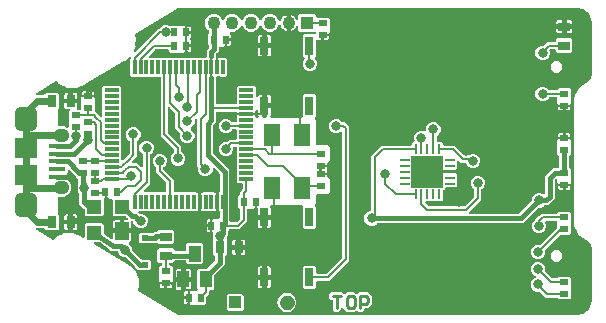
<source format=gtl>
G04 EAGLE Gerber RS-274X export*
G75*
%MOMM*%
%FSLAX34Y34*%
%LPD*%
%INTop Copper*%
%IPPOS*%
%AMOC8*
5,1,8,0,0,1.08239X$1,22.5*%
G01*
%ADD10C,0.254000*%
%ADD11R,0.762000X1.524000*%
%ADD12R,1.400000X1.900000*%
%ADD13R,1.000000X1.400000*%
%ADD14R,1.200000X0.300000*%
%ADD15R,0.300000X1.200000*%
%ADD16R,1.106400X1.106400*%
%ADD17C,1.106400*%
%ADD18R,1.350000X0.400000*%
%ADD19R,1.900000X1.800000*%
%ADD20C,0.950000*%
%ADD21C,0.990000*%
%ADD22R,1.000000X0.800000*%
%ADD23R,1.200000X1.500000*%
%ADD24R,1.200000X1.200000*%
%ADD25R,0.600000X0.500000*%
%ADD26R,0.750000X0.500000*%
%ADD27R,0.800000X1.000000*%
%ADD28R,0.500000X0.750000*%
%ADD29R,1.000000X1.000000*%
%ADD30C,0.609600*%
%ADD31R,0.254000X0.812800*%
%ADD32R,0.812800X0.254000*%
%ADD33R,2.743200X2.743200*%
%ADD34C,0.406400*%
%ADD35C,0.806400*%
%ADD36C,0.203200*%
%ADD37C,0.200000*%

G36*
X484631Y3396D02*
X484631Y3396D01*
X484702Y3397D01*
X489305Y4197D01*
X489352Y4212D01*
X489400Y4218D01*
X489467Y4250D01*
X489576Y4285D01*
X489648Y4333D01*
X489705Y4360D01*
X493081Y6670D01*
X493110Y6696D01*
X493143Y6715D01*
X493195Y6774D01*
X493291Y6862D01*
X493330Y6925D01*
X493367Y6966D01*
X495567Y10450D01*
X495571Y10458D01*
X495576Y10465D01*
X495596Y10515D01*
X495684Y10709D01*
X495689Y10748D01*
X495701Y10777D01*
X496721Y15470D01*
X496731Y15608D01*
X496744Y15685D01*
X496744Y60063D01*
X496704Y60344D01*
X496698Y60358D01*
X496696Y60371D01*
X495484Y64181D01*
X495431Y64291D01*
X495382Y64403D01*
X495370Y64417D01*
X495361Y64437D01*
X495171Y64649D01*
X495166Y64652D01*
X495162Y64657D01*
X491976Y67280D01*
X491918Y67316D01*
X491880Y67351D01*
X489477Y68895D01*
X489385Y68938D01*
X489297Y68987D01*
X489261Y68995D01*
X489219Y69014D01*
X489036Y69042D01*
X488969Y69056D01*
X488800Y69063D01*
X488281Y69626D01*
X488132Y69747D01*
X488084Y69791D01*
X487439Y70206D01*
X487403Y70370D01*
X487368Y70465D01*
X487341Y70562D01*
X487321Y70593D01*
X487304Y70637D01*
X487195Y70785D01*
X487157Y70843D01*
X485556Y72577D01*
X485499Y72623D01*
X485449Y72677D01*
X485398Y72706D01*
X485336Y72757D01*
X485224Y72805D01*
X485157Y72842D01*
X484886Y72941D01*
X484610Y73531D01*
X484455Y73769D01*
X484443Y73779D01*
X484436Y73790D01*
X483995Y74268D01*
X484007Y74557D01*
X483999Y74630D01*
X484002Y74704D01*
X483986Y74761D01*
X483978Y74840D01*
X483933Y74954D01*
X483912Y75027D01*
X482975Y77035D01*
X482938Y77092D01*
X482910Y77153D01*
X482868Y77200D01*
X482820Y77273D01*
X482734Y77347D01*
X482684Y77402D01*
X482439Y77596D01*
X482366Y78220D01*
X482293Y78494D01*
X482282Y78513D01*
X482277Y78530D01*
X482012Y79099D01*
X482119Y79393D01*
X482133Y79460D01*
X482156Y79523D01*
X482159Y79586D01*
X482177Y79671D01*
X482169Y79785D01*
X482173Y79859D01*
X481948Y81772D01*
X481941Y81799D01*
X481940Y81828D01*
X481904Y81937D01*
X481875Y82047D01*
X481861Y82071D01*
X481852Y82098D01*
X481807Y82162D01*
X481758Y82243D01*
X481758Y83323D01*
X481749Y83390D01*
X481751Y83442D01*
X481624Y84520D01*
X481625Y84522D01*
X481683Y84621D01*
X481690Y84648D01*
X481703Y84673D01*
X481716Y84750D01*
X481753Y84896D01*
X481750Y84958D01*
X481758Y85004D01*
X481758Y182204D01*
X481754Y182232D01*
X481757Y182260D01*
X481734Y182372D01*
X481718Y182485D01*
X481707Y182511D01*
X481701Y182539D01*
X481664Y182607D01*
X481625Y182693D01*
X481751Y183766D01*
X481750Y183834D01*
X481758Y183885D01*
X481758Y184971D01*
X481759Y184972D01*
X481828Y185064D01*
X481838Y185090D01*
X481854Y185114D01*
X481876Y185189D01*
X481929Y185329D01*
X481935Y185390D01*
X481948Y185436D01*
X482173Y187349D01*
X482171Y187417D01*
X482180Y187485D01*
X482168Y187547D01*
X482166Y187633D01*
X482132Y187742D01*
X482119Y187815D01*
X482012Y188109D01*
X482277Y188678D01*
X482360Y188950D01*
X482361Y188971D01*
X482366Y188988D01*
X482439Y189612D01*
X482684Y189806D01*
X482731Y189855D01*
X482785Y189897D01*
X482821Y189949D01*
X482881Y190011D01*
X482933Y190112D01*
X482975Y190173D01*
X483912Y192181D01*
X483934Y192251D01*
X483964Y192318D01*
X483972Y192376D01*
X483995Y192453D01*
X483997Y192575D01*
X484007Y192651D01*
X483995Y192940D01*
X484436Y193418D01*
X484598Y193651D01*
X484603Y193666D01*
X484610Y193677D01*
X484886Y194267D01*
X485157Y194366D01*
X485222Y194400D01*
X485291Y194425D01*
X485338Y194462D01*
X485408Y194499D01*
X485496Y194584D01*
X485556Y194631D01*
X487157Y196365D01*
X487214Y196448D01*
X487279Y196526D01*
X487292Y196561D01*
X487319Y196599D01*
X487377Y196774D01*
X487403Y196838D01*
X487439Y197002D01*
X488084Y197417D01*
X488229Y197542D01*
X488281Y197582D01*
X488800Y198145D01*
X488969Y198152D01*
X489068Y198170D01*
X489168Y198180D01*
X489202Y198195D01*
X489248Y198203D01*
X489414Y198285D01*
X489477Y198313D01*
X491880Y199857D01*
X491931Y199902D01*
X491976Y199927D01*
X495162Y202551D01*
X495245Y202641D01*
X495331Y202729D01*
X495339Y202745D01*
X495354Y202761D01*
X495441Y202935D01*
X495448Y202947D01*
X495452Y202958D01*
X495480Y203016D01*
X495482Y203022D01*
X495484Y203027D01*
X496696Y206837D01*
X496744Y207118D01*
X496742Y207133D01*
X496744Y207145D01*
X496744Y251523D01*
X496725Y251660D01*
X496721Y251738D01*
X495701Y256431D01*
X495698Y256440D01*
X495697Y256448D01*
X495677Y256497D01*
X495663Y256533D01*
X495654Y256570D01*
X495643Y256589D01*
X495602Y256698D01*
X495579Y256729D01*
X495567Y256758D01*
X493394Y260199D01*
X493361Y260237D01*
X493336Y260281D01*
X493282Y260331D01*
X493210Y260416D01*
X493136Y260465D01*
X493089Y260508D01*
X489467Y262862D01*
X489437Y262876D01*
X489411Y262896D01*
X489338Y262922D01*
X489210Y262982D01*
X489144Y262992D01*
X489096Y263010D01*
X484694Y263810D01*
X484584Y263814D01*
X484512Y263826D01*
X150372Y263826D01*
X150300Y263816D01*
X150246Y263818D01*
X146967Y263409D01*
X146778Y263357D01*
X146716Y263344D01*
X143716Y262144D01*
X143631Y262095D01*
X143568Y262070D01*
X110196Y241908D01*
X110117Y241844D01*
X110033Y241786D01*
X110008Y241754D01*
X109976Y241728D01*
X109918Y241645D01*
X109853Y241566D01*
X109837Y241528D01*
X109814Y241495D01*
X109782Y241398D01*
X109741Y241304D01*
X109736Y241264D01*
X109723Y241225D01*
X109719Y241123D01*
X109706Y241022D01*
X109713Y240987D01*
X109711Y240941D01*
X109755Y240758D01*
X109767Y240692D01*
X110385Y238993D01*
X110389Y238985D01*
X110391Y238976D01*
X110419Y238929D01*
X110519Y238742D01*
X110546Y238714D01*
X110562Y238687D01*
X110924Y238256D01*
X110891Y237878D01*
X110894Y237826D01*
X110888Y237773D01*
X110901Y237702D01*
X110907Y237594D01*
X110937Y237508D01*
X110949Y237443D01*
X111078Y237087D01*
X110840Y236577D01*
X110837Y236568D01*
X110832Y236561D01*
X110819Y236507D01*
X110757Y236305D01*
X110756Y236266D01*
X110749Y236235D01*
X110389Y232105D01*
X110393Y232037D01*
X110387Y231968D01*
X110400Y231907D01*
X110405Y231821D01*
X110442Y231713D01*
X110458Y231640D01*
X110573Y231353D01*
X110325Y230773D01*
X110250Y230498D01*
X110251Y230478D01*
X110246Y230461D01*
X110192Y229832D01*
X109955Y229633D01*
X109909Y229582D01*
X109856Y229538D01*
X109822Y229486D01*
X109765Y229422D01*
X109715Y229318D01*
X109674Y229256D01*
X109119Y227959D01*
X109095Y227870D01*
X109062Y227784D01*
X109058Y227734D01*
X109045Y227685D01*
X109046Y227593D01*
X109038Y227501D01*
X109048Y227451D01*
X109049Y227401D01*
X109076Y227313D01*
X109094Y227222D01*
X109118Y227177D01*
X109133Y227129D01*
X109183Y227052D01*
X109225Y226970D01*
X109260Y226933D01*
X109288Y226891D01*
X109358Y226831D01*
X109421Y226764D01*
X109465Y226738D01*
X109503Y226705D01*
X109587Y226667D01*
X109666Y226620D01*
X109716Y226608D01*
X109762Y226586D01*
X109853Y226573D01*
X109942Y226550D01*
X109992Y226552D01*
X110043Y226544D01*
X110134Y226556D01*
X110226Y226559D01*
X110274Y226575D01*
X110325Y226581D01*
X110409Y226618D01*
X110497Y226647D01*
X110533Y226672D01*
X110585Y226695D01*
X110707Y226797D01*
X110770Y226841D01*
X127718Y243789D01*
X127718Y243790D01*
X129801Y245873D01*
X130195Y245873D01*
X130282Y245885D01*
X130369Y245888D01*
X130422Y245905D01*
X130477Y245913D01*
X130557Y245948D01*
X130640Y245975D01*
X130679Y246003D01*
X130736Y246029D01*
X130850Y246125D01*
X130913Y246170D01*
X132709Y247965D01*
X134938Y248889D01*
X137350Y248889D01*
X138736Y248315D01*
X138737Y248314D01*
X138739Y248314D01*
X138878Y248278D01*
X139011Y248244D01*
X139013Y248244D01*
X139014Y248244D01*
X139160Y248248D01*
X139295Y248252D01*
X139297Y248253D01*
X139298Y248253D01*
X139433Y248296D01*
X139566Y248339D01*
X139567Y248340D01*
X139569Y248340D01*
X139581Y248349D01*
X139802Y248497D01*
X139822Y248520D01*
X139842Y248535D01*
X139914Y248607D01*
X144523Y248607D01*
X144610Y248619D01*
X144698Y248622D01*
X144750Y248639D01*
X144805Y248647D01*
X144828Y248657D01*
X151678Y248657D01*
X151939Y248396D01*
X152008Y248344D01*
X152072Y248284D01*
X152122Y248258D01*
X152166Y248225D01*
X152248Y248194D01*
X152254Y248191D01*
X152269Y248144D01*
X152297Y248105D01*
X152323Y248048D01*
X152419Y247935D01*
X152464Y247871D01*
X152932Y247403D01*
X152956Y247385D01*
X152975Y247363D01*
X153069Y247300D01*
X153159Y247232D01*
X153187Y247221D01*
X153211Y247205D01*
X153319Y247171D01*
X153425Y247130D01*
X153454Y247128D01*
X153482Y247119D01*
X153595Y247116D01*
X153708Y247107D01*
X153737Y247113D01*
X153766Y247112D01*
X153876Y247140D01*
X153987Y247163D01*
X154013Y247176D01*
X154041Y247184D01*
X154139Y247242D01*
X154239Y247294D01*
X154261Y247314D01*
X154286Y247329D01*
X154363Y247412D01*
X154445Y247490D01*
X154460Y247515D01*
X154480Y247536D01*
X154532Y247637D01*
X154589Y247735D01*
X154596Y247763D01*
X154610Y247789D01*
X154623Y247867D01*
X154659Y248010D01*
X154657Y248073D01*
X154662Y248099D01*
X156219Y248099D01*
X156780Y247867D01*
X157209Y247438D01*
X157441Y246877D01*
X157441Y244073D01*
X153884Y244073D01*
X153826Y244065D01*
X153768Y244067D01*
X153686Y244045D01*
X153602Y244033D01*
X153549Y244010D01*
X153493Y243995D01*
X153420Y243952D01*
X153343Y243917D01*
X153298Y243879D01*
X153248Y243850D01*
X153190Y243788D01*
X153126Y243734D01*
X153094Y243685D01*
X153054Y243642D01*
X153015Y243567D01*
X152968Y243497D01*
X152951Y243441D01*
X152924Y243389D01*
X152913Y243321D01*
X152883Y243226D01*
X152880Y243126D01*
X152869Y243058D01*
X152869Y242590D01*
X152877Y242532D01*
X152875Y242474D01*
X152897Y242392D01*
X152909Y242308D01*
X152932Y242255D01*
X152947Y242199D01*
X152990Y242126D01*
X153025Y242049D01*
X153063Y242004D01*
X153092Y241954D01*
X153154Y241896D01*
X153208Y241832D01*
X153257Y241800D01*
X153300Y241760D01*
X153375Y241721D01*
X153445Y241674D01*
X153501Y241657D01*
X153553Y241630D01*
X153621Y241619D01*
X153716Y241589D01*
X153816Y241586D01*
X153884Y241575D01*
X157441Y241575D01*
X157441Y238771D01*
X157209Y238210D01*
X156952Y237954D01*
X156917Y237907D01*
X156875Y237867D01*
X156832Y237794D01*
X156781Y237727D01*
X156760Y237672D01*
X156731Y237622D01*
X156710Y237540D01*
X156680Y237461D01*
X156675Y237403D01*
X156661Y237346D01*
X156664Y237262D01*
X156656Y237178D01*
X156668Y237120D01*
X156670Y237062D01*
X156696Y236982D01*
X156712Y236899D01*
X156739Y236847D01*
X156757Y236791D01*
X156797Y236735D01*
X156843Y236647D01*
X156912Y236574D01*
X156952Y236518D01*
X157209Y236262D01*
X157441Y235701D01*
X157441Y232897D01*
X153884Y232897D01*
X153826Y232889D01*
X153768Y232891D01*
X153686Y232869D01*
X153602Y232857D01*
X153549Y232834D01*
X153493Y232819D01*
X153420Y232776D01*
X153343Y232741D01*
X153298Y232703D01*
X153248Y232674D01*
X153190Y232612D01*
X153126Y232558D01*
X153094Y232509D01*
X153054Y232466D01*
X153015Y232391D01*
X152968Y232321D01*
X152951Y232265D01*
X152924Y232213D01*
X152913Y232145D01*
X152883Y232050D01*
X152880Y231950D01*
X152869Y231882D01*
X152869Y231414D01*
X152877Y231356D01*
X152875Y231298D01*
X152897Y231216D01*
X152909Y231132D01*
X152932Y231079D01*
X152947Y231023D01*
X152990Y230950D01*
X153025Y230873D01*
X153063Y230828D01*
X153092Y230778D01*
X153154Y230720D01*
X153208Y230656D01*
X153257Y230624D01*
X153300Y230584D01*
X153375Y230545D01*
X153445Y230498D01*
X153501Y230481D01*
X153553Y230454D01*
X153621Y230443D01*
X153716Y230413D01*
X153816Y230410D01*
X153884Y230399D01*
X157441Y230399D01*
X157441Y227595D01*
X157209Y227034D01*
X156780Y226605D01*
X156219Y226373D01*
X154662Y226373D01*
X154661Y226381D01*
X154664Y226410D01*
X154641Y226521D01*
X154625Y226633D01*
X154613Y226660D01*
X154608Y226689D01*
X154555Y226789D01*
X154509Y226892D01*
X154490Y226915D01*
X154477Y226941D01*
X154399Y227023D01*
X154326Y227109D01*
X154301Y227126D01*
X154281Y227147D01*
X154183Y227204D01*
X154089Y227267D01*
X154061Y227276D01*
X154036Y227291D01*
X153926Y227319D01*
X153818Y227353D01*
X153788Y227354D01*
X153760Y227361D01*
X153647Y227357D01*
X153534Y227360D01*
X153505Y227353D01*
X153476Y227352D01*
X153368Y227317D01*
X153259Y227288D01*
X153233Y227273D01*
X153205Y227264D01*
X153141Y227219D01*
X153014Y227143D01*
X152971Y227097D01*
X152932Y227069D01*
X152464Y226601D01*
X152411Y226531D01*
X152352Y226468D01*
X152326Y226418D01*
X152293Y226374D01*
X152262Y226292D01*
X152259Y226286D01*
X152212Y226271D01*
X152173Y226243D01*
X152116Y226217D01*
X152002Y226121D01*
X151939Y226076D01*
X151678Y225815D01*
X144822Y225815D01*
X144807Y225818D01*
X144749Y225840D01*
X144601Y225852D01*
X144523Y225865D01*
X139914Y225865D01*
X138723Y227056D01*
X138723Y227584D01*
X138715Y227642D01*
X138717Y227700D01*
X138695Y227782D01*
X138683Y227866D01*
X138660Y227919D01*
X138645Y227975D01*
X138602Y228048D01*
X138567Y228125D01*
X138529Y228170D01*
X138500Y228220D01*
X138438Y228278D01*
X138384Y228342D01*
X138335Y228374D01*
X138292Y228414D01*
X138217Y228453D01*
X138147Y228500D01*
X138091Y228517D01*
X138039Y228544D01*
X137971Y228555D01*
X137876Y228585D01*
X137776Y228588D01*
X137708Y228599D01*
X127667Y228599D01*
X127581Y228587D01*
X127493Y228584D01*
X127441Y228567D01*
X127386Y228559D01*
X127306Y228524D01*
X127223Y228497D01*
X127184Y228469D01*
X127126Y228443D01*
X127013Y228347D01*
X126949Y228302D01*
X121877Y223230D01*
X121860Y223206D01*
X121837Y223187D01*
X121775Y223093D01*
X121707Y223003D01*
X121696Y222975D01*
X121680Y222951D01*
X121646Y222843D01*
X121605Y222737D01*
X121603Y222708D01*
X121594Y222680D01*
X121591Y222566D01*
X121582Y222454D01*
X121587Y222425D01*
X121587Y222396D01*
X121615Y222286D01*
X121638Y222175D01*
X121651Y222149D01*
X121659Y222121D01*
X121716Y222023D01*
X121769Y221923D01*
X121789Y221901D01*
X121804Y221876D01*
X121886Y221799D01*
X121964Y221717D01*
X121990Y221702D01*
X122011Y221682D01*
X122112Y221630D01*
X122210Y221573D01*
X122238Y221566D01*
X122264Y221552D01*
X122342Y221539D01*
X122485Y221503D01*
X122548Y221505D01*
X122595Y221497D01*
X169672Y221497D01*
X169730Y221505D01*
X169788Y221503D01*
X169870Y221525D01*
X169954Y221537D01*
X170007Y221560D01*
X170063Y221575D01*
X170136Y221618D01*
X170213Y221653D01*
X170258Y221691D01*
X170308Y221720D01*
X170366Y221782D01*
X170430Y221836D01*
X170462Y221885D01*
X170502Y221928D01*
X170541Y222003D01*
X170588Y222073D01*
X170605Y222129D01*
X170632Y222181D01*
X170643Y222249D01*
X170673Y222344D01*
X170676Y222444D01*
X170687Y222512D01*
X170687Y228252D01*
X172422Y229986D01*
X172474Y230056D01*
X172534Y230120D01*
X172560Y230169D01*
X172593Y230214D01*
X172624Y230295D01*
X172664Y230373D01*
X172672Y230421D01*
X172694Y230479D01*
X172706Y230627D01*
X172719Y230704D01*
X172719Y231248D01*
X172707Y231334D01*
X172704Y231422D01*
X172687Y231474D01*
X172679Y231529D01*
X172644Y231609D01*
X172617Y231692D01*
X172589Y231731D01*
X172563Y231788D01*
X172468Y231901D01*
X172422Y231965D01*
X172251Y232136D01*
X172251Y241320D01*
X172295Y241364D01*
X172347Y241433D01*
X172407Y241497D01*
X172433Y241547D01*
X172466Y241591D01*
X172497Y241672D01*
X172537Y241750D01*
X172545Y241798D01*
X172567Y241856D01*
X172579Y242004D01*
X172592Y242081D01*
X172592Y243898D01*
X172580Y243985D01*
X172577Y244072D01*
X172560Y244125D01*
X172552Y244180D01*
X172517Y244259D01*
X172490Y244343D01*
X172462Y244382D01*
X172436Y244439D01*
X172340Y244552D01*
X172295Y244616D01*
X170244Y246667D01*
X169092Y249447D01*
X169092Y252457D01*
X170244Y255237D01*
X172372Y257365D01*
X175152Y258517D01*
X178162Y258517D01*
X180942Y257365D01*
X183070Y255237D01*
X183657Y253821D01*
X183671Y253796D01*
X183680Y253768D01*
X183743Y253674D01*
X183801Y253576D01*
X183822Y253556D01*
X183839Y253532D01*
X183925Y253459D01*
X184008Y253381D01*
X184034Y253368D01*
X184056Y253349D01*
X184160Y253303D01*
X184260Y253251D01*
X184289Y253245D01*
X184316Y253233D01*
X184428Y253218D01*
X184539Y253196D01*
X184569Y253199D01*
X184598Y253194D01*
X184710Y253211D01*
X184823Y253220D01*
X184850Y253231D01*
X184879Y253235D01*
X184982Y253282D01*
X185088Y253322D01*
X185111Y253340D01*
X185138Y253352D01*
X185224Y253426D01*
X185315Y253494D01*
X185332Y253518D01*
X185355Y253537D01*
X185396Y253603D01*
X185485Y253722D01*
X185507Y253780D01*
X185532Y253821D01*
X186119Y255237D01*
X188247Y257365D01*
X191027Y258517D01*
X194037Y258517D01*
X196817Y257365D01*
X198945Y255237D01*
X199532Y253821D01*
X199546Y253796D01*
X199555Y253768D01*
X199618Y253674D01*
X199676Y253576D01*
X199697Y253556D01*
X199714Y253532D01*
X199800Y253459D01*
X199883Y253381D01*
X199909Y253368D01*
X199931Y253349D01*
X200035Y253303D01*
X200135Y253251D01*
X200164Y253245D01*
X200191Y253233D01*
X200303Y253218D01*
X200414Y253196D01*
X200444Y253199D01*
X200473Y253194D01*
X200585Y253211D01*
X200698Y253220D01*
X200725Y253231D01*
X200754Y253235D01*
X200857Y253282D01*
X200963Y253322D01*
X200986Y253340D01*
X201013Y253352D01*
X201099Y253426D01*
X201190Y253494D01*
X201207Y253518D01*
X201230Y253537D01*
X201271Y253603D01*
X201360Y253722D01*
X201382Y253780D01*
X201407Y253821D01*
X201994Y255237D01*
X204122Y257365D01*
X206902Y258517D01*
X209912Y258517D01*
X212692Y257365D01*
X214820Y255237D01*
X215407Y253821D01*
X215421Y253796D01*
X215430Y253768D01*
X215493Y253674D01*
X215551Y253576D01*
X215572Y253556D01*
X215589Y253532D01*
X215675Y253459D01*
X215758Y253381D01*
X215784Y253368D01*
X215806Y253349D01*
X215910Y253303D01*
X216010Y253251D01*
X216039Y253245D01*
X216066Y253233D01*
X216178Y253218D01*
X216289Y253196D01*
X216319Y253199D01*
X216348Y253194D01*
X216460Y253211D01*
X216573Y253220D01*
X216600Y253231D01*
X216629Y253235D01*
X216732Y253282D01*
X216838Y253322D01*
X216861Y253340D01*
X216888Y253352D01*
X216974Y253426D01*
X217065Y253494D01*
X217082Y253518D01*
X217105Y253537D01*
X217146Y253603D01*
X217235Y253722D01*
X217257Y253780D01*
X217282Y253821D01*
X217869Y255237D01*
X219997Y257365D01*
X222777Y258517D01*
X225787Y258517D01*
X228567Y257365D01*
X230695Y255237D01*
X231556Y253158D01*
X231571Y253132D01*
X231580Y253104D01*
X231643Y253010D01*
X231701Y252913D01*
X231722Y252893D01*
X231739Y252868D01*
X231825Y252795D01*
X231908Y252718D01*
X231934Y252704D01*
X231956Y252685D01*
X232060Y252639D01*
X232160Y252587D01*
X232189Y252582D01*
X232216Y252570D01*
X232328Y252554D01*
X232439Y252532D01*
X232468Y252535D01*
X232498Y252531D01*
X232610Y252547D01*
X232723Y252557D01*
X232750Y252567D01*
X232779Y252571D01*
X232882Y252618D01*
X232988Y252659D01*
X233011Y252676D01*
X233038Y252689D01*
X233124Y252762D01*
X233215Y252830D01*
X233232Y252854D01*
X233254Y252873D01*
X233296Y252939D01*
X233385Y253058D01*
X233407Y253117D01*
X233432Y253157D01*
X233903Y254295D01*
X234676Y255451D01*
X235658Y256433D01*
X236814Y257206D01*
X238099Y257738D01*
X238408Y257799D01*
X238408Y251686D01*
X238416Y251628D01*
X238414Y251570D01*
X238436Y251488D01*
X238448Y251405D01*
X238471Y251351D01*
X238486Y251295D01*
X238529Y251222D01*
X238564Y251145D01*
X238602Y251101D01*
X238631Y251050D01*
X238693Y250993D01*
X238730Y250949D01*
X238729Y250948D01*
X238665Y250893D01*
X238633Y250845D01*
X238593Y250802D01*
X238554Y250727D01*
X238507Y250657D01*
X238490Y250601D01*
X238463Y250549D01*
X238452Y250481D01*
X238422Y250386D01*
X238419Y250286D01*
X238408Y250218D01*
X238408Y244105D01*
X238099Y244166D01*
X236814Y244698D01*
X235658Y245471D01*
X234676Y246453D01*
X233903Y247609D01*
X233432Y248747D01*
X233417Y248772D01*
X233409Y248800D01*
X233345Y248894D01*
X233288Y248991D01*
X233267Y249011D01*
X233250Y249036D01*
X233163Y249109D01*
X233081Y249187D01*
X233055Y249200D01*
X233033Y249219D01*
X232929Y249265D01*
X232828Y249317D01*
X232800Y249322D01*
X232773Y249334D01*
X232661Y249350D01*
X232550Y249372D01*
X232520Y249369D01*
X232491Y249373D01*
X232379Y249357D01*
X232266Y249347D01*
X232239Y249337D01*
X232210Y249333D01*
X232107Y249286D01*
X232001Y249245D01*
X231978Y249228D01*
X231951Y249215D01*
X231865Y249142D01*
X231774Y249074D01*
X231757Y249050D01*
X231734Y249031D01*
X231693Y248965D01*
X231604Y248846D01*
X231582Y248787D01*
X231556Y248746D01*
X230695Y246667D01*
X228567Y244539D01*
X225787Y243387D01*
X222777Y243387D01*
X219997Y244539D01*
X217869Y246667D01*
X217282Y248083D01*
X217268Y248108D01*
X217259Y248136D01*
X217196Y248230D01*
X217138Y248328D01*
X217117Y248348D01*
X217100Y248372D01*
X217014Y248445D01*
X216931Y248523D01*
X216905Y248536D01*
X216883Y248555D01*
X216779Y248601D01*
X216679Y248653D01*
X216650Y248659D01*
X216623Y248671D01*
X216511Y248686D01*
X216400Y248708D01*
X216370Y248705D01*
X216341Y248710D01*
X216229Y248693D01*
X216116Y248684D01*
X216089Y248673D01*
X216060Y248669D01*
X215957Y248622D01*
X215851Y248582D01*
X215828Y248564D01*
X215801Y248552D01*
X215715Y248478D01*
X215624Y248410D01*
X215607Y248386D01*
X215585Y248367D01*
X215543Y248301D01*
X215454Y248182D01*
X215432Y248124D01*
X215407Y248083D01*
X214820Y246667D01*
X212692Y244539D01*
X209912Y243387D01*
X206902Y243387D01*
X204122Y244539D01*
X201994Y246667D01*
X201407Y248083D01*
X201393Y248108D01*
X201384Y248136D01*
X201321Y248230D01*
X201263Y248328D01*
X201242Y248348D01*
X201225Y248372D01*
X201139Y248445D01*
X201056Y248523D01*
X201030Y248536D01*
X201008Y248555D01*
X200904Y248601D01*
X200804Y248653D01*
X200775Y248659D01*
X200748Y248671D01*
X200636Y248686D01*
X200525Y248708D01*
X200495Y248705D01*
X200466Y248710D01*
X200354Y248693D01*
X200241Y248684D01*
X200214Y248673D01*
X200185Y248669D01*
X200082Y248622D01*
X199976Y248582D01*
X199953Y248564D01*
X199926Y248552D01*
X199840Y248478D01*
X199749Y248410D01*
X199732Y248386D01*
X199710Y248367D01*
X199668Y248301D01*
X199579Y248182D01*
X199557Y248124D01*
X199532Y248083D01*
X198945Y246667D01*
X196817Y244539D01*
X194037Y243387D01*
X191142Y243387D01*
X191113Y243383D01*
X191084Y243386D01*
X190973Y243363D01*
X190861Y243347D01*
X190834Y243335D01*
X190805Y243330D01*
X190705Y243278D01*
X190601Y243231D01*
X190579Y243212D01*
X190553Y243199D01*
X190471Y243121D01*
X190384Y243048D01*
X190368Y243023D01*
X190347Y243003D01*
X190289Y242905D01*
X190227Y242811D01*
X190218Y242783D01*
X190203Y242758D01*
X190175Y242648D01*
X190141Y242540D01*
X190140Y242511D01*
X190133Y242482D01*
X190136Y242369D01*
X190133Y242256D01*
X190141Y242227D01*
X190142Y242198D01*
X190177Y242090D01*
X190205Y241981D01*
X190220Y241955D01*
X190229Y241927D01*
X190275Y241863D01*
X190351Y241736D01*
X190396Y241693D01*
X190424Y241654D01*
X190737Y241342D01*
X190969Y240781D01*
X190969Y237977D01*
X187412Y237977D01*
X187354Y237969D01*
X187296Y237971D01*
X187214Y237949D01*
X187130Y237937D01*
X187077Y237914D01*
X187021Y237899D01*
X186948Y237856D01*
X186871Y237821D01*
X186826Y237783D01*
X186776Y237754D01*
X186718Y237692D01*
X186654Y237638D01*
X186622Y237589D01*
X186582Y237546D01*
X186543Y237471D01*
X186496Y237401D01*
X186479Y237345D01*
X186452Y237293D01*
X186441Y237225D01*
X186411Y237130D01*
X186408Y237030D01*
X186397Y236962D01*
X186397Y236494D01*
X186405Y236436D01*
X186403Y236378D01*
X186425Y236296D01*
X186437Y236212D01*
X186460Y236159D01*
X186475Y236103D01*
X186518Y236030D01*
X186553Y235953D01*
X186591Y235908D01*
X186620Y235858D01*
X186682Y235800D01*
X186736Y235736D01*
X186785Y235704D01*
X186828Y235664D01*
X186903Y235625D01*
X186973Y235578D01*
X187029Y235561D01*
X187081Y235534D01*
X187149Y235523D01*
X187244Y235493D01*
X187344Y235490D01*
X187412Y235479D01*
X190969Y235479D01*
X190969Y232675D01*
X190737Y232114D01*
X190308Y231685D01*
X189747Y231453D01*
X188190Y231453D01*
X188189Y231461D01*
X188192Y231490D01*
X188169Y231601D01*
X188153Y231713D01*
X188141Y231740D01*
X188136Y231769D01*
X188083Y231869D01*
X188037Y231972D01*
X188018Y231995D01*
X188005Y232021D01*
X187927Y232103D01*
X187854Y232189D01*
X187829Y232206D01*
X187809Y232227D01*
X187711Y232284D01*
X187617Y232347D01*
X187589Y232356D01*
X187564Y232371D01*
X187454Y232399D01*
X187346Y232433D01*
X187316Y232434D01*
X187288Y232441D01*
X187175Y232437D01*
X187062Y232440D01*
X187033Y232433D01*
X187004Y232432D01*
X186896Y232397D01*
X186787Y232368D01*
X186761Y232353D01*
X186733Y232344D01*
X186669Y232299D01*
X186542Y232223D01*
X186499Y232177D01*
X186460Y232149D01*
X185992Y231681D01*
X185939Y231611D01*
X185880Y231548D01*
X185854Y231498D01*
X185821Y231454D01*
X185790Y231372D01*
X185787Y231366D01*
X185740Y231351D01*
X185701Y231323D01*
X185644Y231297D01*
X185530Y231201D01*
X185467Y231156D01*
X185206Y230895D01*
X181864Y230895D01*
X181806Y230887D01*
X181748Y230889D01*
X181666Y230867D01*
X181582Y230855D01*
X181529Y230832D01*
X181473Y230817D01*
X181400Y230774D01*
X181323Y230739D01*
X181278Y230701D01*
X181228Y230672D01*
X181170Y230610D01*
X181106Y230556D01*
X181074Y230507D01*
X181034Y230464D01*
X180995Y230389D01*
X180948Y230319D01*
X180931Y230263D01*
X180904Y230211D01*
X180893Y230143D01*
X180863Y230048D01*
X180860Y229948D01*
X180849Y229880D01*
X180849Y226916D01*
X179114Y225182D01*
X179062Y225112D01*
X179002Y225048D01*
X178976Y224999D01*
X178943Y224954D01*
X178912Y224873D01*
X178872Y224795D01*
X178864Y224747D01*
X178842Y224689D01*
X178830Y224541D01*
X178817Y224464D01*
X178817Y222004D01*
X178825Y221946D01*
X178823Y221888D01*
X178845Y221806D01*
X178857Y221722D01*
X178880Y221669D01*
X178895Y221613D01*
X178938Y221540D01*
X178973Y221463D01*
X179011Y221418D01*
X179040Y221368D01*
X179102Y221310D01*
X179156Y221246D01*
X179205Y221214D01*
X179248Y221174D01*
X179323Y221135D01*
X179393Y221088D01*
X179449Y221071D01*
X179501Y221044D01*
X179569Y221033D01*
X179664Y221003D01*
X179764Y221000D01*
X179832Y220989D01*
X181549Y220989D01*
X181636Y221001D01*
X181724Y221004D01*
X181776Y221021D01*
X181831Y221029D01*
X181911Y221064D01*
X181994Y221091D01*
X182033Y221119D01*
X182090Y221145D01*
X182204Y221241D01*
X182267Y221286D01*
X182478Y221497D01*
X187162Y221497D01*
X188353Y220306D01*
X188353Y206622D01*
X187162Y205431D01*
X182478Y205431D01*
X182267Y205642D01*
X182198Y205694D01*
X182134Y205754D01*
X182084Y205780D01*
X182040Y205813D01*
X181958Y205844D01*
X181881Y205884D01*
X181833Y205892D01*
X181775Y205914D01*
X181627Y205926D01*
X181549Y205939D01*
X179900Y205939D01*
X179842Y205931D01*
X179784Y205933D01*
X179702Y205911D01*
X179618Y205899D01*
X179565Y205876D01*
X179509Y205861D01*
X179436Y205818D01*
X179359Y205783D01*
X179314Y205745D01*
X179264Y205716D01*
X179206Y205654D01*
X179142Y205600D01*
X179110Y205551D01*
X179070Y205508D01*
X179031Y205433D01*
X178984Y205363D01*
X178967Y205307D01*
X178940Y205255D01*
X178929Y205187D01*
X178899Y205092D01*
X178896Y204992D01*
X178885Y204924D01*
X178885Y183028D01*
X178892Y182978D01*
X178891Y182965D01*
X178893Y182960D01*
X178891Y182912D01*
X178913Y182830D01*
X178925Y182746D01*
X178948Y182693D01*
X178963Y182637D01*
X179006Y182564D01*
X179041Y182487D01*
X179079Y182442D01*
X179108Y182392D01*
X179170Y182334D01*
X179224Y182270D01*
X179273Y182238D01*
X179316Y182198D01*
X179391Y182159D01*
X179461Y182112D01*
X179517Y182095D01*
X179569Y182068D01*
X179637Y182057D01*
X179732Y182027D01*
X179832Y182024D01*
X179900Y182013D01*
X195272Y182013D01*
X195330Y182021D01*
X195388Y182019D01*
X195470Y182041D01*
X195554Y182053D01*
X195607Y182076D01*
X195663Y182091D01*
X195736Y182134D01*
X195813Y182169D01*
X195858Y182207D01*
X195908Y182236D01*
X195966Y182298D01*
X196030Y182352D01*
X196062Y182401D01*
X196102Y182444D01*
X196141Y182519D01*
X196188Y182589D01*
X196205Y182645D01*
X196232Y182697D01*
X196243Y182765D01*
X196273Y182860D01*
X196276Y182960D01*
X196287Y183028D01*
X196287Y196306D01*
X197478Y197497D01*
X211162Y197497D01*
X212353Y196306D01*
X212353Y188992D01*
X212365Y188907D01*
X212367Y188821D01*
X212385Y188767D01*
X212393Y188711D01*
X212428Y188633D01*
X212454Y188551D01*
X212486Y188503D01*
X212509Y188452D01*
X212564Y188386D01*
X212612Y188315D01*
X212656Y188278D01*
X212692Y188235D01*
X212764Y188187D01*
X212830Y188132D01*
X212882Y188108D01*
X212929Y188077D01*
X213011Y188051D01*
X213090Y188016D01*
X213146Y188008D01*
X213200Y187991D01*
X213286Y187989D01*
X213371Y187977D01*
X213427Y187985D01*
X213484Y187984D01*
X213567Y188006D01*
X213653Y188018D01*
X213704Y188041D01*
X213759Y188056D01*
X213833Y188099D01*
X213912Y188135D01*
X213955Y188172D01*
X214004Y188201D01*
X214063Y188264D01*
X214128Y188319D01*
X214154Y188361D01*
X214198Y188408D01*
X214264Y188537D01*
X214306Y188604D01*
X214607Y189332D01*
X215036Y189761D01*
X215597Y189993D01*
X217806Y189993D01*
X217806Y181737D01*
X217814Y181679D01*
X217812Y181621D01*
X217834Y181539D01*
X217846Y181456D01*
X217869Y181402D01*
X217884Y181346D01*
X217927Y181273D01*
X217962Y181196D01*
X218000Y181152D01*
X218029Y181101D01*
X218091Y181044D01*
X218145Y180979D01*
X218194Y180947D01*
X218237Y180907D01*
X218312Y180868D01*
X218344Y180847D01*
X218280Y180818D01*
X218235Y180780D01*
X218185Y180750D01*
X218127Y180689D01*
X218063Y180634D01*
X218031Y180586D01*
X217991Y180543D01*
X217952Y180468D01*
X217905Y180398D01*
X217888Y180342D01*
X217861Y180290D01*
X217850Y180222D01*
X217820Y180127D01*
X217817Y180027D01*
X217806Y179959D01*
X217806Y171704D01*
X217814Y171646D01*
X217812Y171588D01*
X217834Y171506D01*
X217846Y171422D01*
X217869Y171369D01*
X217884Y171313D01*
X217927Y171240D01*
X217962Y171163D01*
X218000Y171118D01*
X218029Y171068D01*
X218091Y171010D01*
X218145Y170946D01*
X218194Y170914D01*
X218237Y170874D01*
X218312Y170835D01*
X218382Y170788D01*
X218438Y170771D01*
X218490Y170744D01*
X218558Y170733D01*
X218653Y170703D01*
X218753Y170700D01*
X218821Y170689D01*
X220599Y170689D01*
X220657Y170697D01*
X220715Y170695D01*
X220797Y170717D01*
X220881Y170729D01*
X220934Y170752D01*
X220990Y170767D01*
X221063Y170810D01*
X221140Y170845D01*
X221185Y170883D01*
X221235Y170912D01*
X221293Y170974D01*
X221357Y171028D01*
X221389Y171077D01*
X221429Y171120D01*
X221468Y171195D01*
X221515Y171265D01*
X221532Y171321D01*
X221559Y171373D01*
X221570Y171441D01*
X221600Y171536D01*
X221603Y171636D01*
X221614Y171704D01*
X221614Y178944D01*
X225045Y178944D01*
X225045Y172925D01*
X224800Y172335D01*
X224767Y172285D01*
X224699Y172195D01*
X224689Y172167D01*
X224673Y172143D01*
X224638Y172035D01*
X224598Y171929D01*
X224596Y171900D01*
X224587Y171872D01*
X224584Y171759D01*
X224574Y171646D01*
X224580Y171617D01*
X224579Y171588D01*
X224608Y171478D01*
X224630Y171367D01*
X224644Y171341D01*
X224651Y171313D01*
X224709Y171216D01*
X224761Y171115D01*
X224782Y171093D01*
X224797Y171068D01*
X224879Y170991D01*
X224957Y170909D01*
X224982Y170894D01*
X225004Y170874D01*
X225105Y170822D01*
X225202Y170765D01*
X225231Y170758D01*
X225257Y170744D01*
X225334Y170731D01*
X225478Y170695D01*
X225540Y170697D01*
X225588Y170689D01*
X251214Y170689D01*
X251243Y170693D01*
X251272Y170690D01*
X251383Y170713D01*
X251495Y170729D01*
X251522Y170741D01*
X251551Y170746D01*
X251651Y170798D01*
X251754Y170845D01*
X251777Y170864D01*
X251803Y170877D01*
X251885Y170955D01*
X251971Y171028D01*
X251988Y171053D01*
X252009Y171073D01*
X252066Y171171D01*
X252129Y171265D01*
X252138Y171293D01*
X252153Y171318D01*
X252181Y171428D01*
X252215Y171536D01*
X252216Y171565D01*
X252223Y171594D01*
X252219Y171707D01*
X252222Y171820D01*
X252215Y171849D01*
X252214Y171878D01*
X252179Y171986D01*
X252150Y172095D01*
X252135Y172121D01*
X252126Y172149D01*
X252081Y172212D01*
X252005Y172340D01*
X251967Y172375D01*
X251967Y189310D01*
X253158Y190501D01*
X262462Y190501D01*
X263653Y189310D01*
X263653Y172386D01*
X262375Y171108D01*
X262340Y171062D01*
X262297Y171021D01*
X262255Y170949D01*
X262204Y170881D01*
X262183Y170826D01*
X262154Y170776D01*
X262133Y170694D01*
X262103Y170615D01*
X262098Y170557D01*
X262084Y170501D01*
X262086Y170416D01*
X262079Y170332D01*
X262091Y170275D01*
X262093Y170216D01*
X262119Y170136D01*
X262135Y170053D01*
X262162Y170002D01*
X262180Y169946D01*
X262220Y169890D01*
X262266Y169801D01*
X262335Y169729D01*
X262375Y169673D01*
X263145Y168903D01*
X263145Y148336D01*
X263153Y148278D01*
X263151Y148220D01*
X263173Y148138D01*
X263185Y148054D01*
X263208Y148001D01*
X263223Y147945D01*
X263266Y147872D01*
X263301Y147795D01*
X263339Y147750D01*
X263368Y147700D01*
X263430Y147642D01*
X263484Y147578D01*
X263533Y147546D01*
X263576Y147506D01*
X263651Y147467D01*
X263721Y147420D01*
X263777Y147403D01*
X263829Y147376D01*
X263897Y147365D01*
X263992Y147335D01*
X264092Y147332D01*
X264160Y147321D01*
X273551Y147321D01*
X275337Y145535D01*
X275337Y134881D01*
X273338Y132883D01*
X273286Y132813D01*
X273226Y132749D01*
X273200Y132700D01*
X273167Y132655D01*
X273136Y132574D01*
X273096Y132496D01*
X273088Y132448D01*
X273066Y132390D01*
X273054Y132242D01*
X273041Y132165D01*
X273041Y131786D01*
X272780Y131525D01*
X272728Y131456D01*
X272668Y131392D01*
X272642Y131342D01*
X272609Y131298D01*
X272578Y131216D01*
X272575Y131210D01*
X272528Y131195D01*
X272489Y131167D01*
X272432Y131141D01*
X272319Y131045D01*
X272255Y131000D01*
X271787Y130532D01*
X271769Y130508D01*
X271747Y130489D01*
X271684Y130395D01*
X271616Y130305D01*
X271605Y130277D01*
X271589Y130253D01*
X271555Y130145D01*
X271514Y130039D01*
X271512Y130010D01*
X271503Y129982D01*
X271500Y129869D01*
X271491Y129756D01*
X271497Y129727D01*
X271496Y129698D01*
X271524Y129588D01*
X271547Y129477D01*
X271560Y129451D01*
X271568Y129423D01*
X271625Y129325D01*
X271678Y129225D01*
X271698Y129203D01*
X271713Y129178D01*
X271796Y129101D01*
X271874Y129019D01*
X271899Y129004D01*
X271920Y128984D01*
X272021Y128932D01*
X272119Y128875D01*
X272147Y128868D01*
X272173Y128854D01*
X272251Y128841D01*
X272394Y128805D01*
X272457Y128807D01*
X272483Y128802D01*
X272483Y127245D01*
X272332Y126881D01*
X272310Y126796D01*
X272279Y126714D01*
X272275Y126659D01*
X272261Y126605D01*
X272263Y126518D01*
X272256Y126431D01*
X272267Y126384D01*
X272269Y126321D01*
X272314Y126180D01*
X272332Y126103D01*
X272483Y125739D01*
X272483Y124182D01*
X272475Y124181D01*
X272446Y124184D01*
X272335Y124161D01*
X272223Y124145D01*
X272196Y124133D01*
X272167Y124128D01*
X272067Y124075D01*
X271964Y124029D01*
X271941Y124010D01*
X271915Y123997D01*
X271833Y123919D01*
X271747Y123846D01*
X271730Y123821D01*
X271709Y123801D01*
X271652Y123703D01*
X271589Y123609D01*
X271580Y123581D01*
X271565Y123556D01*
X271537Y123446D01*
X271503Y123338D01*
X271502Y123308D01*
X271495Y123280D01*
X271499Y123167D01*
X271496Y123054D01*
X271503Y123025D01*
X271504Y122996D01*
X271539Y122888D01*
X271568Y122779D01*
X271583Y122753D01*
X271592Y122725D01*
X271637Y122661D01*
X271713Y122534D01*
X271759Y122491D01*
X271787Y122452D01*
X272255Y121984D01*
X272325Y121931D01*
X272388Y121872D01*
X272438Y121846D01*
X272482Y121813D01*
X272564Y121782D01*
X272570Y121779D01*
X272585Y121732D01*
X272613Y121693D01*
X272639Y121636D01*
X272691Y121574D01*
X272717Y121530D01*
X272754Y121496D01*
X272780Y121459D01*
X273041Y121198D01*
X273041Y120819D01*
X273053Y120733D01*
X273056Y120645D01*
X273073Y120593D01*
X273081Y120538D01*
X273116Y120458D01*
X273143Y120375D01*
X273171Y120336D01*
X273197Y120278D01*
X273293Y120165D01*
X273338Y120101D01*
X275337Y118103D01*
X275337Y107449D01*
X273551Y105663D01*
X264160Y105663D01*
X264102Y105655D01*
X264044Y105657D01*
X263962Y105635D01*
X263878Y105623D01*
X263825Y105600D01*
X263769Y105585D01*
X263696Y105542D01*
X263619Y105507D01*
X263574Y105469D01*
X263524Y105440D01*
X263466Y105378D01*
X263402Y105324D01*
X263370Y105275D01*
X263330Y105232D01*
X263291Y105157D01*
X263244Y105087D01*
X263227Y105031D01*
X263200Y104979D01*
X263189Y104911D01*
X263159Y104816D01*
X263156Y104716D01*
X263145Y104648D01*
X263145Y98305D01*
X262375Y97535D01*
X262340Y97489D01*
X262297Y97448D01*
X262255Y97376D01*
X262204Y97308D01*
X262183Y97254D01*
X262154Y97203D01*
X262133Y97122D01*
X262103Y97043D01*
X262098Y96984D01*
X262084Y96928D01*
X262086Y96843D01*
X262079Y96759D01*
X262091Y96702D01*
X262093Y96644D01*
X262119Y96563D01*
X262135Y96481D01*
X262162Y96429D01*
X262180Y96373D01*
X262220Y96317D01*
X262266Y96228D01*
X262322Y96169D01*
X262334Y96149D01*
X262351Y96133D01*
X262375Y96100D01*
X263653Y94822D01*
X263653Y77898D01*
X262462Y76707D01*
X253158Y76707D01*
X251967Y77898D01*
X251967Y94825D01*
X251971Y94829D01*
X252034Y94923D01*
X252102Y95013D01*
X252113Y95041D01*
X252129Y95065D01*
X252163Y95173D01*
X252204Y95279D01*
X252206Y95308D01*
X252215Y95336D01*
X252218Y95449D01*
X252227Y95562D01*
X252221Y95591D01*
X252222Y95620D01*
X252194Y95730D01*
X252171Y95841D01*
X252158Y95867D01*
X252150Y95895D01*
X252093Y95993D01*
X252040Y96093D01*
X252020Y96115D01*
X252005Y96140D01*
X251922Y96217D01*
X251844Y96299D01*
X251819Y96314D01*
X251798Y96334D01*
X251697Y96386D01*
X251599Y96443D01*
X251571Y96450D01*
X251545Y96464D01*
X251467Y96477D01*
X251324Y96513D01*
X251261Y96511D01*
X251214Y96519D01*
X225588Y96519D01*
X225559Y96515D01*
X225530Y96518D01*
X225419Y96495D01*
X225307Y96479D01*
X225280Y96467D01*
X225251Y96462D01*
X225150Y96409D01*
X225047Y96363D01*
X225025Y96344D01*
X224999Y96331D01*
X224917Y96253D01*
X224830Y96180D01*
X224814Y96155D01*
X224793Y96135D01*
X224735Y96037D01*
X224673Y95943D01*
X224664Y95915D01*
X224649Y95889D01*
X224621Y95780D01*
X224587Y95672D01*
X224586Y95642D01*
X224579Y95614D01*
X224582Y95501D01*
X224579Y95388D01*
X224587Y95359D01*
X224588Y95330D01*
X224623Y95222D01*
X224651Y95113D01*
X224666Y95087D01*
X224675Y95059D01*
X224721Y94995D01*
X224797Y94868D01*
X224806Y94859D01*
X225045Y94283D01*
X225045Y88264D01*
X220599Y88264D01*
X220541Y88256D01*
X220483Y88258D01*
X220401Y88236D01*
X220318Y88224D01*
X220264Y88201D01*
X220208Y88186D01*
X220135Y88143D01*
X220058Y88108D01*
X220014Y88070D01*
X219963Y88041D01*
X219906Y87979D01*
X219841Y87925D01*
X219809Y87876D01*
X219769Y87833D01*
X219730Y87758D01*
X219709Y87726D01*
X219680Y87790D01*
X219642Y87835D01*
X219612Y87885D01*
X219551Y87943D01*
X219496Y88007D01*
X219448Y88039D01*
X219405Y88079D01*
X219330Y88118D01*
X219260Y88165D01*
X219204Y88182D01*
X219152Y88209D01*
X219084Y88220D01*
X218989Y88250D01*
X218889Y88253D01*
X218821Y88264D01*
X214375Y88264D01*
X214375Y93278D01*
X214367Y93336D01*
X214369Y93394D01*
X214347Y93476D01*
X214335Y93560D01*
X214312Y93613D01*
X214297Y93669D01*
X214254Y93742D01*
X214219Y93819D01*
X214181Y93864D01*
X214152Y93914D01*
X214090Y93972D01*
X214036Y94036D01*
X213987Y94068D01*
X213944Y94108D01*
X213869Y94147D01*
X213799Y94194D01*
X213743Y94211D01*
X213691Y94238D01*
X213623Y94249D01*
X213593Y94259D01*
X213593Y94272D01*
X213589Y94301D01*
X213592Y94330D01*
X213569Y94441D01*
X213553Y94553D01*
X213541Y94580D01*
X213536Y94609D01*
X213483Y94709D01*
X213437Y94812D01*
X213418Y94835D01*
X213405Y94861D01*
X213327Y94943D01*
X213254Y95029D01*
X213229Y95046D01*
X213209Y95067D01*
X213111Y95124D01*
X213017Y95187D01*
X212989Y95196D01*
X212964Y95211D01*
X212854Y95239D01*
X212746Y95273D01*
X212716Y95274D01*
X212688Y95281D01*
X212575Y95277D01*
X212462Y95280D01*
X212433Y95273D01*
X212404Y95272D01*
X212296Y95237D01*
X212187Y95208D01*
X212161Y95193D01*
X212133Y95184D01*
X212069Y95139D01*
X211942Y95063D01*
X211899Y95017D01*
X211860Y94989D01*
X211392Y94521D01*
X211339Y94451D01*
X211280Y94388D01*
X211254Y94338D01*
X211221Y94294D01*
X211190Y94212D01*
X211187Y94206D01*
X211140Y94191D01*
X211101Y94163D01*
X211044Y94137D01*
X210930Y94041D01*
X210867Y93996D01*
X210606Y93735D01*
X206248Y93735D01*
X206190Y93727D01*
X206132Y93729D01*
X206050Y93707D01*
X205966Y93695D01*
X205913Y93672D01*
X205857Y93657D01*
X205784Y93614D01*
X205707Y93579D01*
X205662Y93541D01*
X205612Y93512D01*
X205554Y93450D01*
X205490Y93396D01*
X205458Y93347D01*
X205418Y93304D01*
X205379Y93229D01*
X205332Y93159D01*
X205315Y93103D01*
X205288Y93051D01*
X205277Y92983D01*
X205247Y92888D01*
X205244Y92788D01*
X205233Y92720D01*
X205233Y83065D01*
X198367Y76199D01*
X190460Y76199D01*
X190402Y76191D01*
X190344Y76193D01*
X190262Y76171D01*
X190178Y76159D01*
X190125Y76136D01*
X190069Y76121D01*
X189996Y76078D01*
X189919Y76043D01*
X189874Y76005D01*
X189824Y75976D01*
X189766Y75914D01*
X189702Y75860D01*
X189670Y75811D01*
X189630Y75768D01*
X189591Y75693D01*
X189544Y75623D01*
X189527Y75567D01*
X189500Y75515D01*
X189489Y75447D01*
X189459Y75352D01*
X189456Y75252D01*
X189445Y75184D01*
X189445Y74656D01*
X189274Y74485D01*
X189222Y74416D01*
X189162Y74352D01*
X189136Y74302D01*
X189103Y74258D01*
X189072Y74176D01*
X189032Y74099D01*
X189024Y74051D01*
X189002Y73993D01*
X188990Y73845D01*
X188977Y73767D01*
X188977Y71468D01*
X188354Y70846D01*
X188302Y70776D01*
X188242Y70712D01*
X188216Y70663D01*
X188183Y70619D01*
X188152Y70537D01*
X188112Y70459D01*
X188104Y70411D01*
X188082Y70353D01*
X188070Y70205D01*
X188057Y70128D01*
X188057Y69026D01*
X187656Y68057D01*
X187655Y68056D01*
X187654Y68054D01*
X187617Y67908D01*
X187585Y67782D01*
X187585Y67781D01*
X187584Y67779D01*
X187589Y67633D01*
X187593Y67498D01*
X187593Y67496D01*
X187593Y67495D01*
X187638Y67357D01*
X187679Y67227D01*
X187680Y67226D01*
X187681Y67224D01*
X187690Y67211D01*
X187838Y66991D01*
X187861Y66971D01*
X187876Y66951D01*
X188025Y66802D01*
X188025Y55118D01*
X186827Y53920D01*
X186746Y53899D01*
X186662Y53887D01*
X186609Y53864D01*
X186553Y53849D01*
X186480Y53806D01*
X186403Y53771D01*
X186358Y53733D01*
X186308Y53704D01*
X186250Y53642D01*
X186186Y53588D01*
X186154Y53539D01*
X186114Y53496D01*
X186075Y53421D01*
X186028Y53351D01*
X186011Y53295D01*
X185984Y53243D01*
X185973Y53175D01*
X185943Y53080D01*
X185940Y52980D01*
X185929Y52912D01*
X185929Y46068D01*
X177358Y37498D01*
X177306Y37428D01*
X177246Y37364D01*
X177220Y37315D01*
X177187Y37270D01*
X177156Y37189D01*
X177116Y37111D01*
X177108Y37063D01*
X177086Y37005D01*
X177074Y36857D01*
X177061Y36780D01*
X177061Y25862D01*
X175870Y24671D01*
X174092Y24671D01*
X174034Y24663D01*
X173976Y24665D01*
X173894Y24643D01*
X173810Y24631D01*
X173757Y24608D01*
X173701Y24593D01*
X173628Y24550D01*
X173551Y24515D01*
X173506Y24477D01*
X173456Y24448D01*
X173398Y24386D01*
X173334Y24332D01*
X173302Y24283D01*
X173262Y24240D01*
X173223Y24165D01*
X173176Y24095D01*
X173159Y24039D01*
X173132Y23987D01*
X173121Y23919D01*
X173091Y23824D01*
X173088Y23724D01*
X173077Y23656D01*
X173077Y21445D01*
X170438Y18807D01*
X170386Y18737D01*
X170326Y18673D01*
X170300Y18624D01*
X170267Y18579D01*
X170236Y18498D01*
X170196Y18420D01*
X170188Y18372D01*
X170166Y18314D01*
X170154Y18166D01*
X170141Y18089D01*
X170141Y13696D01*
X168950Y12505D01*
X164340Y12505D01*
X164254Y12493D01*
X164166Y12490D01*
X164114Y12473D01*
X164059Y12465D01*
X164036Y12455D01*
X157186Y12455D01*
X156925Y12716D01*
X156856Y12768D01*
X156792Y12828D01*
X156742Y12854D01*
X156698Y12887D01*
X156616Y12918D01*
X156613Y12920D01*
X156607Y12930D01*
X156595Y12968D01*
X156567Y13007D01*
X156541Y13064D01*
X156494Y13120D01*
X156474Y13155D01*
X156438Y13189D01*
X156400Y13241D01*
X155932Y13709D01*
X155908Y13727D01*
X155889Y13749D01*
X155795Y13812D01*
X155705Y13880D01*
X155677Y13891D01*
X155653Y13907D01*
X155545Y13941D01*
X155439Y13982D01*
X155410Y13984D01*
X155382Y13993D01*
X155268Y13996D01*
X155156Y14005D01*
X155127Y13999D01*
X155098Y14000D01*
X154988Y13972D01*
X154877Y13949D01*
X154851Y13936D01*
X154823Y13928D01*
X154725Y13870D01*
X154625Y13818D01*
X154603Y13798D01*
X154578Y13783D01*
X154501Y13701D01*
X154419Y13622D01*
X154404Y13597D01*
X154384Y13576D01*
X154332Y13475D01*
X154275Y13377D01*
X154268Y13349D01*
X154254Y13323D01*
X154241Y13245D01*
X154205Y13102D01*
X154207Y13039D01*
X154202Y13013D01*
X152645Y13013D01*
X152084Y13245D01*
X151655Y13674D01*
X151423Y14235D01*
X151423Y17039D01*
X154980Y17039D01*
X155038Y17047D01*
X155096Y17045D01*
X155178Y17067D01*
X155262Y17079D01*
X155315Y17102D01*
X155371Y17117D01*
X155444Y17160D01*
X155521Y17195D01*
X155566Y17233D01*
X155616Y17262D01*
X155674Y17324D01*
X155738Y17378D01*
X155770Y17427D01*
X155810Y17470D01*
X155849Y17545D01*
X155896Y17615D01*
X155913Y17671D01*
X155940Y17723D01*
X155951Y17791D01*
X155981Y17886D01*
X155984Y17986D01*
X155995Y18054D01*
X155995Y18522D01*
X155987Y18580D01*
X155989Y18638D01*
X155967Y18720D01*
X155955Y18804D01*
X155932Y18857D01*
X155917Y18913D01*
X155874Y18986D01*
X155839Y19063D01*
X155801Y19108D01*
X155772Y19158D01*
X155710Y19216D01*
X155656Y19280D01*
X155607Y19312D01*
X155564Y19352D01*
X155489Y19391D01*
X155419Y19438D01*
X155363Y19455D01*
X155311Y19482D01*
X155243Y19493D01*
X155148Y19523D01*
X155048Y19526D01*
X154980Y19537D01*
X151423Y19537D01*
X151423Y22341D01*
X151655Y22902D01*
X152084Y23331D01*
X152432Y23475D01*
X152434Y23476D01*
X152435Y23476D01*
X152551Y23545D01*
X152677Y23619D01*
X152678Y23620D01*
X152680Y23621D01*
X152776Y23724D01*
X152872Y23826D01*
X152873Y23827D01*
X152874Y23829D01*
X152938Y23953D01*
X153003Y24079D01*
X153003Y24080D01*
X153004Y24082D01*
X153006Y24097D01*
X153058Y24358D01*
X153055Y24388D01*
X153059Y24413D01*
X153059Y31673D01*
X157553Y31673D01*
X157553Y26401D01*
X157317Y25830D01*
X157294Y25811D01*
X157231Y25717D01*
X157163Y25627D01*
X157153Y25599D01*
X157137Y25575D01*
X157102Y25467D01*
X157062Y25361D01*
X157060Y25332D01*
X157051Y25304D01*
X157048Y25191D01*
X157038Y25078D01*
X157044Y25049D01*
X157043Y25020D01*
X157072Y24910D01*
X157094Y24799D01*
X157108Y24773D01*
X157115Y24745D01*
X157173Y24648D01*
X157225Y24547D01*
X157246Y24525D01*
X157261Y24500D01*
X157343Y24423D01*
X157421Y24341D01*
X157446Y24326D01*
X157468Y24306D01*
X157569Y24254D01*
X157666Y24197D01*
X157695Y24190D01*
X157721Y24176D01*
X157798Y24163D01*
X157942Y24127D01*
X158004Y24129D01*
X158052Y24121D01*
X162286Y24121D01*
X162315Y24125D01*
X162344Y24122D01*
X162455Y24145D01*
X162567Y24161D01*
X162594Y24173D01*
X162623Y24178D01*
X162723Y24230D01*
X162826Y24277D01*
X162849Y24296D01*
X162875Y24309D01*
X162957Y24387D01*
X163043Y24460D01*
X163060Y24485D01*
X163081Y24505D01*
X163138Y24603D01*
X163201Y24697D01*
X163210Y24725D01*
X163225Y24750D01*
X163253Y24860D01*
X163287Y24968D01*
X163288Y24997D01*
X163295Y25026D01*
X163291Y25139D01*
X163294Y25252D01*
X163287Y25281D01*
X163286Y25310D01*
X163251Y25418D01*
X163222Y25527D01*
X163207Y25553D01*
X163198Y25581D01*
X163153Y25644D01*
X163077Y25772D01*
X163031Y25815D01*
X163003Y25854D01*
X162995Y25862D01*
X162995Y41546D01*
X164186Y42737D01*
X170680Y42737D01*
X170766Y42749D01*
X170854Y42752D01*
X170906Y42769D01*
X170961Y42777D01*
X171041Y42812D01*
X171124Y42839D01*
X171164Y42867D01*
X171221Y42893D01*
X171334Y42989D01*
X171398Y43034D01*
X177502Y49138D01*
X177554Y49208D01*
X177614Y49272D01*
X177640Y49321D01*
X177673Y49366D01*
X177704Y49447D01*
X177744Y49525D01*
X177752Y49573D01*
X177774Y49631D01*
X177786Y49779D01*
X177799Y49856D01*
X177799Y52912D01*
X177791Y52970D01*
X177793Y53028D01*
X177771Y53110D01*
X177759Y53194D01*
X177736Y53247D01*
X177721Y53303D01*
X177678Y53376D01*
X177643Y53453D01*
X177605Y53498D01*
X177576Y53548D01*
X177514Y53606D01*
X177460Y53670D01*
X177411Y53702D01*
X177368Y53742D01*
X177300Y53777D01*
X175959Y55118D01*
X175959Y66802D01*
X176108Y66951D01*
X176109Y66952D01*
X176111Y66953D01*
X176195Y67067D01*
X176279Y67178D01*
X176280Y67180D01*
X176281Y67181D01*
X176330Y67311D01*
X176380Y67444D01*
X176381Y67445D01*
X176381Y67447D01*
X176391Y67575D01*
X176404Y67727D01*
X176404Y67729D01*
X176404Y67730D01*
X176400Y67745D01*
X176348Y68006D01*
X176334Y68033D01*
X176328Y68057D01*
X175927Y69026D01*
X175927Y71438D01*
X176396Y72569D01*
X176424Y72681D01*
X176459Y72790D01*
X176460Y72818D01*
X176467Y72845D01*
X176463Y72959D01*
X176466Y73074D01*
X176459Y73101D01*
X176459Y73129D01*
X176424Y73238D01*
X176395Y73349D01*
X176380Y73373D01*
X176372Y73400D01*
X176308Y73495D01*
X176249Y73594D01*
X176229Y73613D01*
X176214Y73636D01*
X176126Y73710D01*
X176042Y73788D01*
X176017Y73801D01*
X175996Y73819D01*
X175924Y73851D01*
X175899Y73928D01*
X175871Y73967D01*
X175845Y74024D01*
X175749Y74137D01*
X175704Y74201D01*
X175236Y74669D01*
X175212Y74687D01*
X175193Y74709D01*
X175099Y74772D01*
X175009Y74840D01*
X174981Y74851D01*
X174957Y74867D01*
X174849Y74901D01*
X174743Y74942D01*
X174714Y74944D01*
X174686Y74953D01*
X174573Y74956D01*
X174460Y74965D01*
X174431Y74959D01*
X174402Y74960D01*
X174292Y74932D01*
X174181Y74909D01*
X174155Y74896D01*
X174127Y74888D01*
X174029Y74830D01*
X173929Y74778D01*
X173907Y74758D01*
X173882Y74743D01*
X173805Y74660D01*
X173723Y74582D01*
X173708Y74557D01*
X173688Y74536D01*
X173636Y74435D01*
X173579Y74337D01*
X173572Y74309D01*
X173558Y74283D01*
X173545Y74205D01*
X173509Y74062D01*
X173511Y73999D01*
X173506Y73973D01*
X171949Y73973D01*
X171388Y74205D01*
X170959Y74634D01*
X170727Y75195D01*
X170727Y77999D01*
X174284Y77999D01*
X174342Y78007D01*
X174400Y78005D01*
X174482Y78027D01*
X174566Y78039D01*
X174619Y78062D01*
X174675Y78077D01*
X174748Y78120D01*
X174825Y78155D01*
X174870Y78193D01*
X174920Y78222D01*
X174978Y78284D01*
X175042Y78338D01*
X175074Y78387D01*
X175114Y78430D01*
X175153Y78505D01*
X175200Y78575D01*
X175217Y78631D01*
X175244Y78683D01*
X175255Y78751D01*
X175285Y78846D01*
X175288Y78946D01*
X175299Y79014D01*
X175299Y79482D01*
X175291Y79540D01*
X175293Y79598D01*
X175271Y79680D01*
X175259Y79764D01*
X175236Y79817D01*
X175221Y79873D01*
X175178Y79946D01*
X175143Y80023D01*
X175105Y80068D01*
X175076Y80118D01*
X175014Y80176D01*
X174960Y80240D01*
X174911Y80272D01*
X174868Y80312D01*
X174793Y80351D01*
X174723Y80398D01*
X174667Y80415D01*
X174615Y80442D01*
X174547Y80453D01*
X174452Y80483D01*
X174352Y80486D01*
X174284Y80497D01*
X170727Y80497D01*
X170727Y83301D01*
X170959Y83862D01*
X171388Y84291D01*
X171949Y84523D01*
X173506Y84523D01*
X173507Y84515D01*
X173504Y84486D01*
X173527Y84375D01*
X173543Y84263D01*
X173554Y84236D01*
X173560Y84207D01*
X173613Y84107D01*
X173659Y84004D01*
X173678Y83981D01*
X173691Y83955D01*
X173769Y83873D01*
X173842Y83787D01*
X173867Y83770D01*
X173887Y83749D01*
X173985Y83692D01*
X174079Y83629D01*
X174107Y83620D01*
X174132Y83605D01*
X174242Y83577D01*
X174350Y83543D01*
X174380Y83542D01*
X174408Y83535D01*
X174521Y83539D01*
X174634Y83536D01*
X174663Y83543D01*
X174692Y83544D01*
X174800Y83579D01*
X174909Y83608D01*
X174934Y83623D01*
X174963Y83632D01*
X175026Y83677D01*
X175154Y83753D01*
X175197Y83799D01*
X175236Y83827D01*
X175704Y84295D01*
X175757Y84365D01*
X175816Y84428D01*
X175842Y84478D01*
X175875Y84522D01*
X175906Y84604D01*
X175909Y84610D01*
X175956Y84625D01*
X175995Y84653D01*
X176052Y84679D01*
X176166Y84775D01*
X176229Y84820D01*
X176490Y85081D01*
X180848Y85081D01*
X180906Y85089D01*
X180964Y85087D01*
X181046Y85109D01*
X181130Y85121D01*
X181183Y85144D01*
X181239Y85159D01*
X181312Y85202D01*
X181389Y85237D01*
X181434Y85275D01*
X181484Y85304D01*
X181542Y85366D01*
X181606Y85420D01*
X181638Y85469D01*
X181678Y85512D01*
X181717Y85587D01*
X181764Y85657D01*
X181781Y85713D01*
X181808Y85765D01*
X181819Y85833D01*
X181849Y85928D01*
X181852Y86028D01*
X181863Y86096D01*
X181863Y90924D01*
X181855Y90982D01*
X181857Y91040D01*
X181835Y91122D01*
X181823Y91206D01*
X181800Y91259D01*
X181785Y91315D01*
X181742Y91388D01*
X181707Y91465D01*
X181669Y91510D01*
X181640Y91560D01*
X181578Y91618D01*
X181524Y91682D01*
X181475Y91714D01*
X181432Y91754D01*
X181357Y91793D01*
X181287Y91840D01*
X181231Y91857D01*
X181179Y91884D01*
X181111Y91895D01*
X181016Y91925D01*
X180916Y91928D01*
X180848Y91939D01*
X180835Y91939D01*
X180835Y99464D01*
X180835Y106989D01*
X180848Y106989D01*
X180906Y106997D01*
X180964Y106995D01*
X181046Y107017D01*
X181130Y107029D01*
X181183Y107052D01*
X181239Y107067D01*
X181312Y107110D01*
X181389Y107145D01*
X181434Y107183D01*
X181484Y107212D01*
X181542Y107274D01*
X181606Y107328D01*
X181638Y107377D01*
X181678Y107420D01*
X181717Y107495D01*
X181764Y107565D01*
X181781Y107621D01*
X181808Y107673D01*
X181819Y107741D01*
X181849Y107836D01*
X181852Y107936D01*
X181863Y108004D01*
X181863Y122864D01*
X181851Y122950D01*
X181848Y123038D01*
X181831Y123090D01*
X181823Y123145D01*
X181788Y123225D01*
X181761Y123308D01*
X181733Y123348D01*
X181707Y123405D01*
X181611Y123518D01*
X181566Y123582D01*
X177470Y127678D01*
X177446Y127695D01*
X177427Y127718D01*
X177333Y127781D01*
X177243Y127849D01*
X177215Y127859D01*
X177191Y127875D01*
X177083Y127910D01*
X176977Y127950D01*
X176948Y127952D01*
X176920Y127961D01*
X176806Y127964D01*
X176694Y127973D01*
X176665Y127968D01*
X176636Y127968D01*
X176526Y127940D01*
X176415Y127918D01*
X176389Y127904D01*
X176361Y127897D01*
X176263Y127839D01*
X176163Y127787D01*
X176141Y127766D01*
X176116Y127751D01*
X176039Y127669D01*
X175957Y127591D01*
X175942Y127565D01*
X175922Y127544D01*
X175870Y127443D01*
X175813Y127345D01*
X175806Y127317D01*
X175792Y127291D01*
X175779Y127214D01*
X175743Y127070D01*
X175745Y127007D01*
X175737Y126960D01*
X175737Y125794D01*
X174813Y123565D01*
X173107Y121859D01*
X170878Y120935D01*
X168466Y120935D01*
X166237Y121859D01*
X164531Y123565D01*
X163607Y125794D01*
X163607Y128333D01*
X163595Y128419D01*
X163592Y128507D01*
X163575Y128559D01*
X163567Y128614D01*
X163532Y128694D01*
X163505Y128777D01*
X163477Y128816D01*
X163451Y128874D01*
X163355Y128987D01*
X163310Y129051D01*
X162559Y129801D01*
X162559Y169005D01*
X162555Y169034D01*
X162558Y169063D01*
X162535Y169175D01*
X162519Y169286D01*
X162507Y169313D01*
X162502Y169342D01*
X162449Y169443D01*
X162403Y169546D01*
X162384Y169568D01*
X162370Y169594D01*
X162293Y169676D01*
X162220Y169763D01*
X162195Y169779D01*
X162175Y169800D01*
X162077Y169858D01*
X161983Y169920D01*
X161955Y169929D01*
X161929Y169944D01*
X161820Y169972D01*
X161712Y170006D01*
X161682Y170007D01*
X161654Y170014D01*
X161541Y170010D01*
X161428Y170013D01*
X161399Y170006D01*
X161369Y170005D01*
X161262Y169970D01*
X161153Y169941D01*
X161127Y169926D01*
X161099Y169917D01*
X161035Y169872D01*
X160908Y169796D01*
X160881Y169767D01*
X160876Y169764D01*
X160859Y169746D01*
X160826Y169722D01*
X160794Y169690D01*
X160741Y169620D01*
X160682Y169557D01*
X160656Y169507D01*
X160623Y169463D01*
X160592Y169381D01*
X160552Y169304D01*
X160544Y169256D01*
X160522Y169197D01*
X160510Y169050D01*
X160497Y168973D01*
X160497Y166434D01*
X159573Y164205D01*
X157867Y162499D01*
X157827Y162482D01*
X157802Y162467D01*
X157774Y162458D01*
X157680Y162395D01*
X157582Y162337D01*
X157562Y162316D01*
X157538Y162300D01*
X157465Y162213D01*
X157387Y162131D01*
X157374Y162105D01*
X157355Y162082D01*
X157309Y161979D01*
X157257Y161878D01*
X157251Y161849D01*
X157239Y161822D01*
X157224Y161710D01*
X157202Y161599D01*
X157205Y161570D01*
X157201Y161541D01*
X157217Y161429D01*
X157226Y161316D01*
X157237Y161288D01*
X157241Y161259D01*
X157288Y161156D01*
X157328Y161051D01*
X157346Y161027D01*
X157358Y161000D01*
X157432Y160914D01*
X157500Y160824D01*
X157524Y160806D01*
X157543Y160784D01*
X157609Y160742D01*
X157728Y160654D01*
X157786Y160632D01*
X157827Y160606D01*
X157868Y160589D01*
X159573Y158883D01*
X160497Y156654D01*
X160497Y154242D01*
X159573Y152013D01*
X157867Y150307D01*
X155638Y149383D01*
X153226Y149383D01*
X150997Y150307D01*
X149291Y152013D01*
X148367Y154242D01*
X148367Y156781D01*
X148355Y156867D01*
X148352Y156955D01*
X148335Y157007D01*
X148327Y157062D01*
X148292Y157142D01*
X148265Y157225D01*
X148237Y157264D01*
X148211Y157322D01*
X148115Y157435D01*
X148070Y157499D01*
X144271Y161297D01*
X144271Y174085D01*
X144259Y174171D01*
X144256Y174259D01*
X144239Y174311D01*
X144231Y174366D01*
X144196Y174446D01*
X144169Y174529D01*
X144141Y174568D01*
X144115Y174626D01*
X144019Y174739D01*
X143974Y174803D01*
X139602Y179175D01*
X139578Y179192D01*
X139559Y179215D01*
X139465Y179277D01*
X139375Y179345D01*
X139347Y179356D01*
X139323Y179372D01*
X139215Y179406D01*
X139109Y179447D01*
X139080Y179449D01*
X139052Y179458D01*
X138938Y179461D01*
X138826Y179470D01*
X138797Y179465D01*
X138768Y179465D01*
X138658Y179437D01*
X138547Y179414D01*
X138521Y179401D01*
X138493Y179393D01*
X138395Y179336D01*
X138295Y179283D01*
X138273Y179263D01*
X138248Y179248D01*
X138171Y179166D01*
X138089Y179088D01*
X138074Y179062D01*
X138054Y179041D01*
X138002Y178940D01*
X137945Y178842D01*
X137938Y178814D01*
X137924Y178788D01*
X137911Y178710D01*
X137875Y178567D01*
X137877Y178504D01*
X137869Y178457D01*
X137869Y158455D01*
X137881Y158369D01*
X137884Y158281D01*
X137901Y158229D01*
X137909Y158174D01*
X137944Y158094D01*
X137971Y158011D01*
X137999Y157972D01*
X138025Y157914D01*
X138121Y157801D01*
X138166Y157737D01*
X149353Y146551D01*
X149353Y142093D01*
X149365Y142006D01*
X149368Y141919D01*
X149385Y141866D01*
X149393Y141811D01*
X149428Y141731D01*
X149455Y141648D01*
X149483Y141609D01*
X149509Y141552D01*
X149605Y141438D01*
X149650Y141375D01*
X151445Y139579D01*
X152369Y137350D01*
X152369Y134938D01*
X151445Y132709D01*
X149739Y131003D01*
X147510Y130079D01*
X145098Y130079D01*
X142869Y131003D01*
X141163Y132709D01*
X140239Y134938D01*
X140239Y137350D01*
X141163Y139579D01*
X142958Y141375D01*
X143010Y141444D01*
X143070Y141508D01*
X143096Y141558D01*
X143129Y141602D01*
X143160Y141684D01*
X143200Y141762D01*
X143208Y141809D01*
X143230Y141868D01*
X143242Y142015D01*
X143255Y142093D01*
X143255Y143605D01*
X143243Y143691D01*
X143240Y143779D01*
X143223Y143831D01*
X143215Y143886D01*
X143180Y143966D01*
X143153Y144049D01*
X143125Y144088D01*
X143099Y144146D01*
X143003Y144259D01*
X142958Y144323D01*
X131771Y155509D01*
X131771Y204416D01*
X131763Y204472D01*
X131765Y204518D01*
X131764Y204519D01*
X131765Y204532D01*
X131743Y204614D01*
X131731Y204698D01*
X131708Y204751D01*
X131693Y204807D01*
X131650Y204880D01*
X131615Y204957D01*
X131577Y205002D01*
X131548Y205052D01*
X131486Y205110D01*
X131432Y205174D01*
X131383Y205206D01*
X131340Y205246D01*
X131265Y205285D01*
X131195Y205332D01*
X131139Y205349D01*
X131087Y205376D01*
X131019Y205387D01*
X130924Y205417D01*
X130824Y205420D01*
X130756Y205431D01*
X107478Y205431D01*
X106287Y206622D01*
X106287Y220306D01*
X106474Y220493D01*
X106526Y220562D01*
X106586Y220626D01*
X106612Y220676D01*
X106645Y220720D01*
X106676Y220802D01*
X106716Y220879D01*
X106724Y220927D01*
X106746Y220985D01*
X106758Y221133D01*
X106771Y221211D01*
X106771Y221288D01*
X106753Y221420D01*
X106733Y221565D01*
X106732Y221567D01*
X106731Y221570D01*
X106675Y221696D01*
X106618Y221825D01*
X106616Y221827D01*
X106615Y221829D01*
X106526Y221935D01*
X106435Y222043D01*
X106433Y222044D01*
X106432Y222046D01*
X106315Y222124D01*
X106199Y222202D01*
X106197Y222202D01*
X106195Y222204D01*
X106061Y222246D01*
X105929Y222289D01*
X105926Y222289D01*
X105924Y222290D01*
X105784Y222293D01*
X105645Y222298D01*
X105642Y222297D01*
X105640Y222297D01*
X105504Y222262D01*
X105369Y222227D01*
X105367Y222226D01*
X105365Y222225D01*
X105120Y222080D01*
X105102Y222061D01*
X105084Y222050D01*
X103614Y220752D01*
X103526Y220649D01*
X103437Y220548D01*
X103434Y220542D01*
X103429Y220536D01*
X103312Y220277D01*
X103308Y220256D01*
X103301Y220240D01*
X103298Y220226D01*
X102516Y219760D01*
X102427Y219689D01*
X102364Y219649D01*
X101682Y219048D01*
X101667Y219048D01*
X101532Y219038D01*
X101397Y219029D01*
X101391Y219027D01*
X101384Y219026D01*
X101118Y218926D01*
X101101Y218914D01*
X101084Y218907D01*
X67466Y198879D01*
X67361Y198795D01*
X67256Y198713D01*
X67251Y198707D01*
X67244Y198701D01*
X67081Y198468D01*
X67075Y198450D01*
X67065Y198436D01*
X67056Y198417D01*
X66207Y198108D01*
X66104Y198054D01*
X66034Y198026D01*
X65258Y197564D01*
X65237Y197569D01*
X65105Y197583D01*
X64971Y197600D01*
X64964Y197599D01*
X64955Y197600D01*
X64675Y197551D01*
X64657Y197542D01*
X64641Y197539D01*
X61026Y196225D01*
X60999Y196210D01*
X60969Y196202D01*
X60903Y196159D01*
X60892Y196153D01*
X60825Y196123D01*
X60808Y196108D01*
X60775Y196091D01*
X60729Y196046D01*
X60687Y196019D01*
X60340Y195701D01*
X59868Y195721D01*
X59838Y195719D01*
X59808Y195722D01*
X59730Y195708D01*
X59586Y195694D01*
X59526Y195670D01*
X59477Y195661D01*
X59033Y195500D01*
X58607Y195699D01*
X58577Y195708D01*
X58550Y195723D01*
X58473Y195740D01*
X58335Y195782D01*
X58270Y195783D01*
X58222Y195793D01*
X54010Y195976D01*
X53983Y195974D01*
X53957Y195977D01*
X53880Y195964D01*
X53727Y195949D01*
X53672Y195927D01*
X53626Y195919D01*
X53165Y195755D01*
X52755Y195950D01*
X52722Y195961D01*
X52691Y195978D01*
X52615Y195994D01*
X52484Y196035D01*
X52415Y196037D01*
X52363Y196048D01*
X51910Y196067D01*
X51579Y196428D01*
X51559Y196445D01*
X51542Y196466D01*
X51479Y196511D01*
X51360Y196609D01*
X51305Y196632D01*
X51267Y196659D01*
X47385Y198508D01*
X47360Y198515D01*
X47338Y198528D01*
X47263Y198546D01*
X47113Y198593D01*
X47055Y198594D01*
X47011Y198604D01*
X46518Y198635D01*
X46221Y198971D01*
X46194Y198995D01*
X46171Y199024D01*
X46107Y199069D01*
X46005Y199156D01*
X45940Y199186D01*
X45896Y199216D01*
X45492Y199409D01*
X45326Y199875D01*
X45314Y199898D01*
X45308Y199922D01*
X45267Y199988D01*
X45195Y200127D01*
X45155Y200169D01*
X45131Y200207D01*
X44132Y201339D01*
X44050Y201409D01*
X43973Y201485D01*
X43942Y201501D01*
X43916Y201524D01*
X43818Y201568D01*
X43722Y201620D01*
X43689Y201627D01*
X43657Y201641D01*
X43550Y201657D01*
X43445Y201680D01*
X43410Y201678D01*
X43376Y201683D01*
X43269Y201668D01*
X43161Y201661D01*
X43132Y201649D01*
X43094Y201644D01*
X42897Y201557D01*
X42848Y201538D01*
X26749Y191879D01*
X26741Y191872D01*
X26731Y191867D01*
X26631Y191783D01*
X26529Y191700D01*
X26522Y191691D01*
X26514Y191683D01*
X26441Y191574D01*
X26366Y191466D01*
X26362Y191456D01*
X26356Y191447D01*
X26316Y191321D01*
X26274Y191197D01*
X26274Y191186D01*
X26270Y191176D01*
X26267Y191044D01*
X26261Y190913D01*
X26263Y190903D01*
X26263Y190892D01*
X26296Y190764D01*
X26327Y190637D01*
X26332Y190627D01*
X26335Y190617D01*
X26402Y190504D01*
X26467Y190389D01*
X26475Y190382D01*
X26480Y190372D01*
X26576Y190282D01*
X26670Y190190D01*
X26680Y190185D01*
X26688Y190178D01*
X26805Y190118D01*
X26920Y190056D01*
X26931Y190053D01*
X26941Y190048D01*
X27000Y190038D01*
X27198Y189995D01*
X27239Y189998D01*
X27272Y189993D01*
X32704Y189993D01*
X32762Y190001D01*
X32820Y189999D01*
X32902Y190021D01*
X32986Y190033D01*
X33039Y190056D01*
X33095Y190071D01*
X33168Y190114D01*
X33245Y190149D01*
X33290Y190187D01*
X33340Y190216D01*
X33398Y190278D01*
X33462Y190332D01*
X33494Y190381D01*
X33534Y190424D01*
X33573Y190499D01*
X33620Y190569D01*
X33637Y190625D01*
X33664Y190677D01*
X33668Y190703D01*
X34910Y191945D01*
X44594Y191945D01*
X45785Y190754D01*
X45785Y179070D01*
X45002Y178287D01*
X44950Y178218D01*
X44890Y178154D01*
X44864Y178104D01*
X44831Y178060D01*
X44800Y177978D01*
X44760Y177901D01*
X44752Y177853D01*
X44730Y177795D01*
X44718Y177647D01*
X44705Y177569D01*
X44705Y164402D01*
X44713Y164344D01*
X44711Y164286D01*
X44733Y164204D01*
X44745Y164120D01*
X44768Y164067D01*
X44783Y164011D01*
X44826Y163938D01*
X44861Y163861D01*
X44899Y163816D01*
X44928Y163766D01*
X44990Y163708D01*
X45044Y163644D01*
X45093Y163612D01*
X45136Y163572D01*
X45211Y163533D01*
X45281Y163486D01*
X45337Y163469D01*
X45389Y163442D01*
X45457Y163431D01*
X45552Y163401D01*
X45652Y163398D01*
X45720Y163387D01*
X50215Y163387D01*
X52757Y162334D01*
X52869Y162305D01*
X52978Y162270D01*
X53006Y162270D01*
X53033Y162263D01*
X53147Y162266D01*
X53262Y162263D01*
X53289Y162270D01*
X53317Y162271D01*
X53426Y162306D01*
X53537Y162335D01*
X53561Y162349D01*
X53588Y162357D01*
X53683Y162421D01*
X53782Y162480D01*
X53801Y162500D01*
X53824Y162516D01*
X53898Y162603D01*
X53976Y162687D01*
X53989Y162712D01*
X54007Y162733D01*
X54053Y162838D01*
X54106Y162940D01*
X54110Y162965D01*
X54122Y162993D01*
X54159Y163257D01*
X54161Y163272D01*
X54161Y163827D01*
X54154Y163880D01*
X54155Y163908D01*
X54148Y163931D01*
X54146Y164002D01*
X54129Y164054D01*
X54121Y164109D01*
X54111Y164132D01*
X54111Y171154D01*
X54114Y171169D01*
X54136Y171227D01*
X54148Y171375D01*
X54161Y171453D01*
X54161Y176062D01*
X54753Y176654D01*
X54771Y176678D01*
X54793Y176697D01*
X54856Y176791D01*
X54924Y176881D01*
X54935Y176909D01*
X54951Y176933D01*
X54985Y177041D01*
X55026Y177147D01*
X55028Y177176D01*
X55037Y177204D01*
X55040Y177318D01*
X55049Y177430D01*
X55043Y177459D01*
X55044Y177488D01*
X55015Y177598D01*
X54993Y177709D01*
X54980Y177735D01*
X54972Y177763D01*
X54914Y177861D01*
X54862Y177961D01*
X54842Y177983D01*
X54827Y178008D01*
X54744Y178085D01*
X54666Y178167D01*
X54641Y178182D01*
X54620Y178202D01*
X54519Y178254D01*
X54421Y178311D01*
X54393Y178318D01*
X54367Y178332D01*
X54289Y178345D01*
X54146Y178381D01*
X54083Y178379D01*
X54036Y178387D01*
X51449Y178387D01*
X50888Y178619D01*
X50459Y179048D01*
X50227Y179609D01*
X50227Y182913D01*
X54768Y182913D01*
X54826Y182921D01*
X54884Y182919D01*
X54966Y182941D01*
X55049Y182953D01*
X55103Y182976D01*
X55159Y182991D01*
X55232Y183034D01*
X55309Y183069D01*
X55353Y183107D01*
X55404Y183136D01*
X55461Y183198D01*
X55526Y183252D01*
X55558Y183301D01*
X55598Y183344D01*
X55637Y183419D01*
X55683Y183489D01*
X55701Y183545D01*
X55728Y183597D01*
X55739Y183665D01*
X55752Y183707D01*
X55761Y183646D01*
X55785Y183593D01*
X55799Y183537D01*
X55843Y183464D01*
X55877Y183387D01*
X55915Y183342D01*
X55945Y183292D01*
X56006Y183234D01*
X56061Y183170D01*
X56109Y183138D01*
X56152Y183098D01*
X56227Y183059D01*
X56297Y183012D01*
X56353Y182995D01*
X56405Y182968D01*
X56473Y182957D01*
X56568Y182927D01*
X56668Y182924D01*
X56736Y182913D01*
X61277Y182913D01*
X61277Y179609D01*
X61045Y179048D01*
X60982Y178986D01*
X60965Y178962D01*
X60942Y178943D01*
X60879Y178849D01*
X60811Y178759D01*
X60801Y178731D01*
X60785Y178707D01*
X60750Y178599D01*
X60710Y178493D01*
X60708Y178464D01*
X60699Y178436D01*
X60696Y178323D01*
X60686Y178210D01*
X60692Y178181D01*
X60691Y178152D01*
X60720Y178042D01*
X60742Y177931D01*
X60756Y177905D01*
X60763Y177877D01*
X60821Y177779D01*
X60873Y177679D01*
X60894Y177657D01*
X60909Y177632D01*
X60991Y177555D01*
X61069Y177473D01*
X61094Y177458D01*
X61116Y177438D01*
X61217Y177386D01*
X61314Y177329D01*
X61343Y177322D01*
X61369Y177308D01*
X61446Y177295D01*
X61590Y177259D01*
X61652Y177261D01*
X61700Y177253D01*
X63306Y177253D01*
X63364Y177261D01*
X63422Y177259D01*
X63504Y177281D01*
X63588Y177293D01*
X63641Y177316D01*
X63697Y177331D01*
X63770Y177374D01*
X63847Y177409D01*
X63892Y177447D01*
X63942Y177476D01*
X64000Y177538D01*
X64064Y177592D01*
X64096Y177641D01*
X64136Y177684D01*
X64175Y177759D01*
X64222Y177829D01*
X64239Y177885D01*
X64266Y177937D01*
X64277Y178005D01*
X64307Y178100D01*
X64310Y178200D01*
X64321Y178268D01*
X64321Y180083D01*
X64314Y180134D01*
X64315Y180152D01*
X64309Y180173D01*
X64306Y180258D01*
X64289Y180310D01*
X64281Y180365D01*
X64271Y180388D01*
X64271Y187238D01*
X64532Y187499D01*
X64584Y187568D01*
X64644Y187632D01*
X64670Y187682D01*
X64703Y187726D01*
X64734Y187808D01*
X64737Y187814D01*
X64784Y187829D01*
X64823Y187857D01*
X64880Y187883D01*
X64994Y187979D01*
X65057Y188024D01*
X65525Y188492D01*
X65543Y188516D01*
X65565Y188535D01*
X65628Y188629D01*
X65696Y188719D01*
X65707Y188747D01*
X65723Y188771D01*
X65757Y188879D01*
X65798Y188985D01*
X65800Y189014D01*
X65809Y189042D01*
X65812Y189156D01*
X65821Y189268D01*
X65815Y189297D01*
X65816Y189326D01*
X65788Y189436D01*
X65765Y189547D01*
X65752Y189573D01*
X65744Y189601D01*
X65686Y189699D01*
X65634Y189799D01*
X65614Y189821D01*
X65599Y189846D01*
X65516Y189923D01*
X65438Y190005D01*
X65413Y190020D01*
X65392Y190040D01*
X65291Y190092D01*
X65193Y190149D01*
X65165Y190156D01*
X65139Y190170D01*
X65061Y190183D01*
X64918Y190219D01*
X64855Y190217D01*
X64829Y190222D01*
X64829Y191779D01*
X65061Y192340D01*
X65490Y192769D01*
X66051Y193001D01*
X68855Y193001D01*
X68855Y189444D01*
X68863Y189386D01*
X68861Y189328D01*
X68883Y189246D01*
X68895Y189162D01*
X68918Y189109D01*
X68933Y189053D01*
X68976Y188980D01*
X69011Y188903D01*
X69049Y188858D01*
X69078Y188808D01*
X69140Y188750D01*
X69194Y188686D01*
X69243Y188654D01*
X69286Y188614D01*
X69361Y188575D01*
X69431Y188528D01*
X69487Y188511D01*
X69539Y188484D01*
X69607Y188473D01*
X69702Y188443D01*
X69802Y188440D01*
X69870Y188429D01*
X70338Y188429D01*
X70396Y188437D01*
X70454Y188435D01*
X70536Y188457D01*
X70620Y188469D01*
X70673Y188492D01*
X70729Y188507D01*
X70802Y188550D01*
X70879Y188585D01*
X70924Y188623D01*
X70974Y188652D01*
X71032Y188714D01*
X71096Y188768D01*
X71128Y188817D01*
X71168Y188860D01*
X71207Y188935D01*
X71254Y189005D01*
X71271Y189061D01*
X71298Y189113D01*
X71309Y189181D01*
X71339Y189276D01*
X71342Y189376D01*
X71353Y189444D01*
X71353Y193001D01*
X74157Y193001D01*
X74718Y192769D01*
X75147Y192340D01*
X75379Y191779D01*
X75379Y190222D01*
X75371Y190221D01*
X75342Y190224D01*
X75231Y190201D01*
X75119Y190185D01*
X75092Y190173D01*
X75063Y190168D01*
X74963Y190116D01*
X74860Y190069D01*
X74837Y190050D01*
X74811Y190037D01*
X74729Y189959D01*
X74643Y189886D01*
X74626Y189861D01*
X74605Y189841D01*
X74548Y189743D01*
X74485Y189649D01*
X74476Y189621D01*
X74461Y189596D01*
X74433Y189486D01*
X74399Y189378D01*
X74398Y189348D01*
X74391Y189320D01*
X74395Y189207D01*
X74392Y189094D01*
X74399Y189065D01*
X74400Y189036D01*
X74435Y188928D01*
X74464Y188819D01*
X74479Y188793D01*
X74488Y188765D01*
X74533Y188702D01*
X74609Y188574D01*
X74643Y188542D01*
X74646Y188537D01*
X74660Y188524D01*
X74683Y188492D01*
X75151Y188024D01*
X75220Y187972D01*
X75284Y187912D01*
X75334Y187886D01*
X75378Y187853D01*
X75460Y187822D01*
X75466Y187819D01*
X75481Y187772D01*
X75509Y187733D01*
X75535Y187676D01*
X75631Y187562D01*
X75676Y187499D01*
X75937Y187238D01*
X75937Y180382D01*
X75934Y180367D01*
X75912Y180309D01*
X75904Y180214D01*
X75901Y180203D01*
X75900Y180160D01*
X75887Y180083D01*
X75887Y176749D01*
X75899Y176663D01*
X75902Y176575D01*
X75919Y176523D01*
X75927Y176468D01*
X75962Y176388D01*
X75989Y176305D01*
X76017Y176266D01*
X76043Y176208D01*
X76139Y176095D01*
X76184Y176031D01*
X80554Y171661D01*
X80578Y171644D01*
X80597Y171621D01*
X80691Y171559D01*
X80781Y171491D01*
X80809Y171480D01*
X80833Y171464D01*
X80941Y171430D01*
X81047Y171389D01*
X81076Y171387D01*
X81104Y171378D01*
X81218Y171375D01*
X81330Y171366D01*
X81359Y171371D01*
X81388Y171371D01*
X81498Y171399D01*
X81609Y171422D01*
X81635Y171435D01*
X81663Y171443D01*
X81761Y171500D01*
X81861Y171553D01*
X81883Y171573D01*
X81908Y171588D01*
X81985Y171670D01*
X82067Y171748D01*
X82082Y171774D01*
X82102Y171795D01*
X82154Y171896D01*
X82211Y171994D01*
X82218Y172022D01*
X82232Y172048D01*
X82245Y172126D01*
X82281Y172269D01*
X82279Y172332D01*
X82287Y172379D01*
X82287Y196306D01*
X83478Y197497D01*
X97162Y197497D01*
X98353Y196306D01*
X98353Y135595D01*
X98357Y135566D01*
X98354Y135537D01*
X98377Y135426D01*
X98393Y135314D01*
X98405Y135287D01*
X98410Y135258D01*
X98463Y135158D01*
X98509Y135054D01*
X98528Y135032D01*
X98541Y135006D01*
X98619Y134924D01*
X98692Y134837D01*
X98717Y134821D01*
X98737Y134800D01*
X98835Y134743D01*
X98929Y134680D01*
X98957Y134671D01*
X98982Y134656D01*
X99092Y134628D01*
X99200Y134594D01*
X99230Y134593D01*
X99258Y134586D01*
X99371Y134590D01*
X99484Y134587D01*
X99513Y134594D01*
X99542Y134595D01*
X99650Y134630D01*
X99759Y134659D01*
X99785Y134673D01*
X99813Y134683D01*
X99877Y134728D01*
X100004Y134804D01*
X100047Y134849D01*
X100086Y134877D01*
X101302Y136093D01*
X101302Y136094D01*
X105366Y140157D01*
X105418Y140227D01*
X105478Y140291D01*
X105504Y140341D01*
X105537Y140385D01*
X105568Y140466D01*
X105608Y140544D01*
X105616Y140592D01*
X105638Y140650D01*
X105650Y140798D01*
X105663Y140875D01*
X105663Y150515D01*
X105651Y150602D01*
X105648Y150689D01*
X105631Y150742D01*
X105623Y150797D01*
X105588Y150877D01*
X105561Y150960D01*
X105533Y150999D01*
X105507Y151056D01*
X105411Y151170D01*
X105366Y151233D01*
X103571Y153029D01*
X102647Y155258D01*
X102647Y157670D01*
X103571Y159899D01*
X105277Y161605D01*
X107506Y162529D01*
X109918Y162529D01*
X112147Y161605D01*
X113853Y159899D01*
X114777Y157670D01*
X114777Y155258D01*
X113853Y153029D01*
X112058Y151233D01*
X112006Y151164D01*
X111946Y151100D01*
X111920Y151050D01*
X111887Y151006D01*
X111856Y150924D01*
X111816Y150846D01*
X111808Y150799D01*
X111786Y150740D01*
X111774Y150593D01*
X111761Y150515D01*
X111761Y137929D01*
X107645Y133814D01*
X107628Y133790D01*
X107605Y133771D01*
X107543Y133677D01*
X107475Y133587D01*
X107464Y133559D01*
X107448Y133535D01*
X107414Y133427D01*
X107373Y133321D01*
X107371Y133292D01*
X107362Y133264D01*
X107359Y133150D01*
X107350Y133038D01*
X107355Y133009D01*
X107355Y132980D01*
X107383Y132870D01*
X107406Y132759D01*
X107419Y132733D01*
X107427Y132705D01*
X107484Y132607D01*
X107537Y132507D01*
X107557Y132485D01*
X107572Y132460D01*
X107654Y132383D01*
X107732Y132301D01*
X107758Y132286D01*
X107779Y132266D01*
X107880Y132214D01*
X107978Y132157D01*
X108006Y132150D01*
X108032Y132136D01*
X108110Y132123D01*
X108253Y132087D01*
X108316Y132089D01*
X108363Y132081D01*
X112007Y132081D01*
X114090Y129998D01*
X114090Y129997D01*
X115106Y128981D01*
X115130Y128964D01*
X115149Y128941D01*
X115243Y128879D01*
X115333Y128811D01*
X115361Y128800D01*
X115385Y128784D01*
X115493Y128750D01*
X115599Y128709D01*
X115628Y128707D01*
X115656Y128698D01*
X115770Y128695D01*
X115882Y128686D01*
X115911Y128691D01*
X115940Y128691D01*
X116050Y128719D01*
X116161Y128742D01*
X116187Y128755D01*
X116215Y128763D01*
X116313Y128820D01*
X116413Y128873D01*
X116435Y128893D01*
X116460Y128908D01*
X116537Y128990D01*
X116619Y129068D01*
X116634Y129094D01*
X116654Y129115D01*
X116706Y129216D01*
X116763Y129314D01*
X116770Y129342D01*
X116784Y129368D01*
X116797Y129446D01*
X116833Y129589D01*
X116831Y129652D01*
X116839Y129699D01*
X116839Y139339D01*
X116827Y139426D01*
X116824Y139513D01*
X116807Y139566D01*
X116799Y139621D01*
X116764Y139701D01*
X116737Y139784D01*
X116709Y139823D01*
X116683Y139880D01*
X116587Y139993D01*
X116542Y140057D01*
X114747Y141853D01*
X113823Y144082D01*
X113823Y146494D01*
X114747Y148723D01*
X116453Y150429D01*
X118682Y151353D01*
X121094Y151353D01*
X123323Y150429D01*
X125029Y148723D01*
X125953Y146494D01*
X125953Y144082D01*
X125029Y141853D01*
X123234Y140057D01*
X123182Y139987D01*
X123122Y139924D01*
X123096Y139874D01*
X123063Y139830D01*
X123032Y139748D01*
X122992Y139670D01*
X122984Y139623D01*
X122962Y139564D01*
X122950Y139417D01*
X122937Y139339D01*
X122937Y114561D01*
X119838Y111462D01*
X119837Y111462D01*
X117605Y109230D01*
X117588Y109206D01*
X117565Y109187D01*
X117503Y109093D01*
X117435Y109003D01*
X117424Y108975D01*
X117408Y108951D01*
X117374Y108843D01*
X117333Y108737D01*
X117331Y108708D01*
X117322Y108680D01*
X117319Y108566D01*
X117310Y108454D01*
X117315Y108425D01*
X117315Y108396D01*
X117343Y108286D01*
X117366Y108175D01*
X117379Y108149D01*
X117387Y108121D01*
X117444Y108023D01*
X117497Y107923D01*
X117517Y107901D01*
X117532Y107876D01*
X117614Y107799D01*
X117692Y107717D01*
X117718Y107702D01*
X117739Y107682D01*
X117840Y107630D01*
X117938Y107573D01*
X117966Y107566D01*
X117992Y107552D01*
X118070Y107539D01*
X118213Y107503D01*
X118276Y107505D01*
X118323Y107497D01*
X135756Y107497D01*
X135814Y107505D01*
X135872Y107503D01*
X135954Y107525D01*
X136038Y107537D01*
X136091Y107560D01*
X136147Y107575D01*
X136220Y107618D01*
X136297Y107653D01*
X136342Y107691D01*
X136392Y107720D01*
X136450Y107782D01*
X136514Y107836D01*
X136546Y107885D01*
X136586Y107928D01*
X136625Y108003D01*
X136672Y108073D01*
X136689Y108129D01*
X136716Y108181D01*
X136727Y108249D01*
X136757Y108344D01*
X136760Y108444D01*
X136771Y108512D01*
X136771Y115157D01*
X136759Y115243D01*
X136756Y115331D01*
X136739Y115383D01*
X136731Y115438D01*
X136696Y115518D01*
X136669Y115601D01*
X136641Y115640D01*
X136615Y115698D01*
X136519Y115811D01*
X136474Y115875D01*
X128015Y124333D01*
X128015Y128163D01*
X128003Y128250D01*
X128000Y128337D01*
X127983Y128390D01*
X127975Y128445D01*
X127940Y128525D01*
X127913Y128608D01*
X127885Y128647D01*
X127859Y128704D01*
X127763Y128818D01*
X127718Y128881D01*
X125923Y130677D01*
X124999Y132906D01*
X124999Y135318D01*
X125923Y137547D01*
X127629Y139253D01*
X129858Y140177D01*
X132270Y140177D01*
X134499Y139253D01*
X136205Y137547D01*
X137129Y135318D01*
X137129Y132906D01*
X136205Y130677D01*
X134410Y128881D01*
X134358Y128812D01*
X134298Y128748D01*
X134272Y128698D01*
X134239Y128654D01*
X134208Y128572D01*
X134168Y128494D01*
X134160Y128447D01*
X134138Y128388D01*
X134126Y128241D01*
X134113Y128163D01*
X134113Y127279D01*
X134125Y127193D01*
X134128Y127105D01*
X134145Y127053D01*
X134153Y126998D01*
X134188Y126918D01*
X134215Y126835D01*
X134243Y126796D01*
X134269Y126738D01*
X134357Y126634D01*
X134374Y126606D01*
X134387Y126594D01*
X134410Y126561D01*
X142869Y118103D01*
X142869Y108512D01*
X142877Y108454D01*
X142875Y108396D01*
X142897Y108314D01*
X142909Y108230D01*
X142932Y108177D01*
X142947Y108121D01*
X142990Y108048D01*
X143025Y107971D01*
X143063Y107926D01*
X143092Y107876D01*
X143154Y107818D01*
X143208Y107754D01*
X143257Y107722D01*
X143300Y107682D01*
X143375Y107643D01*
X143445Y107596D01*
X143501Y107579D01*
X143553Y107552D01*
X143621Y107541D01*
X143716Y107511D01*
X143816Y107508D01*
X143884Y107497D01*
X162162Y107497D01*
X162373Y107286D01*
X162442Y107234D01*
X162506Y107174D01*
X162556Y107148D01*
X162600Y107115D01*
X162682Y107084D01*
X162759Y107044D01*
X162807Y107036D01*
X162865Y107014D01*
X163013Y107002D01*
X163090Y106989D01*
X163805Y106989D01*
X163805Y99464D01*
X163805Y91939D01*
X163090Y91939D01*
X163004Y91927D01*
X162916Y91924D01*
X162864Y91907D01*
X162809Y91899D01*
X162729Y91864D01*
X162646Y91837D01*
X162607Y91809D01*
X162550Y91783D01*
X162436Y91687D01*
X162373Y91642D01*
X162162Y91431D01*
X113872Y91431D01*
X113843Y91427D01*
X113813Y91430D01*
X113702Y91407D01*
X113591Y91391D01*
X113564Y91379D01*
X113535Y91373D01*
X113434Y91321D01*
X113331Y91275D01*
X113309Y91256D01*
X113282Y91242D01*
X113200Y91164D01*
X113114Y91092D01*
X113098Y91067D01*
X113076Y91046D01*
X113019Y90949D01*
X112957Y90855D01*
X112948Y90827D01*
X112933Y90801D01*
X112905Y90692D01*
X112871Y90584D01*
X112870Y90554D01*
X112863Y90525D01*
X112866Y90413D01*
X112864Y90300D01*
X112871Y90271D01*
X112872Y90241D01*
X112907Y90134D01*
X112935Y90025D01*
X112951Y89999D01*
X112960Y89971D01*
X113005Y89907D01*
X113081Y89780D01*
X113103Y89759D01*
X113105Y89756D01*
X113130Y89733D01*
X113155Y89698D01*
X113179Y89674D01*
X113248Y89621D01*
X113312Y89562D01*
X113362Y89536D01*
X113406Y89503D01*
X113488Y89472D01*
X113565Y89432D01*
X113613Y89424D01*
X113672Y89402D01*
X113819Y89390D01*
X113896Y89377D01*
X116014Y89377D01*
X118243Y88453D01*
X119949Y86747D01*
X120873Y84518D01*
X120873Y82106D01*
X119949Y79877D01*
X118243Y78171D01*
X116014Y77247D01*
X113602Y77247D01*
X111373Y78171D01*
X109667Y79877D01*
X108743Y82106D01*
X108743Y82192D01*
X108731Y82278D01*
X108728Y82365D01*
X108711Y82418D01*
X108703Y82473D01*
X108668Y82553D01*
X108641Y82636D01*
X108613Y82675D01*
X108587Y82733D01*
X108492Y82845D01*
X108446Y82909D01*
X108414Y82941D01*
X108404Y82949D01*
X108404Y82950D01*
X108401Y82952D01*
X108391Y82959D01*
X108371Y82982D01*
X108277Y83044D01*
X108187Y83112D01*
X108159Y83123D01*
X108135Y83139D01*
X108027Y83173D01*
X107922Y83214D01*
X107892Y83216D01*
X107864Y83225D01*
X107751Y83228D01*
X107638Y83237D01*
X107609Y83232D01*
X107580Y83232D01*
X107470Y83204D01*
X107359Y83182D01*
X107333Y83168D01*
X107305Y83161D01*
X107208Y83103D01*
X107107Y83051D01*
X107086Y83030D01*
X107060Y83015D01*
X106983Y82933D01*
X106901Y82855D01*
X106886Y82830D01*
X106866Y82808D01*
X106814Y82707D01*
X106757Y82610D01*
X106750Y82581D01*
X106736Y82555D01*
X106723Y82478D01*
X106687Y82334D01*
X106689Y82272D01*
X106681Y82224D01*
X106681Y76879D01*
X101187Y76879D01*
X101187Y83873D01*
X102950Y83873D01*
X102979Y83877D01*
X103008Y83874D01*
X103119Y83897D01*
X103231Y83913D01*
X103258Y83924D01*
X103287Y83930D01*
X103388Y83983D01*
X103491Y84029D01*
X103513Y84048D01*
X103539Y84061D01*
X103621Y84139D01*
X103708Y84212D01*
X103724Y84237D01*
X103745Y84257D01*
X103802Y84355D01*
X103865Y84449D01*
X103874Y84477D01*
X103889Y84502D01*
X103917Y84612D01*
X103951Y84720D01*
X103952Y84749D01*
X103959Y84778D01*
X103956Y84891D01*
X103958Y85004D01*
X103951Y85033D01*
X103950Y85062D01*
X103915Y85170D01*
X103887Y85279D01*
X103872Y85304D01*
X103863Y85333D01*
X103817Y85396D01*
X103741Y85524D01*
X103696Y85567D01*
X103668Y85606D01*
X102246Y87028D01*
X102176Y87080D01*
X102112Y87140D01*
X102063Y87166D01*
X102018Y87199D01*
X101937Y87230D01*
X101859Y87270D01*
X101811Y87278D01*
X101753Y87300D01*
X101605Y87312D01*
X101528Y87325D01*
X92314Y87325D01*
X91123Y88516D01*
X91123Y100848D01*
X91115Y100906D01*
X91117Y100962D01*
X91117Y100964D01*
X91095Y101046D01*
X91083Y101130D01*
X91060Y101183D01*
X91045Y101239D01*
X91002Y101312D01*
X90967Y101389D01*
X90929Y101434D01*
X90900Y101484D01*
X90838Y101542D01*
X90784Y101606D01*
X90735Y101638D01*
X90692Y101678D01*
X90617Y101717D01*
X90547Y101764D01*
X90491Y101781D01*
X90439Y101808D01*
X90371Y101819D01*
X90276Y101849D01*
X90176Y101852D01*
X90108Y101863D01*
X86066Y101863D01*
X85805Y102124D01*
X85736Y102176D01*
X85672Y102236D01*
X85622Y102262D01*
X85578Y102295D01*
X85496Y102326D01*
X85419Y102366D01*
X85371Y102374D01*
X85313Y102396D01*
X85165Y102408D01*
X85087Y102421D01*
X84644Y102421D01*
X84586Y102413D01*
X84528Y102415D01*
X84446Y102393D01*
X84362Y102381D01*
X84309Y102358D01*
X84253Y102343D01*
X84180Y102300D01*
X84103Y102265D01*
X84058Y102227D01*
X84008Y102198D01*
X83950Y102136D01*
X83886Y102082D01*
X83854Y102033D01*
X83814Y101990D01*
X83775Y101915D01*
X83728Y101845D01*
X83711Y101789D01*
X83684Y101737D01*
X83673Y101669D01*
X83643Y101574D01*
X83640Y101474D01*
X83629Y101406D01*
X83629Y88466D01*
X82438Y87275D01*
X68754Y87275D01*
X67563Y88466D01*
X67563Y92892D01*
X67551Y92978D01*
X67548Y93066D01*
X67531Y93118D01*
X67523Y93173D01*
X67488Y93253D01*
X67461Y93336D01*
X67433Y93376D01*
X67407Y93433D01*
X67311Y93546D01*
X67266Y93610D01*
X62991Y97884D01*
X62991Y105811D01*
X62979Y105898D01*
X62976Y105985D01*
X62959Y106038D01*
X62951Y106093D01*
X62916Y106173D01*
X62889Y106256D01*
X62861Y106295D01*
X62835Y106352D01*
X62739Y106466D01*
X62694Y106529D01*
X61915Y107309D01*
X60991Y109538D01*
X60991Y111950D01*
X61898Y114139D01*
X61906Y114169D01*
X61920Y114197D01*
X61933Y114274D01*
X61969Y114415D01*
X61967Y114479D01*
X61975Y114528D01*
X61975Y118471D01*
X61963Y118558D01*
X61960Y118646D01*
X61943Y118698D01*
X61935Y118753D01*
X61900Y118833D01*
X61873Y118916D01*
X61845Y118955D01*
X61819Y119012D01*
X61723Y119126D01*
X61678Y119189D01*
X60244Y120623D01*
X60242Y120692D01*
X60225Y120744D01*
X60217Y120799D01*
X60182Y120879D01*
X60155Y120962D01*
X60127Y121002D01*
X60101Y121059D01*
X60005Y121172D01*
X59960Y121236D01*
X57614Y123582D01*
X54792Y126404D01*
X54768Y126421D01*
X54749Y126444D01*
X54655Y126507D01*
X54565Y126575D01*
X54537Y126585D01*
X54513Y126601D01*
X54405Y126636D01*
X54299Y126676D01*
X54270Y126678D01*
X54242Y126687D01*
X54128Y126690D01*
X54016Y126699D01*
X53987Y126694D01*
X53958Y126694D01*
X53848Y126666D01*
X53737Y126644D01*
X53711Y126630D01*
X53683Y126623D01*
X53585Y126565D01*
X53485Y126513D01*
X53463Y126492D01*
X53438Y126477D01*
X53361Y126395D01*
X53279Y126317D01*
X53264Y126291D01*
X53244Y126270D01*
X53192Y126169D01*
X53135Y126071D01*
X53128Y126043D01*
X53114Y126017D01*
X53101Y125940D01*
X53065Y125796D01*
X53067Y125733D01*
X53059Y125686D01*
X53059Y124262D01*
X52782Y123986D01*
X52782Y123984D01*
X52780Y123983D01*
X52692Y123865D01*
X52612Y123758D01*
X52611Y123757D01*
X52610Y123756D01*
X52561Y123625D01*
X52510Y123493D01*
X52510Y123491D01*
X52510Y123490D01*
X52498Y123351D01*
X52487Y123210D01*
X52487Y123208D01*
X52487Y123206D01*
X52490Y123192D01*
X52543Y122931D01*
X52551Y122915D01*
X52551Y121619D01*
X44276Y121619D01*
X44218Y121611D01*
X44160Y121613D01*
X44078Y121591D01*
X43995Y121580D01*
X43941Y121556D01*
X43885Y121541D01*
X43812Y121498D01*
X43735Y121463D01*
X43691Y121426D01*
X43641Y121396D01*
X43583Y121334D01*
X43518Y121280D01*
X43486Y121231D01*
X43446Y121188D01*
X43408Y121113D01*
X43361Y121043D01*
X43343Y120987D01*
X43317Y120935D01*
X43305Y120867D01*
X43275Y120772D01*
X43272Y120672D01*
X43261Y120604D01*
X43269Y120546D01*
X43268Y120488D01*
X43268Y120487D01*
X43289Y120406D01*
X43301Y120322D01*
X43325Y120269D01*
X43340Y120212D01*
X43383Y120140D01*
X43417Y120063D01*
X43455Y120018D01*
X43485Y119968D01*
X43546Y119910D01*
X43601Y119846D01*
X43649Y119814D01*
X43692Y119773D01*
X43767Y119735D01*
X43837Y119688D01*
X43893Y119671D01*
X43945Y119644D01*
X44013Y119633D01*
X44108Y119603D01*
X44208Y119600D01*
X44276Y119589D01*
X52551Y119589D01*
X52551Y118475D01*
X52563Y118388D01*
X52566Y118301D01*
X52583Y118248D01*
X52591Y118193D01*
X52626Y118114D01*
X52653Y118030D01*
X52681Y117991D01*
X52707Y117934D01*
X52803Y117821D01*
X52848Y117757D01*
X54746Y115859D01*
X55809Y113293D01*
X55809Y109415D01*
X54746Y106849D01*
X52781Y104884D01*
X50215Y103821D01*
X45720Y103821D01*
X45662Y103813D01*
X45604Y103815D01*
X45522Y103793D01*
X45438Y103781D01*
X45385Y103758D01*
X45329Y103743D01*
X45256Y103700D01*
X45179Y103665D01*
X45134Y103627D01*
X45084Y103598D01*
X45026Y103536D01*
X44962Y103482D01*
X44930Y103433D01*
X44890Y103390D01*
X44851Y103315D01*
X44804Y103245D01*
X44787Y103189D01*
X44760Y103137D01*
X44749Y103069D01*
X44719Y102974D01*
X44716Y102874D01*
X44705Y102806D01*
X44705Y89639D01*
X44712Y89587D01*
X44711Y89562D01*
X44717Y89539D01*
X44720Y89464D01*
X44737Y89412D01*
X44745Y89357D01*
X44780Y89277D01*
X44807Y89194D01*
X44835Y89155D01*
X44861Y89098D01*
X44957Y88984D01*
X45002Y88921D01*
X45785Y88138D01*
X45785Y76454D01*
X44594Y75263D01*
X34910Y75263D01*
X33669Y76504D01*
X33656Y76535D01*
X33641Y76591D01*
X33598Y76664D01*
X33563Y76741D01*
X33525Y76786D01*
X33496Y76836D01*
X33434Y76894D01*
X33380Y76958D01*
X33331Y76990D01*
X33288Y77030D01*
X33213Y77069D01*
X33143Y77116D01*
X33087Y77133D01*
X33035Y77160D01*
X32967Y77171D01*
X32872Y77201D01*
X32772Y77204D01*
X32704Y77215D01*
X27272Y77215D01*
X27261Y77214D01*
X27250Y77215D01*
X27120Y77194D01*
X26990Y77175D01*
X26980Y77171D01*
X26969Y77169D01*
X26851Y77113D01*
X26731Y77059D01*
X26722Y77052D01*
X26713Y77047D01*
X26614Y76960D01*
X26514Y76876D01*
X26508Y76866D01*
X26500Y76859D01*
X26429Y76749D01*
X26356Y76639D01*
X26353Y76628D01*
X26347Y76619D01*
X26310Y76493D01*
X26270Y76368D01*
X26270Y76357D01*
X26267Y76346D01*
X26267Y76215D01*
X26263Y76084D01*
X26266Y76073D01*
X26266Y76062D01*
X26302Y75935D01*
X26335Y75809D01*
X26341Y75799D01*
X26344Y75789D01*
X26414Y75676D01*
X26480Y75564D01*
X26488Y75557D01*
X26494Y75547D01*
X26540Y75508D01*
X26688Y75370D01*
X26724Y75351D01*
X26749Y75329D01*
X40308Y67194D01*
X40408Y67152D01*
X40505Y67103D01*
X40539Y67097D01*
X40570Y67083D01*
X40678Y67071D01*
X40784Y67050D01*
X40818Y67054D01*
X40853Y67050D01*
X40960Y67067D01*
X41067Y67077D01*
X41099Y67090D01*
X41133Y67095D01*
X41231Y67142D01*
X41331Y67181D01*
X41355Y67201D01*
X41390Y67217D01*
X41551Y67360D01*
X41592Y67393D01*
X42591Y68525D01*
X42605Y68546D01*
X42623Y68563D01*
X42661Y68631D01*
X42747Y68762D01*
X42764Y68817D01*
X42786Y68857D01*
X42952Y69323D01*
X43356Y69516D01*
X43387Y69536D01*
X43421Y69549D01*
X43481Y69598D01*
X43593Y69673D01*
X43640Y69727D01*
X43681Y69761D01*
X43978Y70097D01*
X44471Y70128D01*
X44496Y70133D01*
X44522Y70132D01*
X44596Y70153D01*
X44750Y70185D01*
X44801Y70212D01*
X44845Y70224D01*
X48727Y72073D01*
X48750Y72088D01*
X48775Y72097D01*
X48836Y72145D01*
X48964Y72230D01*
X49003Y72276D01*
X49039Y72304D01*
X49370Y72665D01*
X49823Y72684D01*
X49858Y72691D01*
X49893Y72690D01*
X49968Y72711D01*
X50103Y72736D01*
X50165Y72767D01*
X50215Y72782D01*
X50625Y72977D01*
X51086Y72813D01*
X51112Y72808D01*
X51136Y72797D01*
X51214Y72787D01*
X51365Y72757D01*
X51424Y72761D01*
X51470Y72756D01*
X55682Y72939D01*
X55712Y72945D01*
X55744Y72943D01*
X55819Y72964D01*
X55961Y72991D01*
X56019Y73020D01*
X56067Y73033D01*
X56493Y73232D01*
X56937Y73071D01*
X56967Y73064D01*
X56995Y73052D01*
X57073Y73042D01*
X57216Y73012D01*
X57280Y73017D01*
X57328Y73011D01*
X57800Y73031D01*
X58147Y72713D01*
X58173Y72696D01*
X58194Y72673D01*
X58262Y72634D01*
X58382Y72552D01*
X58443Y72532D01*
X58486Y72507D01*
X62102Y71193D01*
X62233Y71165D01*
X62363Y71135D01*
X62371Y71136D01*
X62380Y71134D01*
X62664Y71155D01*
X62682Y71161D01*
X62698Y71163D01*
X62719Y71168D01*
X63495Y70705D01*
X63602Y70660D01*
X63668Y70623D01*
X64516Y70315D01*
X64526Y70295D01*
X64599Y70182D01*
X64670Y70069D01*
X64676Y70064D01*
X64681Y70057D01*
X64896Y69871D01*
X64914Y69863D01*
X64926Y69852D01*
X66028Y69195D01*
X66071Y69177D01*
X66109Y69151D01*
X66201Y69122D01*
X66290Y69085D01*
X66336Y69080D01*
X66380Y69066D01*
X66477Y69063D01*
X66573Y69052D01*
X66618Y69059D01*
X66664Y69058D01*
X66758Y69083D01*
X66853Y69099D01*
X66895Y69118D01*
X66939Y69130D01*
X67022Y69179D01*
X67110Y69221D01*
X67144Y69252D01*
X67184Y69275D01*
X67250Y69346D01*
X67322Y69410D01*
X67347Y69449D01*
X67378Y69483D01*
X67422Y69569D01*
X67474Y69650D01*
X67487Y69695D01*
X67508Y69736D01*
X67520Y69810D01*
X67553Y69923D01*
X67553Y70007D01*
X67563Y70067D01*
X67563Y80190D01*
X68754Y81381D01*
X82438Y81381D01*
X83629Y80190D01*
X83629Y73107D01*
X83633Y73079D01*
X83630Y73052D01*
X83652Y72939D01*
X83669Y72825D01*
X83680Y72800D01*
X83685Y72773D01*
X83738Y72671D01*
X83785Y72566D01*
X83803Y72545D01*
X83815Y72520D01*
X83870Y72465D01*
X83968Y72349D01*
X84019Y72315D01*
X84052Y72282D01*
X90024Y67996D01*
X90103Y67954D01*
X90177Y67905D01*
X90228Y67889D01*
X90276Y67864D01*
X90363Y67846D01*
X90448Y67819D01*
X90502Y67818D01*
X90554Y67807D01*
X90643Y67814D01*
X90732Y67812D01*
X90784Y67825D01*
X90838Y67830D01*
X90921Y67861D01*
X91007Y67884D01*
X91054Y67911D01*
X91104Y67930D01*
X91175Y67983D01*
X91252Y68029D01*
X91289Y68068D01*
X91332Y68100D01*
X91385Y68171D01*
X91446Y68236D01*
X91471Y68284D01*
X91503Y68327D01*
X91535Y68410D01*
X91576Y68489D01*
X91584Y68536D01*
X91605Y68592D01*
X91618Y68743D01*
X91631Y68820D01*
X91631Y72817D01*
X98140Y72817D01*
X98198Y72825D01*
X98256Y72823D01*
X98338Y72845D01*
X98421Y72857D01*
X98475Y72881D01*
X98531Y72895D01*
X98604Y72938D01*
X98681Y72973D01*
X98725Y73011D01*
X98776Y73041D01*
X98833Y73102D01*
X98898Y73157D01*
X98930Y73205D01*
X98970Y73248D01*
X99009Y73323D01*
X99055Y73393D01*
X99073Y73449D01*
X99100Y73501D01*
X99111Y73569D01*
X99141Y73664D01*
X99144Y73764D01*
X99155Y73832D01*
X99155Y74849D01*
X99157Y74849D01*
X99157Y73832D01*
X99165Y73774D01*
X99164Y73716D01*
X99185Y73634D01*
X99197Y73551D01*
X99221Y73497D01*
X99235Y73441D01*
X99278Y73368D01*
X99313Y73291D01*
X99351Y73246D01*
X99381Y73196D01*
X99442Y73138D01*
X99497Y73074D01*
X99545Y73042D01*
X99588Y73002D01*
X99663Y72963D01*
X99733Y72917D01*
X99789Y72899D01*
X99841Y72872D01*
X99909Y72861D01*
X100004Y72831D01*
X100104Y72828D01*
X100172Y72817D01*
X106681Y72817D01*
X106681Y67045D01*
X106449Y66484D01*
X106020Y66055D01*
X105323Y65767D01*
X105224Y65708D01*
X105122Y65656D01*
X105102Y65637D01*
X105078Y65622D01*
X104999Y65539D01*
X104916Y65460D01*
X104902Y65436D01*
X104883Y65416D01*
X104831Y65314D01*
X104773Y65215D01*
X104766Y65188D01*
X104753Y65163D01*
X104731Y65050D01*
X104702Y64939D01*
X104703Y64911D01*
X104698Y64884D01*
X104708Y64769D01*
X104711Y64655D01*
X104720Y64629D01*
X104722Y64601D01*
X104764Y64493D01*
X104799Y64384D01*
X104813Y64364D01*
X104824Y64335D01*
X104986Y64123D01*
X104994Y64111D01*
X104996Y64109D01*
X106741Y62363D01*
X107665Y60134D01*
X107665Y59032D01*
X107677Y58946D01*
X107680Y58858D01*
X107697Y58805D01*
X107705Y58751D01*
X107740Y58671D01*
X107767Y58588D01*
X107795Y58548D01*
X107821Y58491D01*
X107917Y58378D01*
X107962Y58314D01*
X115542Y50734D01*
X115612Y50682D01*
X115676Y50622D01*
X115725Y50596D01*
X115769Y50563D01*
X115851Y50532D01*
X115929Y50492D01*
X115977Y50484D01*
X116035Y50462D01*
X116183Y50450D01*
X116260Y50437D01*
X122206Y50437D01*
X123397Y49246D01*
X123397Y42562D01*
X122206Y41371D01*
X114522Y41371D01*
X114351Y41542D01*
X114282Y41594D01*
X114218Y41654D01*
X114168Y41680D01*
X114124Y41713D01*
X114042Y41744D01*
X113965Y41784D01*
X113917Y41792D01*
X113859Y41814D01*
X113711Y41826D01*
X113633Y41839D01*
X112940Y41839D01*
X110262Y44518D01*
X102214Y52566D01*
X102144Y52618D01*
X102080Y52678D01*
X102031Y52704D01*
X101987Y52737D01*
X101905Y52768D01*
X101827Y52808D01*
X101779Y52816D01*
X101721Y52838D01*
X101573Y52850D01*
X101496Y52863D01*
X100394Y52863D01*
X98165Y53787D01*
X96459Y55493D01*
X95716Y57285D01*
X95715Y57286D01*
X95715Y57287D01*
X95645Y57406D01*
X95572Y57529D01*
X95571Y57530D01*
X95570Y57532D01*
X95466Y57629D01*
X95365Y57725D01*
X95364Y57725D01*
X95363Y57726D01*
X95237Y57791D01*
X95112Y57855D01*
X95111Y57855D01*
X95109Y57856D01*
X95094Y57858D01*
X94833Y57910D01*
X94803Y57907D01*
X94778Y57911D01*
X91855Y57911D01*
X91758Y57898D01*
X91690Y57898D01*
X90438Y57692D01*
X90398Y57721D01*
X90393Y57723D01*
X90390Y57726D01*
X90268Y57789D01*
X90146Y57853D01*
X90141Y57854D01*
X90137Y57856D01*
X90101Y57862D01*
X89867Y57909D01*
X89833Y57907D01*
X89806Y57911D01*
X89756Y57911D01*
X88859Y58809D01*
X88781Y58867D01*
X88733Y58915D01*
X80082Y65125D01*
X80080Y65126D01*
X80079Y65127D01*
X80076Y65128D01*
X80074Y65130D01*
X79952Y65193D01*
X79830Y65257D01*
X79825Y65258D01*
X79821Y65260D01*
X79785Y65266D01*
X79552Y65313D01*
X79517Y65311D01*
X79490Y65315D01*
X76219Y65315D01*
X76207Y65314D01*
X76195Y65315D01*
X76067Y65294D01*
X75938Y65275D01*
X75927Y65270D01*
X75914Y65268D01*
X75797Y65212D01*
X75679Y65159D01*
X75669Y65151D01*
X75658Y65146D01*
X75561Y65060D01*
X75462Y64976D01*
X75455Y64965D01*
X75445Y64957D01*
X75376Y64847D01*
X75304Y64739D01*
X75300Y64727D01*
X75294Y64717D01*
X75257Y64592D01*
X75218Y64468D01*
X75218Y64456D01*
X75214Y64444D01*
X75214Y64314D01*
X75211Y64184D01*
X75214Y64172D01*
X75214Y64159D01*
X75250Y64035D01*
X75283Y63909D01*
X75289Y63898D01*
X75292Y63886D01*
X75362Y63776D01*
X75428Y63664D01*
X75437Y63656D01*
X75444Y63645D01*
X75492Y63604D01*
X75635Y63470D01*
X75640Y63467D01*
X75641Y63466D01*
X75675Y63449D01*
X75700Y63428D01*
X103687Y46740D01*
X103797Y46693D01*
X103905Y46642D01*
X103926Y46640D01*
X103949Y46630D01*
X104232Y46597D01*
X104235Y46597D01*
X104238Y46597D01*
X104324Y46600D01*
X104938Y46022D01*
X105054Y45940D01*
X105114Y45889D01*
X105839Y45457D01*
X105860Y45373D01*
X105905Y45263D01*
X105945Y45150D01*
X105958Y45134D01*
X105967Y45110D01*
X106144Y44887D01*
X106146Y44885D01*
X106148Y44883D01*
X108952Y42244D01*
X108986Y42220D01*
X109015Y42190D01*
X109068Y42160D01*
X109083Y42146D01*
X109111Y42132D01*
X109184Y42080D01*
X109258Y42055D01*
X109308Y42027D01*
X109709Y41884D01*
X109931Y41417D01*
X109942Y41401D01*
X109949Y41382D01*
X109994Y41323D01*
X110088Y41180D01*
X110128Y41147D01*
X110152Y41114D01*
X110529Y40760D01*
X110542Y40335D01*
X110549Y40294D01*
X110548Y40252D01*
X110569Y40178D01*
X110590Y40055D01*
X110624Y39985D01*
X110640Y39929D01*
X112459Y36109D01*
X112474Y36086D01*
X112483Y36061D01*
X112531Y36000D01*
X112616Y35872D01*
X112661Y35833D01*
X112690Y35797D01*
X113051Y35466D01*
X113070Y35013D01*
X113077Y34978D01*
X113076Y34943D01*
X113097Y34868D01*
X113122Y34733D01*
X113153Y34671D01*
X113168Y34621D01*
X113363Y34211D01*
X113199Y33750D01*
X113194Y33724D01*
X113183Y33700D01*
X113173Y33622D01*
X113143Y33471D01*
X113147Y33412D01*
X113142Y33366D01*
X113326Y29122D01*
X113331Y29099D01*
X113329Y29075D01*
X113349Y29001D01*
X113378Y28842D01*
X113403Y28792D01*
X113414Y28750D01*
X113620Y28291D01*
X113464Y27880D01*
X113455Y27843D01*
X113439Y27808D01*
X113429Y27731D01*
X113400Y27603D01*
X113405Y27530D01*
X113398Y27475D01*
X113417Y27036D01*
X113077Y26665D01*
X113064Y26645D01*
X113046Y26630D01*
X113008Y26564D01*
X112916Y26430D01*
X112899Y26378D01*
X112877Y26340D01*
X112358Y24978D01*
X112334Y24871D01*
X112302Y24766D01*
X112302Y24733D01*
X112295Y24701D01*
X112301Y24591D01*
X112300Y24482D01*
X112309Y24450D01*
X112311Y24417D01*
X112348Y24314D01*
X112377Y24208D01*
X112395Y24180D01*
X112406Y24149D01*
X112469Y24060D01*
X112527Y23967D01*
X112549Y23947D01*
X112571Y23917D01*
X112746Y23778D01*
X112781Y23748D01*
X143568Y5138D01*
X143658Y5100D01*
X143716Y5064D01*
X146716Y3864D01*
X146906Y3818D01*
X146967Y3799D01*
X150246Y3390D01*
X150318Y3391D01*
X150372Y3382D01*
X484528Y3382D01*
X484631Y3396D01*
G37*
%LPC*%
G36*
X309182Y79279D02*
X309182Y79279D01*
X306953Y80203D01*
X305247Y81909D01*
X304323Y84138D01*
X304323Y86550D01*
X305247Y88779D01*
X306953Y90485D01*
X309253Y91438D01*
X309254Y91439D01*
X309255Y91439D01*
X309371Y91508D01*
X309497Y91583D01*
X309498Y91584D01*
X309500Y91585D01*
X309597Y91688D01*
X309693Y91789D01*
X309693Y91791D01*
X309694Y91792D01*
X309757Y91914D01*
X309823Y92042D01*
X309823Y92044D01*
X309824Y92045D01*
X309826Y92060D01*
X309878Y92321D01*
X309875Y92351D01*
X309879Y92376D01*
X309879Y138423D01*
X318523Y147067D01*
X343314Y147067D01*
X343372Y147075D01*
X343430Y147073D01*
X343512Y147095D01*
X343596Y147107D01*
X343649Y147130D01*
X343705Y147145D01*
X343778Y147188D01*
X343855Y147223D01*
X343900Y147261D01*
X343950Y147290D01*
X344008Y147352D01*
X344072Y147406D01*
X344104Y147455D01*
X344144Y147498D01*
X344183Y147573D01*
X344230Y147643D01*
X344247Y147699D01*
X344274Y147751D01*
X344285Y147819D01*
X344315Y147914D01*
X344318Y148014D01*
X344329Y148082D01*
X344329Y148924D01*
X345520Y150115D01*
X345897Y150115D01*
X346011Y150131D01*
X346125Y150141D01*
X346151Y150151D01*
X346178Y150155D01*
X346283Y150202D01*
X346390Y150243D01*
X346412Y150259D01*
X346438Y150271D01*
X346525Y150345D01*
X346617Y150414D01*
X346634Y150437D01*
X346655Y150454D01*
X346718Y150550D01*
X346787Y150642D01*
X346797Y150668D01*
X346812Y150691D01*
X346847Y150801D01*
X346888Y150908D01*
X346890Y150936D01*
X346898Y150962D01*
X346901Y151077D01*
X346910Y151191D01*
X346905Y151216D01*
X346905Y151246D01*
X346838Y151503D01*
X346835Y151519D01*
X346487Y152358D01*
X346487Y154770D01*
X347411Y156999D01*
X349117Y158705D01*
X351346Y159629D01*
X353758Y159629D01*
X355243Y159014D01*
X355355Y158985D01*
X355464Y158950D01*
X355492Y158950D01*
X355519Y158943D01*
X355633Y158946D01*
X355748Y158943D01*
X355775Y158950D01*
X355803Y158951D01*
X355912Y158986D01*
X356023Y159015D01*
X356047Y159029D01*
X356074Y159037D01*
X356169Y159101D01*
X356268Y159160D01*
X356287Y159180D01*
X356310Y159196D01*
X356384Y159283D01*
X356462Y159367D01*
X356475Y159392D01*
X356493Y159413D01*
X356539Y159518D01*
X356592Y159620D01*
X356596Y159645D01*
X356608Y159673D01*
X356645Y159937D01*
X356647Y159952D01*
X356647Y161930D01*
X357571Y164159D01*
X359277Y165865D01*
X361506Y166789D01*
X363918Y166789D01*
X366147Y165865D01*
X367853Y164159D01*
X368777Y161930D01*
X368777Y159518D01*
X367853Y157289D01*
X366058Y155493D01*
X366006Y155424D01*
X365946Y155360D01*
X365920Y155310D01*
X365887Y155266D01*
X365856Y155184D01*
X365816Y155106D01*
X365808Y155059D01*
X365786Y155000D01*
X365774Y154853D01*
X365761Y154775D01*
X365761Y151130D01*
X365769Y151072D01*
X365767Y151014D01*
X365789Y150932D01*
X365801Y150848D01*
X365824Y150795D01*
X365839Y150739D01*
X365882Y150666D01*
X365917Y150589D01*
X365955Y150544D01*
X365984Y150494D01*
X366046Y150436D01*
X366100Y150372D01*
X366149Y150340D01*
X366192Y150300D01*
X366267Y150261D01*
X366337Y150214D01*
X366393Y150197D01*
X366445Y150170D01*
X366513Y150159D01*
X366608Y150129D01*
X366708Y150126D01*
X366776Y150115D01*
X369744Y150115D01*
X370935Y148924D01*
X370935Y148082D01*
X370943Y148024D01*
X370941Y147966D01*
X370963Y147884D01*
X370975Y147800D01*
X370998Y147747D01*
X371013Y147691D01*
X371056Y147618D01*
X371091Y147541D01*
X371129Y147496D01*
X371158Y147446D01*
X371220Y147388D01*
X371274Y147324D01*
X371323Y147292D01*
X371366Y147252D01*
X371441Y147213D01*
X371511Y147166D01*
X371567Y147149D01*
X371619Y147122D01*
X371687Y147111D01*
X371782Y147081D01*
X371882Y147078D01*
X371950Y147067D01*
X380335Y147067D01*
X388387Y139014D01*
X388457Y138962D01*
X388521Y138902D01*
X388570Y138876D01*
X388614Y138843D01*
X388696Y138812D01*
X388774Y138772D01*
X388822Y138764D01*
X388880Y138742D01*
X389028Y138730D01*
X389105Y138717D01*
X391791Y138717D01*
X391878Y138729D01*
X391965Y138732D01*
X392018Y138749D01*
X392073Y138757D01*
X392153Y138792D01*
X392236Y138819D01*
X392275Y138847D01*
X392332Y138873D01*
X392446Y138969D01*
X392509Y139014D01*
X392805Y139309D01*
X395034Y140233D01*
X397446Y140233D01*
X399675Y139309D01*
X401381Y137603D01*
X402305Y135374D01*
X402305Y132962D01*
X401381Y130733D01*
X399675Y129027D01*
X397446Y128103D01*
X395034Y128103D01*
X392805Y129027D01*
X391099Y130733D01*
X390577Y131993D01*
X390576Y131994D01*
X390575Y131995D01*
X390505Y132114D01*
X390432Y132237D01*
X390431Y132238D01*
X390430Y132240D01*
X390329Y132335D01*
X390226Y132433D01*
X390224Y132433D01*
X390223Y132434D01*
X390103Y132496D01*
X389973Y132563D01*
X389971Y132563D01*
X389970Y132564D01*
X389955Y132566D01*
X389694Y132618D01*
X389663Y132615D01*
X389639Y132619D01*
X386159Y132619D01*
X384512Y134266D01*
X384488Y134284D01*
X384469Y134306D01*
X384375Y134369D01*
X384285Y134437D01*
X384257Y134448D01*
X384233Y134464D01*
X384125Y134498D01*
X384019Y134538D01*
X383990Y134541D01*
X383962Y134550D01*
X383848Y134553D01*
X383736Y134562D01*
X383707Y134556D01*
X383678Y134557D01*
X383568Y134528D01*
X383457Y134506D01*
X383431Y134493D01*
X383403Y134485D01*
X383305Y134427D01*
X383205Y134375D01*
X383183Y134355D01*
X383158Y134340D01*
X383081Y134257D01*
X382999Y134179D01*
X382984Y134154D01*
X382964Y134133D01*
X382912Y134032D01*
X382855Y133934D01*
X382848Y133906D01*
X382834Y133880D01*
X382821Y133802D01*
X382785Y133659D01*
X382787Y133596D01*
X382779Y133548D01*
X382779Y127856D01*
X382514Y127591D01*
X382513Y127590D01*
X382512Y127589D01*
X382428Y127476D01*
X382343Y127364D01*
X382343Y127363D01*
X382342Y127361D01*
X382291Y127227D01*
X382242Y127099D01*
X382242Y127097D01*
X382241Y127095D01*
X382230Y126950D01*
X382218Y126815D01*
X382219Y126814D01*
X382219Y126812D01*
X382222Y126796D01*
X382271Y126554D01*
X382271Y125983D01*
X376682Y125983D01*
X371093Y125983D01*
X371093Y125984D01*
X371085Y126042D01*
X371087Y126100D01*
X371065Y126182D01*
X371053Y126265D01*
X371030Y126319D01*
X371015Y126375D01*
X370972Y126448D01*
X370937Y126525D01*
X370899Y126569D01*
X370870Y126620D01*
X370808Y126677D01*
X370754Y126742D01*
X370705Y126774D01*
X370662Y126814D01*
X370587Y126853D01*
X370517Y126899D01*
X370461Y126917D01*
X370409Y126944D01*
X370341Y126955D01*
X370246Y126985D01*
X370146Y126988D01*
X370078Y126999D01*
X358648Y126999D01*
X358590Y126991D01*
X358532Y126992D01*
X358450Y126971D01*
X358367Y126959D01*
X358313Y126935D01*
X358257Y126921D01*
X358184Y126878D01*
X358107Y126843D01*
X358063Y126805D01*
X358012Y126775D01*
X357955Y126714D01*
X357890Y126659D01*
X357858Y126611D01*
X357818Y126568D01*
X357779Y126493D01*
X357733Y126423D01*
X357715Y126367D01*
X357688Y126315D01*
X357677Y126247D01*
X357647Y126152D01*
X357644Y126052D01*
X357633Y125984D01*
X357633Y123952D01*
X357641Y123894D01*
X357640Y123836D01*
X357661Y123754D01*
X357673Y123671D01*
X357697Y123617D01*
X357711Y123561D01*
X357754Y123488D01*
X357789Y123411D01*
X357827Y123366D01*
X357857Y123316D01*
X357918Y123258D01*
X357973Y123194D01*
X358021Y123162D01*
X358064Y123122D01*
X358139Y123083D01*
X358209Y123037D01*
X358265Y123019D01*
X358317Y122992D01*
X358385Y122981D01*
X358480Y122951D01*
X358580Y122948D01*
X358648Y122937D01*
X370078Y122937D01*
X370136Y122945D01*
X370194Y122943D01*
X370276Y122965D01*
X370360Y122977D01*
X370413Y123001D01*
X370469Y123015D01*
X370542Y123058D01*
X370619Y123093D01*
X370664Y123131D01*
X370714Y123161D01*
X370772Y123222D01*
X370836Y123277D01*
X370868Y123325D01*
X370908Y123368D01*
X370947Y123443D01*
X370994Y123513D01*
X371011Y123569D01*
X371038Y123621D01*
X371049Y123689D01*
X371079Y123784D01*
X371082Y123884D01*
X371093Y123952D01*
X371093Y123953D01*
X376682Y123953D01*
X382271Y123953D01*
X382271Y123361D01*
X382257Y123308D01*
X382223Y123176D01*
X382223Y123174D01*
X382223Y123173D01*
X382227Y123030D01*
X382231Y122892D01*
X382232Y122890D01*
X382232Y122888D01*
X382276Y122750D01*
X382318Y122621D01*
X382319Y122620D01*
X382319Y122618D01*
X382329Y122604D01*
X382476Y122385D01*
X382500Y122365D01*
X382514Y122345D01*
X382779Y122080D01*
X382779Y112856D01*
X381588Y111665D01*
X373848Y111665D01*
X373846Y111665D01*
X373845Y111665D01*
X373704Y111645D01*
X373566Y111625D01*
X373565Y111625D01*
X373563Y111625D01*
X373434Y111566D01*
X373307Y111509D01*
X373306Y111508D01*
X373304Y111507D01*
X373198Y111417D01*
X373090Y111326D01*
X373089Y111324D01*
X373088Y111323D01*
X373080Y111311D01*
X372932Y111089D01*
X372923Y111060D01*
X372910Y111039D01*
X372641Y110388D01*
X372212Y109959D01*
X371561Y109690D01*
X371560Y109689D01*
X371559Y109689D01*
X371442Y109620D01*
X371317Y109546D01*
X371315Y109544D01*
X371314Y109544D01*
X371219Y109442D01*
X371121Y109339D01*
X371121Y109337D01*
X371120Y109336D01*
X371055Y109211D01*
X370991Y109086D01*
X370991Y109085D01*
X370990Y109083D01*
X370988Y109068D01*
X370936Y108807D01*
X370939Y108777D01*
X370935Y108752D01*
X370935Y101012D01*
X369744Y99821D01*
X357029Y99821D01*
X357000Y99817D01*
X356971Y99820D01*
X356860Y99797D01*
X356748Y99781D01*
X356721Y99769D01*
X356692Y99764D01*
X356592Y99711D01*
X356488Y99665D01*
X356466Y99646D01*
X356440Y99633D01*
X356358Y99555D01*
X356271Y99482D01*
X356255Y99457D01*
X356234Y99437D01*
X356177Y99339D01*
X356114Y99245D01*
X356105Y99217D01*
X356090Y99192D01*
X356062Y99082D01*
X356028Y98974D01*
X356027Y98944D01*
X356020Y98916D01*
X356024Y98803D01*
X356021Y98690D01*
X356028Y98661D01*
X356029Y98632D01*
X356064Y98524D01*
X356093Y98415D01*
X356108Y98389D01*
X356117Y98361D01*
X356162Y98298D01*
X356238Y98170D01*
X356283Y98127D01*
X356311Y98088D01*
X358597Y95802D01*
X358667Y95750D01*
X358731Y95690D01*
X358781Y95664D01*
X358825Y95631D01*
X358906Y95600D01*
X358984Y95560D01*
X359032Y95552D01*
X359090Y95530D01*
X359238Y95518D01*
X359315Y95505D01*
X388461Y95505D01*
X388547Y95517D01*
X388635Y95520D01*
X388687Y95537D01*
X388742Y95545D01*
X388822Y95580D01*
X388905Y95607D01*
X388944Y95635D01*
X389002Y95661D01*
X389115Y95757D01*
X389179Y95802D01*
X396958Y103581D01*
X397010Y103651D01*
X397070Y103715D01*
X397096Y103765D01*
X397129Y103809D01*
X397160Y103890D01*
X397200Y103968D01*
X397208Y104016D01*
X397230Y104074D01*
X397242Y104222D01*
X397255Y104299D01*
X397255Y109727D01*
X397243Y109814D01*
X397240Y109901D01*
X397223Y109954D01*
X397215Y110009D01*
X397180Y110089D01*
X397153Y110172D01*
X397125Y110211D01*
X397099Y110268D01*
X397003Y110382D01*
X396958Y110445D01*
X395163Y112241D01*
X394239Y114470D01*
X394239Y116882D01*
X395163Y119111D01*
X396869Y120817D01*
X399098Y121741D01*
X401510Y121741D01*
X403739Y120817D01*
X405445Y119111D01*
X406369Y116882D01*
X406369Y114470D01*
X405445Y112241D01*
X403650Y110445D01*
X403598Y110376D01*
X403538Y110312D01*
X403512Y110262D01*
X403479Y110218D01*
X403448Y110136D01*
X403408Y110058D01*
X403400Y110011D01*
X403378Y109952D01*
X403366Y109805D01*
X403353Y109727D01*
X403353Y101353D01*
X393141Y91142D01*
X393124Y91118D01*
X393101Y91099D01*
X393039Y91005D01*
X392971Y90915D01*
X392960Y90887D01*
X392944Y90863D01*
X392910Y90755D01*
X392869Y90649D01*
X392867Y90620D01*
X392858Y90592D01*
X392855Y90478D01*
X392846Y90366D01*
X392851Y90337D01*
X392851Y90308D01*
X392879Y90198D01*
X392902Y90087D01*
X392915Y90061D01*
X392923Y90033D01*
X392980Y89935D01*
X393033Y89835D01*
X393053Y89813D01*
X393068Y89788D01*
X393150Y89711D01*
X393228Y89629D01*
X393254Y89614D01*
X393275Y89594D01*
X393376Y89542D01*
X393474Y89485D01*
X393502Y89478D01*
X393528Y89464D01*
X393606Y89451D01*
X393749Y89415D01*
X393812Y89417D01*
X393859Y89409D01*
X434776Y89409D01*
X434862Y89421D01*
X434950Y89424D01*
X435002Y89441D01*
X435057Y89449D01*
X435137Y89484D01*
X435220Y89511D01*
X435260Y89539D01*
X435317Y89565D01*
X435430Y89661D01*
X435494Y89706D01*
X445758Y99970D01*
X445810Y100040D01*
X445870Y100104D01*
X445896Y100153D01*
X445929Y100197D01*
X445960Y100279D01*
X446000Y100357D01*
X446008Y100405D01*
X446030Y100463D01*
X446042Y100611D01*
X446055Y100688D01*
X446055Y101790D01*
X446979Y104019D01*
X448685Y105725D01*
X450914Y106649D01*
X453326Y106649D01*
X455621Y105698D01*
X455693Y105644D01*
X455721Y105633D01*
X455745Y105617D01*
X455853Y105583D01*
X455959Y105543D01*
X455988Y105540D01*
X456016Y105531D01*
X456129Y105528D01*
X456242Y105519D01*
X456271Y105525D01*
X456300Y105524D01*
X456410Y105553D01*
X456521Y105575D01*
X456547Y105588D01*
X456575Y105596D01*
X456672Y105653D01*
X456773Y105706D01*
X456795Y105726D01*
X456820Y105741D01*
X456897Y105823D01*
X456979Y105901D01*
X456994Y105927D01*
X457014Y105948D01*
X457066Y106049D01*
X457123Y106147D01*
X457130Y106175D01*
X457144Y106201D01*
X457157Y106279D01*
X457193Y106422D01*
X457191Y106485D01*
X457199Y106533D01*
X457199Y121572D01*
X463644Y128017D01*
X467975Y128017D01*
X468062Y128029D01*
X468150Y128032D01*
X468202Y128049D01*
X468257Y128057D01*
X468337Y128092D01*
X468420Y128119D01*
X468459Y128147D01*
X468516Y128173D01*
X468630Y128269D01*
X468693Y128314D01*
X469094Y128715D01*
X469146Y128784D01*
X469206Y128848D01*
X469232Y128898D01*
X469265Y128942D01*
X469296Y129024D01*
X469336Y129101D01*
X469344Y129149D01*
X469366Y129207D01*
X469378Y129355D01*
X469391Y129433D01*
X469391Y137775D01*
X469379Y137862D01*
X469376Y137950D01*
X469359Y138002D01*
X469351Y138057D01*
X469316Y138137D01*
X469289Y138220D01*
X469261Y138259D01*
X469235Y138316D01*
X469139Y138430D01*
X469094Y138493D01*
X467673Y139914D01*
X467673Y144523D01*
X467666Y144578D01*
X467667Y144618D01*
X467660Y144643D01*
X467658Y144698D01*
X467641Y144750D01*
X467633Y144805D01*
X467623Y144828D01*
X467623Y151678D01*
X467884Y151939D01*
X467936Y152008D01*
X467996Y152072D01*
X468022Y152122D01*
X468055Y152166D01*
X468086Y152248D01*
X468089Y152254D01*
X468136Y152269D01*
X468175Y152297D01*
X468232Y152323D01*
X468345Y152419D01*
X468409Y152464D01*
X468877Y152932D01*
X468891Y152951D01*
X468906Y152963D01*
X468909Y152967D01*
X468917Y152975D01*
X468980Y153069D01*
X469048Y153159D01*
X469059Y153187D01*
X469075Y153211D01*
X469109Y153319D01*
X469150Y153425D01*
X469152Y153454D01*
X469161Y153482D01*
X469164Y153595D01*
X469173Y153708D01*
X469167Y153737D01*
X469168Y153766D01*
X469140Y153876D01*
X469117Y153987D01*
X469104Y154013D01*
X469096Y154041D01*
X469038Y154139D01*
X468986Y154239D01*
X468966Y154261D01*
X468951Y154286D01*
X468868Y154363D01*
X468790Y154445D01*
X468765Y154460D01*
X468744Y154480D01*
X468643Y154532D01*
X468545Y154589D01*
X468517Y154596D01*
X468491Y154610D01*
X468413Y154623D01*
X468270Y154659D01*
X468207Y154657D01*
X468181Y154662D01*
X468181Y156219D01*
X468413Y156780D01*
X468842Y157209D01*
X469403Y157441D01*
X472207Y157441D01*
X472207Y153884D01*
X472215Y153826D01*
X472213Y153768D01*
X472235Y153686D01*
X472247Y153602D01*
X472270Y153549D01*
X472285Y153493D01*
X472328Y153420D01*
X472363Y153343D01*
X472401Y153298D01*
X472430Y153248D01*
X472492Y153190D01*
X472546Y153126D01*
X472595Y153094D01*
X472638Y153054D01*
X472713Y153015D01*
X472783Y152968D01*
X472839Y152951D01*
X472891Y152924D01*
X472959Y152913D01*
X473054Y152883D01*
X473154Y152880D01*
X473222Y152869D01*
X473690Y152869D01*
X473748Y152877D01*
X473806Y152875D01*
X473888Y152897D01*
X473972Y152909D01*
X474025Y152932D01*
X474081Y152947D01*
X474154Y152990D01*
X474231Y153025D01*
X474276Y153063D01*
X474326Y153092D01*
X474384Y153154D01*
X474448Y153208D01*
X474480Y153257D01*
X474520Y153300D01*
X474559Y153375D01*
X474606Y153445D01*
X474623Y153501D01*
X474650Y153553D01*
X474661Y153621D01*
X474691Y153716D01*
X474694Y153816D01*
X474705Y153884D01*
X474705Y157441D01*
X477509Y157441D01*
X478070Y157209D01*
X478499Y156780D01*
X478731Y156219D01*
X478731Y154662D01*
X478723Y154661D01*
X478694Y154664D01*
X478583Y154641D01*
X478471Y154625D01*
X478444Y154613D01*
X478415Y154608D01*
X478315Y154555D01*
X478212Y154509D01*
X478189Y154490D01*
X478163Y154477D01*
X478081Y154399D01*
X477995Y154326D01*
X477978Y154301D01*
X477957Y154281D01*
X477900Y154183D01*
X477837Y154089D01*
X477828Y154061D01*
X477813Y154036D01*
X477785Y153926D01*
X477751Y153818D01*
X477750Y153788D01*
X477743Y153760D01*
X477747Y153647D01*
X477744Y153534D01*
X477751Y153505D01*
X477752Y153476D01*
X477787Y153368D01*
X477816Y153259D01*
X477831Y153233D01*
X477840Y153205D01*
X477885Y153141D01*
X477961Y153014D01*
X477971Y153004D01*
X477972Y153003D01*
X478008Y152969D01*
X478035Y152932D01*
X478503Y152464D01*
X478573Y152411D01*
X478636Y152352D01*
X478686Y152326D01*
X478730Y152293D01*
X478812Y152262D01*
X478818Y152259D01*
X478833Y152212D01*
X478861Y152173D01*
X478887Y152116D01*
X478970Y152018D01*
X478988Y151988D01*
X479005Y151972D01*
X479028Y151939D01*
X479289Y151678D01*
X479289Y144822D01*
X479286Y144807D01*
X479264Y144749D01*
X479259Y144689D01*
X479253Y144669D01*
X479251Y144595D01*
X479239Y144523D01*
X479239Y139914D01*
X477818Y138493D01*
X477766Y138424D01*
X477706Y138360D01*
X477680Y138310D01*
X477647Y138266D01*
X477616Y138184D01*
X477576Y138107D01*
X477568Y138059D01*
X477546Y138001D01*
X477534Y137853D01*
X477521Y137775D01*
X477521Y129433D01*
X477533Y129346D01*
X477536Y129258D01*
X477553Y129206D01*
X477561Y129151D01*
X477596Y129071D01*
X477623Y128988D01*
X477651Y128949D01*
X477677Y128892D01*
X477773Y128778D01*
X477818Y128715D01*
X479239Y127294D01*
X479239Y122685D01*
X479251Y122598D01*
X479254Y122510D01*
X479271Y122458D01*
X479279Y122403D01*
X479289Y122380D01*
X479289Y115530D01*
X479028Y115269D01*
X478976Y115200D01*
X478916Y115136D01*
X478890Y115086D01*
X478857Y115042D01*
X478826Y114960D01*
X478823Y114954D01*
X478776Y114939D01*
X478737Y114911D01*
X478680Y114885D01*
X478567Y114789D01*
X478503Y114744D01*
X478035Y114276D01*
X478017Y114252D01*
X477995Y114233D01*
X477932Y114139D01*
X477864Y114049D01*
X477853Y114021D01*
X477837Y113997D01*
X477803Y113889D01*
X477762Y113783D01*
X477760Y113754D01*
X477751Y113726D01*
X477748Y113613D01*
X477739Y113500D01*
X477745Y113471D01*
X477744Y113442D01*
X477772Y113332D01*
X477795Y113221D01*
X477808Y113195D01*
X477816Y113167D01*
X477873Y113069D01*
X477926Y112969D01*
X477946Y112947D01*
X477961Y112922D01*
X478044Y112845D01*
X478122Y112763D01*
X478147Y112748D01*
X478168Y112728D01*
X478269Y112676D01*
X478367Y112619D01*
X478395Y112612D01*
X478421Y112598D01*
X478499Y112585D01*
X478642Y112549D01*
X478705Y112551D01*
X478731Y112546D01*
X478731Y110989D01*
X478499Y110428D01*
X478070Y109999D01*
X477509Y109767D01*
X474705Y109767D01*
X474705Y113324D01*
X474697Y113382D01*
X474699Y113440D01*
X474677Y113522D01*
X474665Y113606D01*
X474642Y113659D01*
X474627Y113715D01*
X474584Y113788D01*
X474549Y113865D01*
X474511Y113910D01*
X474482Y113960D01*
X474420Y114018D01*
X474366Y114082D01*
X474317Y114114D01*
X474274Y114154D01*
X474199Y114193D01*
X474129Y114240D01*
X474073Y114257D01*
X474021Y114284D01*
X473953Y114295D01*
X473858Y114325D01*
X473758Y114328D01*
X473690Y114339D01*
X473222Y114339D01*
X473164Y114331D01*
X473106Y114333D01*
X473024Y114311D01*
X472940Y114299D01*
X472887Y114276D01*
X472831Y114261D01*
X472758Y114218D01*
X472681Y114183D01*
X472636Y114145D01*
X472586Y114116D01*
X472528Y114054D01*
X472464Y114000D01*
X472432Y113951D01*
X472392Y113908D01*
X472353Y113833D01*
X472306Y113763D01*
X472289Y113707D01*
X472262Y113655D01*
X472251Y113587D01*
X472221Y113492D01*
X472218Y113392D01*
X472207Y113324D01*
X472207Y109767D01*
X469403Y109767D01*
X468842Y109999D01*
X468413Y110428D01*
X468181Y110989D01*
X468181Y112546D01*
X468189Y112547D01*
X468218Y112544D01*
X468329Y112567D01*
X468441Y112583D01*
X468468Y112594D01*
X468497Y112600D01*
X468597Y112653D01*
X468700Y112699D01*
X468723Y112718D01*
X468749Y112731D01*
X468831Y112809D01*
X468917Y112882D01*
X468934Y112907D01*
X468955Y112927D01*
X469012Y113025D01*
X469075Y113119D01*
X469084Y113147D01*
X469099Y113172D01*
X469127Y113282D01*
X469161Y113390D01*
X469162Y113420D01*
X469169Y113448D01*
X469165Y113561D01*
X469168Y113674D01*
X469161Y113703D01*
X469160Y113732D01*
X469125Y113840D01*
X469096Y113949D01*
X469081Y113974D01*
X469072Y114003D01*
X469027Y114066D01*
X468951Y114194D01*
X468905Y114237D01*
X468877Y114276D01*
X468409Y114744D01*
X468339Y114797D01*
X468276Y114856D01*
X468226Y114882D01*
X468182Y114915D01*
X468100Y114946D01*
X468094Y114949D01*
X468079Y114996D01*
X468051Y115035D01*
X468025Y115092D01*
X467929Y115206D01*
X467884Y115269D01*
X467623Y115530D01*
X467623Y118048D01*
X467619Y118077D01*
X467622Y118106D01*
X467599Y118217D01*
X467583Y118329D01*
X467571Y118356D01*
X467566Y118385D01*
X467514Y118485D01*
X467467Y118589D01*
X467448Y118611D01*
X467435Y118637D01*
X467357Y118719D01*
X467284Y118806D01*
X467259Y118822D01*
X467239Y118843D01*
X467141Y118901D01*
X467047Y118963D01*
X467019Y118972D01*
X466994Y118987D01*
X466884Y119015D01*
X466776Y119049D01*
X466747Y119050D01*
X466718Y119057D01*
X466605Y119054D01*
X466492Y119056D01*
X466463Y119049D01*
X466434Y119048D01*
X466326Y119013D01*
X466217Y118985D01*
X466191Y118970D01*
X466163Y118961D01*
X466100Y118915D01*
X465972Y118839D01*
X465929Y118794D01*
X465890Y118766D01*
X465626Y118502D01*
X465573Y118432D01*
X465514Y118368D01*
X465488Y118319D01*
X465455Y118274D01*
X465424Y118193D01*
X465384Y118115D01*
X465376Y118067D01*
X465354Y118009D01*
X465342Y117861D01*
X465329Y117784D01*
X465329Y101948D01*
X459900Y96519D01*
X457053Y96519D01*
X456966Y96507D01*
X456879Y96504D01*
X456826Y96487D01*
X456771Y96479D01*
X456691Y96444D01*
X456608Y96417D01*
X456569Y96389D01*
X456512Y96363D01*
X456398Y96267D01*
X456335Y96222D01*
X455555Y95443D01*
X453326Y94519D01*
X452224Y94519D01*
X452138Y94507D01*
X452050Y94504D01*
X451997Y94487D01*
X451943Y94479D01*
X451863Y94444D01*
X451780Y94417D01*
X451740Y94389D01*
X451683Y94363D01*
X451570Y94267D01*
X451506Y94222D01*
X438564Y81279D01*
X315321Y81279D01*
X315234Y81267D01*
X315147Y81264D01*
X315094Y81247D01*
X315039Y81239D01*
X314959Y81204D01*
X314876Y81177D01*
X314837Y81149D01*
X314780Y81123D01*
X314667Y81027D01*
X314603Y80982D01*
X313823Y80203D01*
X311594Y79279D01*
X309182Y79279D01*
G37*
%LPD*%
%LPC*%
G36*
X253158Y25907D02*
X253158Y25907D01*
X251967Y27098D01*
X251967Y44022D01*
X253158Y45213D01*
X262462Y45213D01*
X263653Y44022D01*
X263653Y39624D01*
X263661Y39566D01*
X263659Y39508D01*
X263681Y39426D01*
X263693Y39342D01*
X263716Y39289D01*
X263731Y39233D01*
X263774Y39160D01*
X263809Y39083D01*
X263847Y39038D01*
X263876Y38988D01*
X263938Y38930D01*
X263992Y38866D01*
X264041Y38834D01*
X264084Y38794D01*
X264159Y38755D01*
X264229Y38708D01*
X264285Y38691D01*
X264337Y38664D01*
X264405Y38653D01*
X264500Y38623D01*
X264600Y38620D01*
X264668Y38609D01*
X271621Y38609D01*
X271707Y38621D01*
X271795Y38624D01*
X271847Y38641D01*
X271902Y38649D01*
X271982Y38684D01*
X272065Y38711D01*
X272104Y38739D01*
X272162Y38765D01*
X272275Y38861D01*
X272339Y38906D01*
X285198Y51765D01*
X285250Y51835D01*
X285310Y51899D01*
X285336Y51949D01*
X285369Y51993D01*
X285400Y52074D01*
X285440Y52152D01*
X285448Y52200D01*
X285470Y52258D01*
X285482Y52406D01*
X285495Y52483D01*
X285495Y157627D01*
X285491Y157657D01*
X285494Y157686D01*
X285471Y157797D01*
X285455Y157909D01*
X285443Y157936D01*
X285438Y157965D01*
X285385Y158065D01*
X285339Y158168D01*
X285320Y158191D01*
X285307Y158217D01*
X285229Y158299D01*
X285156Y158385D01*
X285131Y158402D01*
X285111Y158423D01*
X285013Y158480D01*
X284919Y158543D01*
X284891Y158552D01*
X284865Y158567D01*
X284756Y158595D01*
X284648Y158629D01*
X284618Y158629D01*
X284590Y158637D01*
X284477Y158633D01*
X284364Y158636D01*
X284335Y158629D01*
X284306Y158628D01*
X284198Y158593D01*
X284089Y158564D01*
X284063Y158549D01*
X284035Y158540D01*
X283971Y158494D01*
X283914Y158461D01*
X281622Y157511D01*
X279210Y157511D01*
X276981Y158435D01*
X275275Y160141D01*
X274351Y162370D01*
X274351Y164782D01*
X275275Y167011D01*
X276981Y168717D01*
X279210Y169641D01*
X281622Y169641D01*
X283851Y168717D01*
X285647Y166922D01*
X285716Y166870D01*
X285780Y166810D01*
X285830Y166784D01*
X285874Y166751D01*
X285956Y166720D01*
X286034Y166680D01*
X286081Y166672D01*
X286140Y166650D01*
X286287Y166638D01*
X286365Y166625D01*
X287775Y166625D01*
X291593Y162807D01*
X291593Y49537D01*
X274567Y32511D01*
X264668Y32511D01*
X264610Y32503D01*
X264552Y32505D01*
X264470Y32483D01*
X264386Y32471D01*
X264333Y32448D01*
X264277Y32433D01*
X264204Y32390D01*
X264127Y32355D01*
X264082Y32317D01*
X264032Y32288D01*
X263974Y32226D01*
X263910Y32172D01*
X263878Y32123D01*
X263838Y32080D01*
X263799Y32005D01*
X263752Y31935D01*
X263735Y31879D01*
X263708Y31827D01*
X263697Y31759D01*
X263667Y31664D01*
X263664Y31564D01*
X263653Y31496D01*
X263653Y27098D01*
X262462Y25907D01*
X253158Y25907D01*
G37*
%LPD*%
G36*
X195507Y82309D02*
X195507Y82309D01*
X195595Y82312D01*
X195647Y82329D01*
X195702Y82337D01*
X195782Y82372D01*
X195865Y82399D01*
X195904Y82427D01*
X195962Y82453D01*
X196075Y82549D01*
X196139Y82594D01*
X198838Y85293D01*
X198890Y85363D01*
X198950Y85427D01*
X198976Y85477D01*
X199009Y85521D01*
X199040Y85602D01*
X199080Y85680D01*
X199088Y85728D01*
X199110Y85786D01*
X199122Y85934D01*
X199135Y86011D01*
X199135Y93071D01*
X199123Y93158D01*
X199120Y93246D01*
X199103Y93298D01*
X199095Y93353D01*
X199060Y93433D01*
X199033Y93516D01*
X199005Y93555D01*
X198979Y93612D01*
X198883Y93726D01*
X198838Y93789D01*
X197651Y94976D01*
X197651Y104160D01*
X198838Y105347D01*
X198890Y105416D01*
X198950Y105480D01*
X198976Y105530D01*
X199009Y105574D01*
X199040Y105656D01*
X199080Y105733D01*
X199088Y105781D01*
X199110Y105839D01*
X199122Y105987D01*
X199135Y106065D01*
X199135Y107943D01*
X200974Y109781D01*
X201026Y109851D01*
X201086Y109915D01*
X201112Y109965D01*
X201145Y110009D01*
X201176Y110090D01*
X201216Y110168D01*
X201224Y110216D01*
X201246Y110274D01*
X201258Y110422D01*
X201271Y110499D01*
X201271Y114416D01*
X201263Y114474D01*
X201265Y114532D01*
X201243Y114614D01*
X201231Y114698D01*
X201208Y114751D01*
X201193Y114807D01*
X201150Y114880D01*
X201115Y114957D01*
X201077Y115002D01*
X201048Y115052D01*
X200986Y115110D01*
X200932Y115174D01*
X200883Y115206D01*
X200840Y115246D01*
X200765Y115285D01*
X200695Y115332D01*
X200639Y115349D01*
X200587Y115376D01*
X200519Y115387D01*
X200424Y115417D01*
X200324Y115420D01*
X200256Y115431D01*
X197478Y115431D01*
X196287Y116622D01*
X196287Y144900D01*
X196279Y144958D01*
X196281Y145016D01*
X196259Y145098D01*
X196247Y145182D01*
X196224Y145235D01*
X196209Y145291D01*
X196166Y145364D01*
X196131Y145441D01*
X196093Y145486D01*
X196064Y145536D01*
X196002Y145594D01*
X195948Y145658D01*
X195899Y145690D01*
X195856Y145730D01*
X195781Y145769D01*
X195711Y145816D01*
X195655Y145833D01*
X195603Y145860D01*
X195535Y145871D01*
X195440Y145901D01*
X195340Y145904D01*
X195272Y145915D01*
X194024Y145915D01*
X193966Y145907D01*
X193908Y145909D01*
X193826Y145887D01*
X193742Y145875D01*
X193689Y145852D01*
X193633Y145837D01*
X193560Y145794D01*
X193483Y145759D01*
X193438Y145721D01*
X193388Y145692D01*
X193330Y145630D01*
X193266Y145576D01*
X193234Y145527D01*
X193194Y145484D01*
X193155Y145409D01*
X193108Y145339D01*
X193091Y145283D01*
X193064Y145231D01*
X193053Y145163D01*
X193023Y145068D01*
X193020Y144968D01*
X193009Y144900D01*
X193009Y143066D01*
X192085Y140837D01*
X190379Y139131D01*
X188150Y138207D01*
X185738Y138207D01*
X183509Y139131D01*
X181803Y140837D01*
X180879Y143066D01*
X180879Y145478D01*
X181803Y147707D01*
X183509Y149413D01*
X185738Y150337D01*
X188277Y150337D01*
X188363Y150349D01*
X188451Y150352D01*
X188503Y150369D01*
X188558Y150377D01*
X188638Y150412D01*
X188721Y150439D01*
X188760Y150467D01*
X188818Y150493D01*
X188931Y150589D01*
X188995Y150634D01*
X190373Y152013D01*
X195272Y152013D01*
X195330Y152021D01*
X195388Y152019D01*
X195470Y152041D01*
X195554Y152053D01*
X195607Y152076D01*
X195663Y152091D01*
X195736Y152134D01*
X195813Y152169D01*
X195858Y152207D01*
X195908Y152236D01*
X195966Y152298D01*
X196030Y152352D01*
X196062Y152401D01*
X196102Y152444D01*
X196141Y152519D01*
X196188Y152589D01*
X196205Y152645D01*
X196232Y152697D01*
X196243Y152765D01*
X196273Y152860D01*
X196276Y152960D01*
X196287Y153028D01*
X196287Y159900D01*
X196279Y159958D01*
X196281Y160016D01*
X196259Y160098D01*
X196247Y160182D01*
X196224Y160235D01*
X196209Y160291D01*
X196166Y160364D01*
X196131Y160441D01*
X196093Y160486D01*
X196064Y160536D01*
X196002Y160594D01*
X195948Y160658D01*
X195899Y160690D01*
X195856Y160730D01*
X195781Y160769D01*
X195711Y160816D01*
X195655Y160833D01*
X195603Y160860D01*
X195535Y160871D01*
X195440Y160901D01*
X195340Y160904D01*
X195272Y160915D01*
X193085Y160915D01*
X193083Y160915D01*
X193081Y160915D01*
X192939Y160895D01*
X192803Y160875D01*
X192802Y160875D01*
X192800Y160875D01*
X192671Y160816D01*
X192544Y160759D01*
X192542Y160758D01*
X192541Y160757D01*
X192432Y160665D01*
X192327Y160576D01*
X192326Y160574D01*
X192325Y160573D01*
X192316Y160560D01*
X192169Y160339D01*
X192160Y160310D01*
X192147Y160288D01*
X192085Y160141D01*
X190379Y158435D01*
X188150Y157511D01*
X185738Y157511D01*
X183509Y158435D01*
X181803Y160141D01*
X180879Y162370D01*
X180879Y164782D01*
X181803Y167011D01*
X183509Y168717D01*
X185738Y169641D01*
X188150Y169641D01*
X190379Y168717D01*
X191787Y167310D01*
X191857Y167258D01*
X191920Y167198D01*
X191970Y167172D01*
X192014Y167139D01*
X192096Y167108D01*
X192174Y167068D01*
X192221Y167060D01*
X192280Y167038D01*
X192427Y167026D01*
X192505Y167013D01*
X195272Y167013D01*
X195330Y167021D01*
X195388Y167019D01*
X195470Y167041D01*
X195554Y167053D01*
X195607Y167076D01*
X195663Y167091D01*
X195736Y167134D01*
X195813Y167169D01*
X195858Y167207D01*
X195908Y167236D01*
X195966Y167298D01*
X196030Y167352D01*
X196062Y167401D01*
X196102Y167444D01*
X196141Y167519D01*
X196188Y167589D01*
X196205Y167645D01*
X196232Y167697D01*
X196243Y167765D01*
X196273Y167860D01*
X196276Y167960D01*
X196287Y168028D01*
X196287Y171306D01*
X196498Y171517D01*
X196550Y171586D01*
X196610Y171650D01*
X196636Y171700D01*
X196669Y171744D01*
X196700Y171826D01*
X196740Y171903D01*
X196748Y171951D01*
X196770Y172009D01*
X196782Y172157D01*
X196795Y172235D01*
X196795Y172949D01*
X204320Y172949D01*
X211845Y172949D01*
X211845Y172235D01*
X211857Y172148D01*
X211860Y172060D01*
X211877Y172008D01*
X211885Y171953D01*
X211920Y171873D01*
X211947Y171790D01*
X211975Y171751D01*
X212001Y171694D01*
X212097Y171580D01*
X212142Y171517D01*
X212556Y171103D01*
X212576Y171068D01*
X212638Y171010D01*
X212692Y170946D01*
X212741Y170914D01*
X212784Y170874D01*
X212859Y170835D01*
X212929Y170788D01*
X212985Y170771D01*
X213037Y170744D01*
X213105Y170733D01*
X213200Y170703D01*
X213300Y170700D01*
X213368Y170689D01*
X213832Y170689D01*
X213861Y170693D01*
X213890Y170690D01*
X214001Y170713D01*
X214113Y170729D01*
X214140Y170741D01*
X214169Y170746D01*
X214270Y170799D01*
X214373Y170845D01*
X214395Y170864D01*
X214421Y170877D01*
X214503Y170955D01*
X214590Y171028D01*
X214606Y171053D01*
X214627Y171073D01*
X214685Y171171D01*
X214747Y171265D01*
X214756Y171293D01*
X214771Y171319D01*
X214799Y171428D01*
X214833Y171536D01*
X214834Y171566D01*
X214841Y171594D01*
X214838Y171707D01*
X214841Y171820D01*
X214833Y171849D01*
X214832Y171878D01*
X214797Y171986D01*
X214769Y172095D01*
X214754Y172121D01*
X214745Y172149D01*
X214699Y172213D01*
X214623Y172340D01*
X214614Y172349D01*
X214375Y172925D01*
X214375Y176194D01*
X214371Y176223D01*
X214374Y176252D01*
X214351Y176363D01*
X214335Y176475D01*
X214323Y176502D01*
X214318Y176531D01*
X214265Y176631D01*
X214219Y176734D01*
X214200Y176757D01*
X214187Y176783D01*
X214109Y176865D01*
X214036Y176951D01*
X214011Y176968D01*
X213991Y176989D01*
X213893Y177046D01*
X213799Y177109D01*
X213771Y177118D01*
X213746Y177133D01*
X213636Y177161D01*
X213528Y177195D01*
X213498Y177196D01*
X213470Y177203D01*
X213357Y177199D01*
X213244Y177202D01*
X213215Y177195D01*
X213186Y177194D01*
X213078Y177159D01*
X212969Y177130D01*
X212943Y177115D01*
X212915Y177106D01*
X212851Y177061D01*
X212724Y176985D01*
X212681Y176939D01*
X212642Y176911D01*
X212142Y176411D01*
X212089Y176341D01*
X212030Y176278D01*
X212004Y176228D01*
X211971Y176184D01*
X211940Y176102D01*
X211900Y176025D01*
X211892Y175977D01*
X211870Y175918D01*
X211858Y175771D01*
X211845Y175693D01*
X211845Y174979D01*
X204320Y174979D01*
X196788Y174979D01*
X196789Y175016D01*
X196767Y175098D01*
X196755Y175182D01*
X196732Y175235D01*
X196717Y175291D01*
X196674Y175364D01*
X196639Y175441D01*
X196601Y175486D01*
X196572Y175536D01*
X196510Y175594D01*
X196456Y175658D01*
X196407Y175690D01*
X196364Y175730D01*
X196289Y175769D01*
X196219Y175816D01*
X196163Y175833D01*
X196111Y175860D01*
X196043Y175871D01*
X195948Y175901D01*
X195848Y175904D01*
X195780Y175915D01*
X179900Y175915D01*
X179842Y175907D01*
X179784Y175909D01*
X179702Y175887D01*
X179618Y175875D01*
X179565Y175852D01*
X179509Y175837D01*
X179436Y175794D01*
X179359Y175759D01*
X179314Y175721D01*
X179264Y175692D01*
X179206Y175630D01*
X179142Y175576D01*
X179110Y175527D01*
X179070Y175484D01*
X179031Y175409D01*
X178984Y175339D01*
X178967Y175283D01*
X178940Y175231D01*
X178929Y175163D01*
X178899Y175068D01*
X178896Y174968D01*
X178885Y174900D01*
X178885Y167040D01*
X176066Y164222D01*
X176014Y164152D01*
X175954Y164088D01*
X175928Y164039D01*
X175895Y163994D01*
X175864Y163913D01*
X175824Y163835D01*
X175816Y163787D01*
X175794Y163729D01*
X175782Y163581D01*
X175769Y163504D01*
X175769Y141296D01*
X175781Y141210D01*
X175784Y141122D01*
X175801Y141070D01*
X175809Y141015D01*
X175844Y140935D01*
X175871Y140852D01*
X175899Y140812D01*
X175925Y140755D01*
X176021Y140642D01*
X176066Y140578D01*
X189993Y126652D01*
X189993Y83312D01*
X190001Y83254D01*
X189999Y83196D01*
X190021Y83114D01*
X190033Y83030D01*
X190056Y82977D01*
X190071Y82921D01*
X190114Y82848D01*
X190149Y82771D01*
X190187Y82726D01*
X190216Y82676D01*
X190278Y82618D01*
X190332Y82554D01*
X190381Y82522D01*
X190424Y82482D01*
X190499Y82443D01*
X190569Y82396D01*
X190625Y82379D01*
X190677Y82352D01*
X190745Y82341D01*
X190840Y82311D01*
X190940Y82308D01*
X191008Y82297D01*
X195421Y82297D01*
X195507Y82309D01*
G37*
%LPC*%
G36*
X256858Y210343D02*
X256858Y210343D01*
X254629Y211267D01*
X252923Y212973D01*
X251999Y215202D01*
X251999Y217614D01*
X252923Y219843D01*
X253398Y220319D01*
X253434Y220366D01*
X253476Y220406D01*
X253519Y220479D01*
X253569Y220546D01*
X253590Y220601D01*
X253620Y220651D01*
X253640Y220733D01*
X253670Y220812D01*
X253675Y220870D01*
X253690Y220927D01*
X253687Y221011D01*
X253694Y221095D01*
X253683Y221153D01*
X253681Y221211D01*
X253655Y221291D01*
X253638Y221374D01*
X253611Y221426D01*
X253593Y221482D01*
X253553Y221538D01*
X253507Y221626D01*
X253438Y221699D01*
X253398Y221755D01*
X251967Y223186D01*
X251967Y240110D01*
X253158Y241301D01*
X262392Y241301D01*
X262450Y241309D01*
X262508Y241307D01*
X262590Y241329D01*
X262674Y241341D01*
X262727Y241364D01*
X262783Y241379D01*
X262856Y241422D01*
X262933Y241457D01*
X262978Y241495D01*
X263028Y241524D01*
X263086Y241586D01*
X263150Y241640D01*
X263182Y241689D01*
X263222Y241732D01*
X263261Y241807D01*
X263308Y241877D01*
X263325Y241933D01*
X263352Y241985D01*
X263363Y242053D01*
X263393Y242148D01*
X263396Y242248D01*
X263407Y242316D01*
X263407Y242372D01*
X263400Y242421D01*
X263401Y242432D01*
X263399Y242437D01*
X263401Y242488D01*
X263379Y242570D01*
X263367Y242654D01*
X263344Y242707D01*
X263329Y242763D01*
X263286Y242836D01*
X263251Y242913D01*
X263213Y242958D01*
X263184Y243008D01*
X263122Y243066D01*
X263068Y243130D01*
X263019Y243162D01*
X262976Y243202D01*
X262901Y243241D01*
X262831Y243288D01*
X262775Y243305D01*
X262723Y243332D01*
X262655Y243343D01*
X262560Y243373D01*
X262460Y243376D01*
X262392Y243387D01*
X249658Y243387D01*
X248467Y244578D01*
X248467Y247471D01*
X248455Y247556D01*
X248453Y247642D01*
X248435Y247696D01*
X248427Y247752D01*
X248392Y247831D01*
X248366Y247912D01*
X248334Y247960D01*
X248311Y248012D01*
X248256Y248077D01*
X248208Y248149D01*
X248164Y248185D01*
X248128Y248229D01*
X248056Y248276D01*
X247990Y248332D01*
X247938Y248355D01*
X247891Y248386D01*
X247809Y248412D01*
X247730Y248447D01*
X247674Y248455D01*
X247620Y248472D01*
X247534Y248474D01*
X247449Y248486D01*
X247393Y248478D01*
X247336Y248479D01*
X247253Y248458D01*
X247167Y248445D01*
X247116Y248422D01*
X247061Y248407D01*
X246987Y248364D01*
X246908Y248328D01*
X246865Y248291D01*
X246816Y248262D01*
X246757Y248200D01*
X246692Y248144D01*
X246666Y248102D01*
X246622Y248055D01*
X246556Y247926D01*
X246514Y247859D01*
X246411Y247609D01*
X245638Y246453D01*
X244656Y245471D01*
X243500Y244698D01*
X242215Y244166D01*
X241906Y244105D01*
X241906Y250218D01*
X241898Y250276D01*
X241900Y250334D01*
X241878Y250416D01*
X241866Y250499D01*
X241843Y250553D01*
X241828Y250609D01*
X241785Y250682D01*
X241750Y250759D01*
X241712Y250803D01*
X241683Y250854D01*
X241621Y250911D01*
X241584Y250955D01*
X241585Y250956D01*
X241649Y251011D01*
X241681Y251059D01*
X241721Y251102D01*
X241760Y251177D01*
X241807Y251247D01*
X241824Y251303D01*
X241851Y251355D01*
X241862Y251423D01*
X241892Y251518D01*
X241895Y251618D01*
X241906Y251686D01*
X241906Y257799D01*
X242215Y257738D01*
X243500Y257206D01*
X244656Y256433D01*
X245638Y255451D01*
X246411Y254295D01*
X246514Y254045D01*
X246558Y253971D01*
X246593Y253892D01*
X246630Y253849D01*
X246659Y253800D01*
X246721Y253741D01*
X246777Y253675D01*
X246824Y253644D01*
X246865Y253605D01*
X246942Y253565D01*
X247013Y253518D01*
X247067Y253501D01*
X247118Y253475D01*
X247202Y253458D01*
X247284Y253432D01*
X247341Y253431D01*
X247397Y253420D01*
X247482Y253427D01*
X247568Y253425D01*
X247623Y253439D01*
X247680Y253444D01*
X247760Y253475D01*
X247843Y253497D01*
X247892Y253526D01*
X247945Y253546D01*
X248014Y253598D01*
X248088Y253642D01*
X248127Y253683D01*
X248172Y253718D01*
X248223Y253786D01*
X248282Y253849D01*
X248308Y253900D01*
X248342Y253945D01*
X248373Y254026D01*
X248412Y254102D01*
X248420Y254151D01*
X248443Y254211D01*
X248454Y254356D01*
X248467Y254433D01*
X248467Y257326D01*
X249658Y258517D01*
X262406Y258517D01*
X263597Y257326D01*
X263597Y256500D01*
X263605Y256442D01*
X263603Y256384D01*
X263625Y256302D01*
X263637Y256218D01*
X263660Y256165D01*
X263675Y256109D01*
X263718Y256036D01*
X263753Y255959D01*
X263791Y255914D01*
X263820Y255864D01*
X263882Y255806D01*
X263936Y255742D01*
X263985Y255710D01*
X264028Y255670D01*
X264103Y255631D01*
X264173Y255584D01*
X264229Y255567D01*
X264281Y255540D01*
X264349Y255529D01*
X264444Y255499D01*
X264544Y255496D01*
X264612Y255485D01*
X273832Y255485D01*
X275023Y254294D01*
X275023Y249685D01*
X275035Y249598D01*
X275038Y249510D01*
X275055Y249458D01*
X275063Y249403D01*
X275073Y249380D01*
X275073Y242530D01*
X274812Y242269D01*
X274760Y242200D01*
X274700Y242136D01*
X274674Y242086D01*
X274641Y242042D01*
X274610Y241960D01*
X274607Y241954D01*
X274560Y241939D01*
X274521Y241911D01*
X274464Y241885D01*
X274351Y241789D01*
X274287Y241744D01*
X273819Y241276D01*
X273801Y241252D01*
X273779Y241233D01*
X273716Y241139D01*
X273648Y241049D01*
X273637Y241021D01*
X273621Y240997D01*
X273587Y240889D01*
X273546Y240783D01*
X273544Y240754D01*
X273535Y240726D01*
X273532Y240613D01*
X273523Y240500D01*
X273529Y240471D01*
X273528Y240442D01*
X273556Y240332D01*
X273579Y240221D01*
X273592Y240195D01*
X273600Y240167D01*
X273657Y240069D01*
X273710Y239969D01*
X273730Y239947D01*
X273745Y239922D01*
X273828Y239845D01*
X273906Y239763D01*
X273931Y239748D01*
X273952Y239728D01*
X274053Y239676D01*
X274151Y239619D01*
X274179Y239612D01*
X274205Y239598D01*
X274283Y239585D01*
X274426Y239549D01*
X274489Y239551D01*
X274515Y239546D01*
X274515Y237989D01*
X274283Y237428D01*
X273854Y236999D01*
X273293Y236767D01*
X270489Y236767D01*
X270489Y240324D01*
X270481Y240382D01*
X270483Y240440D01*
X270461Y240522D01*
X270449Y240606D01*
X270426Y240659D01*
X270411Y240715D01*
X270368Y240788D01*
X270333Y240865D01*
X270295Y240910D01*
X270266Y240960D01*
X270204Y241018D01*
X270150Y241082D01*
X270101Y241114D01*
X270058Y241154D01*
X269983Y241193D01*
X269913Y241240D01*
X269857Y241257D01*
X269805Y241284D01*
X269737Y241295D01*
X269642Y241325D01*
X269542Y241328D01*
X269474Y241339D01*
X269006Y241339D01*
X268948Y241331D01*
X268890Y241333D01*
X268808Y241311D01*
X268724Y241299D01*
X268671Y241276D01*
X268615Y241261D01*
X268542Y241218D01*
X268465Y241183D01*
X268420Y241145D01*
X268370Y241116D01*
X268312Y241054D01*
X268248Y241000D01*
X268216Y240951D01*
X268176Y240908D01*
X268137Y240833D01*
X268090Y240763D01*
X268073Y240707D01*
X268046Y240655D01*
X268035Y240587D01*
X268005Y240492D01*
X268002Y240392D01*
X267991Y240324D01*
X267991Y236767D01*
X265187Y236767D01*
X265057Y236821D01*
X265035Y236827D01*
X265021Y236834D01*
X264983Y236840D01*
X264945Y236850D01*
X264836Y236885D01*
X264808Y236885D01*
X264781Y236892D01*
X264679Y236889D01*
X264668Y236889D01*
X264666Y236889D01*
X264552Y236892D01*
X264525Y236885D01*
X264497Y236884D01*
X264391Y236850D01*
X264386Y236849D01*
X264383Y236848D01*
X264277Y236820D01*
X264253Y236806D01*
X264226Y236797D01*
X264137Y236738D01*
X264127Y236733D01*
X264119Y236727D01*
X264032Y236675D01*
X264013Y236655D01*
X263990Y236639D01*
X263926Y236563D01*
X263910Y236549D01*
X263899Y236533D01*
X263838Y236467D01*
X263825Y236443D01*
X263807Y236422D01*
X263772Y236342D01*
X263752Y236313D01*
X263743Y236281D01*
X263708Y236214D01*
X263704Y236190D01*
X263692Y236162D01*
X263682Y236089D01*
X263667Y236042D01*
X263665Y235967D01*
X263655Y235898D01*
X263653Y235883D01*
X263653Y223186D01*
X262476Y222009D01*
X262440Y221962D01*
X262398Y221922D01*
X262355Y221849D01*
X262305Y221782D01*
X262284Y221727D01*
X262254Y221677D01*
X262234Y221595D01*
X262204Y221516D01*
X262199Y221458D01*
X262184Y221401D01*
X262187Y221317D01*
X262180Y221233D01*
X262191Y221176D01*
X262193Y221117D01*
X262219Y221037D01*
X262236Y220954D01*
X262263Y220902D01*
X262281Y220846D01*
X262321Y220790D01*
X262367Y220702D01*
X262436Y220629D01*
X262476Y220573D01*
X263205Y219843D01*
X264129Y217614D01*
X264129Y215202D01*
X263205Y212973D01*
X261499Y211267D01*
X259270Y210343D01*
X256858Y210343D01*
G37*
%LPD*%
%LPC*%
G36*
X132091Y26455D02*
X132091Y26455D01*
X131530Y26687D01*
X131101Y27116D01*
X130869Y27677D01*
X130869Y29234D01*
X130877Y29235D01*
X130906Y29232D01*
X131017Y29255D01*
X131129Y29271D01*
X131156Y29282D01*
X131185Y29288D01*
X131285Y29341D01*
X131388Y29387D01*
X131411Y29406D01*
X131437Y29419D01*
X131519Y29497D01*
X131605Y29570D01*
X131622Y29595D01*
X131643Y29615D01*
X131700Y29713D01*
X131763Y29807D01*
X131772Y29835D01*
X131787Y29860D01*
X131815Y29970D01*
X131849Y30078D01*
X131850Y30108D01*
X131857Y30136D01*
X131853Y30249D01*
X131856Y30362D01*
X131849Y30391D01*
X131848Y30420D01*
X131813Y30528D01*
X131784Y30637D01*
X131769Y30662D01*
X131760Y30691D01*
X131715Y30754D01*
X131639Y30882D01*
X131593Y30925D01*
X131565Y30964D01*
X131097Y31432D01*
X131027Y31485D01*
X130964Y31544D01*
X130914Y31570D01*
X130870Y31603D01*
X130788Y31634D01*
X130782Y31637D01*
X130767Y31684D01*
X130739Y31723D01*
X130713Y31780D01*
X130617Y31894D01*
X130572Y31957D01*
X130311Y32218D01*
X130311Y39074D01*
X130314Y39089D01*
X130336Y39147D01*
X130348Y39295D01*
X130361Y39373D01*
X130361Y43982D01*
X131552Y45173D01*
X132080Y45173D01*
X132138Y45181D01*
X132196Y45179D01*
X132278Y45201D01*
X132362Y45213D01*
X132415Y45236D01*
X132471Y45251D01*
X132544Y45294D01*
X132621Y45329D01*
X132666Y45367D01*
X132716Y45396D01*
X132774Y45458D01*
X132838Y45512D01*
X132870Y45561D01*
X132910Y45604D01*
X132949Y45679D01*
X132996Y45749D01*
X133013Y45805D01*
X133040Y45857D01*
X133051Y45925D01*
X133081Y46020D01*
X133084Y46120D01*
X133095Y46188D01*
X133095Y46928D01*
X133087Y46986D01*
X133089Y47044D01*
X133067Y47126D01*
X133055Y47210D01*
X133032Y47263D01*
X133017Y47319D01*
X132974Y47392D01*
X132939Y47469D01*
X132901Y47514D01*
X132872Y47564D01*
X132810Y47622D01*
X132756Y47686D01*
X132707Y47718D01*
X132664Y47758D01*
X132589Y47797D01*
X132519Y47844D01*
X132463Y47861D01*
X132411Y47888D01*
X132343Y47899D01*
X132248Y47929D01*
X132148Y47932D01*
X132080Y47943D01*
X130302Y47943D01*
X129111Y49134D01*
X129111Y58818D01*
X130302Y60009D01*
X141986Y60009D01*
X143216Y58779D01*
X143217Y58774D01*
X143240Y58721D01*
X143255Y58665D01*
X143298Y58592D01*
X143333Y58515D01*
X143371Y58470D01*
X143400Y58420D01*
X143462Y58362D01*
X143516Y58298D01*
X143565Y58266D01*
X143608Y58226D01*
X143683Y58187D01*
X143753Y58140D01*
X143809Y58123D01*
X143861Y58096D01*
X143929Y58085D01*
X144024Y58055D01*
X144124Y58052D01*
X144192Y58041D01*
X152480Y58041D01*
X152538Y58049D01*
X152596Y58047D01*
X152678Y58069D01*
X152762Y58081D01*
X152815Y58104D01*
X152871Y58119D01*
X152944Y58162D01*
X153021Y58197D01*
X153066Y58235D01*
X153116Y58264D01*
X153174Y58326D01*
X153238Y58380D01*
X153270Y58429D01*
X153310Y58472D01*
X153349Y58547D01*
X153396Y58617D01*
X153413Y58673D01*
X153440Y58725D01*
X153451Y58793D01*
X153481Y58888D01*
X153484Y58988D01*
X153495Y59056D01*
X153495Y63546D01*
X154686Y64737D01*
X166370Y64737D01*
X167561Y63546D01*
X167561Y47862D01*
X166370Y46671D01*
X154686Y46671D01*
X153495Y47862D01*
X153495Y48896D01*
X153487Y48954D01*
X153489Y49012D01*
X153467Y49094D01*
X153455Y49178D01*
X153432Y49231D01*
X153417Y49287D01*
X153374Y49360D01*
X153339Y49437D01*
X153301Y49482D01*
X153272Y49532D01*
X153210Y49590D01*
X153156Y49654D01*
X153107Y49686D01*
X153064Y49726D01*
X152989Y49765D01*
X152919Y49812D01*
X152863Y49829D01*
X152811Y49856D01*
X152743Y49867D01*
X152648Y49897D01*
X152548Y49900D01*
X152480Y49911D01*
X144192Y49911D01*
X144134Y49903D01*
X144076Y49905D01*
X143994Y49883D01*
X143910Y49871D01*
X143857Y49848D01*
X143801Y49833D01*
X143728Y49790D01*
X143651Y49755D01*
X143606Y49717D01*
X143556Y49688D01*
X143498Y49626D01*
X143434Y49572D01*
X143402Y49523D01*
X143362Y49480D01*
X143323Y49405D01*
X143276Y49335D01*
X143259Y49279D01*
X143232Y49227D01*
X143225Y49182D01*
X141986Y47943D01*
X140208Y47943D01*
X140150Y47935D01*
X140092Y47937D01*
X140010Y47915D01*
X139926Y47903D01*
X139873Y47880D01*
X139817Y47865D01*
X139744Y47822D01*
X139667Y47787D01*
X139622Y47749D01*
X139572Y47720D01*
X139514Y47658D01*
X139450Y47604D01*
X139418Y47555D01*
X139378Y47512D01*
X139339Y47437D01*
X139292Y47367D01*
X139275Y47311D01*
X139248Y47259D01*
X139237Y47191D01*
X139207Y47096D01*
X139204Y46996D01*
X139193Y46928D01*
X139193Y46188D01*
X139201Y46130D01*
X139199Y46072D01*
X139221Y45990D01*
X139233Y45906D01*
X139256Y45853D01*
X139271Y45797D01*
X139314Y45724D01*
X139349Y45647D01*
X139387Y45602D01*
X139416Y45552D01*
X139478Y45494D01*
X139532Y45430D01*
X139581Y45398D01*
X139624Y45358D01*
X139699Y45319D01*
X139769Y45272D01*
X139825Y45255D01*
X139877Y45228D01*
X139945Y45217D01*
X140040Y45187D01*
X140140Y45184D01*
X140208Y45173D01*
X140736Y45173D01*
X141927Y43982D01*
X141927Y39373D01*
X141939Y39286D01*
X141942Y39198D01*
X141959Y39146D01*
X141967Y39091D01*
X141977Y39068D01*
X141977Y32218D01*
X141716Y31957D01*
X141664Y31888D01*
X141604Y31824D01*
X141578Y31774D01*
X141545Y31730D01*
X141514Y31648D01*
X141511Y31642D01*
X141464Y31627D01*
X141425Y31599D01*
X141368Y31573D01*
X141255Y31477D01*
X141191Y31432D01*
X140723Y30964D01*
X140705Y30940D01*
X140683Y30921D01*
X140620Y30827D01*
X140552Y30737D01*
X140541Y30709D01*
X140525Y30685D01*
X140491Y30577D01*
X140450Y30471D01*
X140448Y30442D01*
X140439Y30414D01*
X140436Y30301D01*
X140427Y30188D01*
X140433Y30159D01*
X140432Y30130D01*
X140460Y30020D01*
X140483Y29909D01*
X140496Y29883D01*
X140504Y29855D01*
X140561Y29757D01*
X140614Y29657D01*
X140634Y29635D01*
X140649Y29610D01*
X140732Y29533D01*
X140810Y29451D01*
X140835Y29436D01*
X140856Y29416D01*
X140957Y29364D01*
X141055Y29307D01*
X141083Y29300D01*
X141109Y29286D01*
X141187Y29273D01*
X141330Y29237D01*
X141393Y29239D01*
X141419Y29234D01*
X141419Y27677D01*
X141187Y27116D01*
X140758Y26687D01*
X140197Y26455D01*
X137393Y26455D01*
X137393Y30012D01*
X137385Y30070D01*
X137387Y30128D01*
X137365Y30210D01*
X137353Y30294D01*
X137330Y30347D01*
X137315Y30403D01*
X137272Y30476D01*
X137237Y30553D01*
X137199Y30598D01*
X137170Y30648D01*
X137108Y30706D01*
X137054Y30770D01*
X137005Y30802D01*
X136962Y30842D01*
X136887Y30881D01*
X136817Y30928D01*
X136761Y30945D01*
X136709Y30972D01*
X136641Y30983D01*
X136546Y31013D01*
X136446Y31016D01*
X136378Y31027D01*
X135910Y31027D01*
X135852Y31019D01*
X135794Y31021D01*
X135712Y30999D01*
X135628Y30987D01*
X135575Y30964D01*
X135519Y30949D01*
X135446Y30906D01*
X135369Y30871D01*
X135324Y30833D01*
X135274Y30804D01*
X135216Y30742D01*
X135152Y30688D01*
X135120Y30639D01*
X135080Y30596D01*
X135041Y30521D01*
X134994Y30451D01*
X134977Y30395D01*
X134950Y30343D01*
X134939Y30275D01*
X134909Y30180D01*
X134906Y30080D01*
X134895Y30012D01*
X134895Y26455D01*
X132091Y26455D01*
G37*
%LPD*%
%LPC*%
G36*
X468864Y16803D02*
X468864Y16803D01*
X467677Y17990D01*
X467608Y18042D01*
X467544Y18102D01*
X467494Y18128D01*
X467450Y18161D01*
X467368Y18192D01*
X467291Y18232D01*
X467243Y18240D01*
X467185Y18262D01*
X467037Y18274D01*
X466959Y18287D01*
X457969Y18287D01*
X453155Y23102D01*
X453085Y23154D01*
X453021Y23214D01*
X452971Y23240D01*
X452927Y23273D01*
X452846Y23304D01*
X452768Y23344D01*
X452720Y23352D01*
X452662Y23374D01*
X452514Y23386D01*
X452437Y23399D01*
X449898Y23399D01*
X447669Y24323D01*
X445963Y26029D01*
X445039Y28258D01*
X445039Y30670D01*
X445963Y32899D01*
X447669Y34605D01*
X448935Y35130D01*
X448960Y35145D01*
X448988Y35154D01*
X449082Y35217D01*
X449180Y35275D01*
X449200Y35296D01*
X449224Y35312D01*
X449297Y35399D01*
X449375Y35481D01*
X449389Y35507D01*
X449407Y35530D01*
X449453Y35633D01*
X449505Y35734D01*
X449511Y35763D01*
X449523Y35790D01*
X449538Y35902D01*
X449560Y36013D01*
X449558Y36042D01*
X449562Y36071D01*
X449546Y36183D01*
X449536Y36296D01*
X449525Y36323D01*
X449521Y36353D01*
X449474Y36456D01*
X449434Y36561D01*
X449416Y36585D01*
X449404Y36612D01*
X449331Y36698D01*
X449262Y36788D01*
X449239Y36806D01*
X449220Y36828D01*
X449153Y36870D01*
X449035Y36958D01*
X448976Y36980D01*
X448935Y37006D01*
X447669Y37531D01*
X445963Y39237D01*
X445039Y41466D01*
X445039Y43878D01*
X445963Y46107D01*
X447669Y47813D01*
X449898Y48737D01*
X452310Y48737D01*
X454539Y47813D01*
X456245Y46107D01*
X457169Y43878D01*
X457169Y41339D01*
X457181Y41253D01*
X457184Y41165D01*
X457201Y41113D01*
X457209Y41058D01*
X457244Y40978D01*
X457271Y40895D01*
X457299Y40856D01*
X457325Y40798D01*
X457421Y40685D01*
X457466Y40621D01*
X463245Y34842D01*
X463315Y34790D01*
X463379Y34730D01*
X463429Y34704D01*
X463473Y34671D01*
X463554Y34640D01*
X463632Y34600D01*
X463680Y34592D01*
X463738Y34570D01*
X463886Y34558D01*
X463963Y34545D01*
X466959Y34545D01*
X467046Y34557D01*
X467134Y34560D01*
X467186Y34577D01*
X467241Y34585D01*
X467321Y34620D01*
X467404Y34647D01*
X467443Y34675D01*
X467500Y34701D01*
X467614Y34797D01*
X467677Y34842D01*
X468864Y36029D01*
X478048Y36029D01*
X479239Y34838D01*
X479239Y30229D01*
X479251Y30142D01*
X479254Y30054D01*
X479271Y30002D01*
X479279Y29947D01*
X479289Y29924D01*
X479289Y22902D01*
X479286Y22887D01*
X479264Y22829D01*
X479252Y22681D01*
X479239Y22603D01*
X479239Y17994D01*
X478048Y16803D01*
X468864Y16803D01*
G37*
%LPD*%
%LPC*%
G36*
X449898Y50831D02*
X449898Y50831D01*
X447669Y51755D01*
X445963Y53461D01*
X445039Y55690D01*
X445039Y58102D01*
X445963Y60331D01*
X447669Y62037D01*
X449898Y62961D01*
X452437Y62961D01*
X452523Y62973D01*
X452611Y62976D01*
X452663Y62993D01*
X452718Y63001D01*
X452798Y63036D01*
X452881Y63063D01*
X452920Y63091D01*
X452978Y63117D01*
X453091Y63213D01*
X453155Y63258D01*
X467326Y77429D01*
X467378Y77499D01*
X467438Y77563D01*
X467464Y77612D01*
X467497Y77657D01*
X467528Y77738D01*
X467568Y77816D01*
X467576Y77864D01*
X467598Y77922D01*
X467610Y78070D01*
X467623Y78147D01*
X467623Y82296D01*
X467615Y82354D01*
X467617Y82412D01*
X467595Y82494D01*
X467583Y82578D01*
X467560Y82631D01*
X467545Y82687D01*
X467502Y82760D01*
X467467Y82837D01*
X467429Y82882D01*
X467400Y82932D01*
X467338Y82990D01*
X467284Y83054D01*
X467235Y83086D01*
X467192Y83126D01*
X467117Y83165D01*
X467047Y83212D01*
X466991Y83229D01*
X466939Y83256D01*
X466871Y83267D01*
X466776Y83297D01*
X466676Y83300D01*
X466608Y83311D01*
X458521Y83311D01*
X458407Y83295D01*
X458293Y83285D01*
X458267Y83275D01*
X458239Y83271D01*
X458134Y83224D01*
X458027Y83183D01*
X458005Y83167D01*
X457980Y83155D01*
X457892Y83081D01*
X457801Y83012D01*
X457784Y82989D01*
X457763Y82972D01*
X457699Y82876D01*
X457630Y82784D01*
X457621Y82758D01*
X457605Y82735D01*
X457571Y82625D01*
X457530Y82518D01*
X457528Y82490D01*
X457519Y82464D01*
X457517Y82349D01*
X457507Y82235D01*
X457513Y82210D01*
X457512Y82180D01*
X457579Y81923D01*
X457583Y81907D01*
X458185Y80454D01*
X458185Y78042D01*
X457261Y75813D01*
X455555Y74107D01*
X453326Y73183D01*
X450914Y73183D01*
X448685Y74107D01*
X446979Y75813D01*
X446055Y78042D01*
X446055Y80454D01*
X446979Y82683D01*
X448685Y84389D01*
X448842Y84454D01*
X448868Y84470D01*
X448898Y84480D01*
X448961Y84525D01*
X449086Y84599D01*
X449131Y84646D01*
X449171Y84675D01*
X451822Y87325D01*
X451822Y87326D01*
X453905Y89409D01*
X466959Y89409D01*
X467046Y89421D01*
X467134Y89424D01*
X467186Y89441D01*
X467241Y89449D01*
X467321Y89484D01*
X467404Y89511D01*
X467443Y89539D01*
X467500Y89565D01*
X467614Y89661D01*
X467677Y89706D01*
X468864Y90893D01*
X478048Y90893D01*
X479239Y89702D01*
X479239Y85093D01*
X479251Y85006D01*
X479254Y84918D01*
X479271Y84866D01*
X479279Y84811D01*
X479289Y84788D01*
X479289Y77766D01*
X479286Y77751D01*
X479264Y77693D01*
X479252Y77545D01*
X479239Y77467D01*
X479239Y72858D01*
X478048Y71667D01*
X470607Y71667D01*
X470521Y71655D01*
X470433Y71652D01*
X470381Y71635D01*
X470326Y71627D01*
X470246Y71592D01*
X470163Y71565D01*
X470124Y71537D01*
X470066Y71511D01*
X469953Y71415D01*
X469889Y71370D01*
X457466Y58947D01*
X457414Y58877D01*
X457354Y58813D01*
X457328Y58763D01*
X457295Y58719D01*
X457264Y58638D01*
X457224Y58560D01*
X457216Y58512D01*
X457194Y58454D01*
X457189Y58393D01*
X457183Y58373D01*
X457181Y58301D01*
X457169Y58229D01*
X457169Y55690D01*
X456245Y53461D01*
X454539Y51755D01*
X452310Y50831D01*
X449898Y50831D01*
G37*
%LPD*%
%LPC*%
G36*
X279643Y6095D02*
X279643Y6095D01*
X277709Y8030D01*
X277709Y15249D01*
X277701Y15307D01*
X277702Y15365D01*
X277681Y15447D01*
X277669Y15530D01*
X277645Y15584D01*
X277630Y15640D01*
X277587Y15713D01*
X277553Y15790D01*
X277515Y15834D01*
X277485Y15885D01*
X277424Y15942D01*
X277369Y16007D01*
X277320Y16039D01*
X277278Y16079D01*
X277203Y16117D01*
X277132Y16164D01*
X277077Y16182D01*
X277025Y16208D01*
X276957Y16220D01*
X276861Y16250D01*
X276762Y16253D01*
X276694Y16264D01*
X276254Y16264D01*
X274319Y18199D01*
X274319Y20935D01*
X276254Y22869D01*
X285769Y22869D01*
X286988Y21651D01*
X287035Y21615D01*
X287075Y21573D01*
X287148Y21530D01*
X287215Y21480D01*
X287270Y21459D01*
X287320Y21429D01*
X287402Y21409D01*
X287481Y21378D01*
X287539Y21374D01*
X287596Y21359D01*
X287680Y21362D01*
X287764Y21355D01*
X287821Y21366D01*
X287880Y21368D01*
X287960Y21394D01*
X288043Y21411D01*
X288095Y21438D01*
X288150Y21456D01*
X288207Y21496D01*
X288295Y21542D01*
X288368Y21611D01*
X288424Y21651D01*
X289643Y22869D01*
X295768Y22869D01*
X296987Y21651D01*
X297034Y21615D01*
X297074Y21573D01*
X297147Y21530D01*
X297214Y21480D01*
X297269Y21459D01*
X297319Y21429D01*
X297401Y21409D01*
X297480Y21378D01*
X297538Y21374D01*
X297595Y21359D01*
X297679Y21362D01*
X297763Y21355D01*
X297821Y21366D01*
X297879Y21368D01*
X297959Y21394D01*
X298042Y21411D01*
X298094Y21438D01*
X298150Y21456D01*
X298206Y21496D01*
X298294Y21542D01*
X298367Y21611D01*
X298423Y21651D01*
X299642Y22869D01*
X307462Y22869D01*
X311092Y19240D01*
X311092Y13114D01*
X307462Y9485D01*
X305328Y9485D01*
X305270Y9477D01*
X305212Y9478D01*
X305130Y9457D01*
X305046Y9445D01*
X304993Y9421D01*
X304937Y9406D01*
X304864Y9363D01*
X304787Y9329D01*
X304742Y9291D01*
X304692Y9261D01*
X304634Y9200D01*
X304570Y9145D01*
X304538Y9096D01*
X304498Y9054D01*
X304459Y8979D01*
X304412Y8908D01*
X304395Y8853D01*
X304368Y8801D01*
X304357Y8733D01*
X304327Y8637D01*
X304324Y8538D01*
X304313Y8470D01*
X304313Y8030D01*
X302378Y6095D01*
X299642Y6095D01*
X298423Y7314D01*
X298376Y7349D01*
X298336Y7392D01*
X298263Y7434D01*
X298196Y7485D01*
X298141Y7506D01*
X298091Y7535D01*
X298009Y7556D01*
X297930Y7586D01*
X297872Y7591D01*
X297815Y7606D01*
X297731Y7603D01*
X297647Y7610D01*
X297590Y7598D01*
X297531Y7596D01*
X297451Y7571D01*
X297368Y7554D01*
X297316Y7527D01*
X297261Y7509D01*
X297204Y7469D01*
X297116Y7423D01*
X297043Y7354D01*
X296987Y7314D01*
X295768Y6095D01*
X289643Y6095D01*
X287411Y8327D01*
X286047Y9691D01*
X286024Y9708D01*
X286005Y9731D01*
X285911Y9793D01*
X285820Y9861D01*
X285793Y9872D01*
X285768Y9888D01*
X285660Y9922D01*
X285555Y9963D01*
X285525Y9965D01*
X285497Y9974D01*
X285384Y9977D01*
X285271Y9986D01*
X285243Y9980D01*
X285213Y9981D01*
X285104Y9953D01*
X284993Y9930D01*
X284966Y9917D01*
X284938Y9909D01*
X284841Y9852D01*
X284740Y9799D01*
X284719Y9779D01*
X284694Y9764D01*
X284616Y9682D01*
X284534Y9604D01*
X284519Y9578D01*
X284499Y9557D01*
X284448Y9456D01*
X284390Y9358D01*
X284383Y9330D01*
X284370Y9304D01*
X284357Y9226D01*
X284320Y9083D01*
X284322Y9020D01*
X284314Y8973D01*
X284314Y8030D01*
X282380Y6095D01*
X279643Y6095D01*
G37*
%LPD*%
%LPC*%
G36*
X469403Y176823D02*
X469403Y176823D01*
X468842Y177055D01*
X468413Y177484D01*
X468181Y178045D01*
X468181Y179602D01*
X468189Y179603D01*
X468218Y179600D01*
X468329Y179623D01*
X468441Y179639D01*
X468468Y179650D01*
X468497Y179656D01*
X468597Y179709D01*
X468700Y179755D01*
X468723Y179774D01*
X468749Y179787D01*
X468831Y179865D01*
X468917Y179938D01*
X468934Y179963D01*
X468955Y179983D01*
X469012Y180081D01*
X469075Y180175D01*
X469084Y180203D01*
X469099Y180228D01*
X469127Y180338D01*
X469161Y180446D01*
X469162Y180476D01*
X469169Y180504D01*
X469165Y180617D01*
X469168Y180730D01*
X469161Y180759D01*
X469160Y180788D01*
X469125Y180896D01*
X469096Y181005D01*
X469081Y181030D01*
X469072Y181059D01*
X469027Y181122D01*
X468951Y181250D01*
X468905Y181293D01*
X468877Y181332D01*
X468409Y181800D01*
X468339Y181853D01*
X468276Y181912D01*
X468226Y181938D01*
X468182Y181971D01*
X468100Y182002D01*
X468094Y182005D01*
X468079Y182052D01*
X468051Y182091D01*
X468025Y182148D01*
X467929Y182262D01*
X467884Y182325D01*
X467623Y182586D01*
X467623Y186944D01*
X467615Y187002D01*
X467617Y187060D01*
X467595Y187142D01*
X467583Y187226D01*
X467560Y187279D01*
X467545Y187335D01*
X467502Y187408D01*
X467467Y187485D01*
X467429Y187530D01*
X467400Y187580D01*
X467338Y187638D01*
X467284Y187702D01*
X467235Y187734D01*
X467192Y187774D01*
X467117Y187813D01*
X467047Y187860D01*
X466991Y187877D01*
X466939Y187904D01*
X466871Y187915D01*
X466776Y187945D01*
X466676Y187948D01*
X466608Y187959D01*
X461117Y187959D01*
X461030Y187947D01*
X460943Y187944D01*
X460890Y187927D01*
X460835Y187919D01*
X460755Y187884D01*
X460672Y187857D01*
X460633Y187829D01*
X460576Y187803D01*
X460462Y187707D01*
X460399Y187662D01*
X458603Y185867D01*
X456374Y184943D01*
X453962Y184943D01*
X451733Y185867D01*
X450027Y187573D01*
X449103Y189802D01*
X449103Y192214D01*
X450027Y194443D01*
X451733Y196149D01*
X453962Y197073D01*
X456374Y197073D01*
X458603Y196149D01*
X460399Y194354D01*
X460468Y194302D01*
X460532Y194242D01*
X460582Y194216D01*
X460626Y194183D01*
X460708Y194152D01*
X460786Y194112D01*
X460833Y194104D01*
X460892Y194082D01*
X461039Y194070D01*
X461117Y194057D01*
X466959Y194057D01*
X467046Y194069D01*
X467134Y194072D01*
X467186Y194089D01*
X467241Y194097D01*
X467321Y194132D01*
X467404Y194159D01*
X467443Y194187D01*
X467500Y194213D01*
X467614Y194309D01*
X467677Y194354D01*
X468864Y195541D01*
X478048Y195541D01*
X479239Y194350D01*
X479239Y189741D01*
X479251Y189654D01*
X479254Y189566D01*
X479271Y189514D01*
X479279Y189459D01*
X479289Y189436D01*
X479289Y182586D01*
X479028Y182325D01*
X478976Y182256D01*
X478916Y182192D01*
X478890Y182142D01*
X478857Y182098D01*
X478826Y182016D01*
X478823Y182010D01*
X478776Y181995D01*
X478737Y181967D01*
X478680Y181941D01*
X478567Y181845D01*
X478503Y181800D01*
X478035Y181332D01*
X478017Y181308D01*
X477995Y181289D01*
X477932Y181195D01*
X477864Y181105D01*
X477853Y181077D01*
X477837Y181053D01*
X477803Y180945D01*
X477762Y180839D01*
X477760Y180810D01*
X477751Y180782D01*
X477748Y180669D01*
X477739Y180556D01*
X477745Y180527D01*
X477744Y180498D01*
X477772Y180388D01*
X477795Y180277D01*
X477808Y180251D01*
X477816Y180223D01*
X477873Y180125D01*
X477926Y180025D01*
X477946Y180003D01*
X477961Y179978D01*
X478044Y179901D01*
X478122Y179819D01*
X478147Y179804D01*
X478168Y179784D01*
X478269Y179732D01*
X478367Y179675D01*
X478395Y179668D01*
X478421Y179654D01*
X478499Y179641D01*
X478642Y179605D01*
X478705Y179607D01*
X478731Y179602D01*
X478731Y178045D01*
X478499Y177484D01*
X478070Y177055D01*
X477509Y176823D01*
X474705Y176823D01*
X474705Y180380D01*
X474697Y180438D01*
X474699Y180496D01*
X474677Y180578D01*
X474665Y180662D01*
X474642Y180715D01*
X474627Y180771D01*
X474584Y180844D01*
X474549Y180921D01*
X474511Y180966D01*
X474482Y181016D01*
X474420Y181074D01*
X474366Y181138D01*
X474317Y181170D01*
X474274Y181210D01*
X474199Y181249D01*
X474129Y181296D01*
X474073Y181313D01*
X474021Y181340D01*
X473953Y181351D01*
X473858Y181381D01*
X473758Y181384D01*
X473690Y181395D01*
X473222Y181395D01*
X473164Y181387D01*
X473106Y181389D01*
X473024Y181367D01*
X472940Y181355D01*
X472887Y181332D01*
X472831Y181317D01*
X472758Y181274D01*
X472681Y181239D01*
X472636Y181201D01*
X472586Y181172D01*
X472528Y181110D01*
X472464Y181056D01*
X472432Y181007D01*
X472392Y180964D01*
X472353Y180889D01*
X472306Y180819D01*
X472289Y180763D01*
X472262Y180711D01*
X472251Y180643D01*
X472221Y180548D01*
X472218Y180448D01*
X472207Y180380D01*
X472207Y176823D01*
X469403Y176823D01*
G37*
%LPD*%
%LPC*%
G36*
X453962Y219487D02*
X453962Y219487D01*
X451733Y220411D01*
X450027Y222117D01*
X449103Y224346D01*
X449103Y226758D01*
X450027Y228987D01*
X451733Y230693D01*
X453962Y231617D01*
X455485Y231617D01*
X455571Y231629D01*
X455659Y231632D01*
X455711Y231649D01*
X455766Y231657D01*
X455846Y231692D01*
X455929Y231719D01*
X455968Y231747D01*
X456026Y231773D01*
X456139Y231869D01*
X456203Y231914D01*
X458985Y234697D01*
X465408Y234697D01*
X465466Y234705D01*
X465524Y234703D01*
X465606Y234725D01*
X465690Y234737D01*
X465743Y234760D01*
X465799Y234775D01*
X465872Y234818D01*
X465949Y234853D01*
X465994Y234891D01*
X466044Y234920D01*
X466102Y234982D01*
X466166Y235036D01*
X466198Y235085D01*
X466238Y235128D01*
X466277Y235203D01*
X466324Y235273D01*
X466341Y235329D01*
X466368Y235381D01*
X466379Y235449D01*
X466409Y235544D01*
X466412Y235644D01*
X466423Y235712D01*
X466423Y236618D01*
X467614Y237809D01*
X479298Y237809D01*
X480489Y236618D01*
X480489Y226934D01*
X479298Y225743D01*
X467614Y225743D01*
X466423Y226934D01*
X466423Y227584D01*
X466415Y227642D01*
X466417Y227700D01*
X466395Y227782D01*
X466383Y227866D01*
X466360Y227919D01*
X466345Y227975D01*
X466302Y228048D01*
X466267Y228125D01*
X466229Y228170D01*
X466200Y228220D01*
X466138Y228278D01*
X466084Y228342D01*
X466035Y228374D01*
X465992Y228414D01*
X465917Y228453D01*
X465847Y228500D01*
X465791Y228517D01*
X465739Y228544D01*
X465671Y228555D01*
X465576Y228585D01*
X465476Y228588D01*
X465408Y228599D01*
X461990Y228599D01*
X461876Y228583D01*
X461761Y228573D01*
X461736Y228563D01*
X461708Y228559D01*
X461603Y228512D01*
X461496Y228471D01*
X461474Y228455D01*
X461449Y228443D01*
X461361Y228369D01*
X461269Y228300D01*
X461253Y228277D01*
X461232Y228260D01*
X461168Y228164D01*
X461099Y228072D01*
X461090Y228046D01*
X461074Y228023D01*
X461039Y227913D01*
X460999Y227806D01*
X460997Y227778D01*
X460988Y227752D01*
X460985Y227637D01*
X460976Y227523D01*
X460982Y227498D01*
X460981Y227468D01*
X461048Y227211D01*
X461052Y227195D01*
X461233Y226758D01*
X461233Y224346D01*
X460309Y222117D01*
X458603Y220411D01*
X456374Y219487D01*
X453962Y219487D01*
G37*
%LPD*%
%LPC*%
G36*
X130302Y63943D02*
X130302Y63943D01*
X129671Y64575D01*
X129624Y64610D01*
X129584Y64652D01*
X129511Y64695D01*
X129444Y64745D01*
X129389Y64766D01*
X129338Y64796D01*
X129257Y64817D01*
X129178Y64847D01*
X129120Y64852D01*
X129063Y64866D01*
X128979Y64863D01*
X128895Y64870D01*
X128837Y64859D01*
X128779Y64857D01*
X128724Y64839D01*
X123095Y64839D01*
X123008Y64827D01*
X122920Y64824D01*
X122868Y64807D01*
X122813Y64799D01*
X122733Y64764D01*
X122650Y64737D01*
X122611Y64709D01*
X122554Y64683D01*
X122440Y64587D01*
X122377Y64542D01*
X122206Y64371D01*
X114522Y64371D01*
X113331Y65562D01*
X113331Y72246D01*
X114522Y73437D01*
X122206Y73437D01*
X122377Y73266D01*
X122446Y73214D01*
X122510Y73154D01*
X122560Y73128D01*
X122604Y73095D01*
X122686Y73064D01*
X122763Y73024D01*
X122811Y73016D01*
X122869Y72994D01*
X123017Y72982D01*
X123095Y72969D01*
X124712Y72969D01*
X124798Y72981D01*
X124886Y72984D01*
X124938Y73001D01*
X124993Y73009D01*
X125073Y73044D01*
X125156Y73071D01*
X125196Y73099D01*
X125253Y73125D01*
X125366Y73221D01*
X125430Y73266D01*
X126332Y74169D01*
X128096Y74169D01*
X128154Y74177D01*
X128212Y74175D01*
X128294Y74197D01*
X128378Y74209D01*
X128431Y74232D01*
X128487Y74247D01*
X128560Y74290D01*
X128637Y74325D01*
X128682Y74363D01*
X128732Y74392D01*
X128790Y74454D01*
X128854Y74508D01*
X128886Y74557D01*
X128926Y74600D01*
X128961Y74668D01*
X130302Y76009D01*
X141986Y76009D01*
X143177Y74818D01*
X143177Y65134D01*
X141986Y63943D01*
X130302Y63943D01*
G37*
%LPD*%
%LPC*%
G36*
X167478Y91431D02*
X167478Y91431D01*
X167267Y91642D01*
X167198Y91694D01*
X167134Y91754D01*
X167084Y91780D01*
X167040Y91813D01*
X166958Y91844D01*
X166881Y91884D01*
X166833Y91892D01*
X166775Y91914D01*
X166627Y91926D01*
X166549Y91939D01*
X165835Y91939D01*
X165835Y99464D01*
X165835Y106989D01*
X166549Y106989D01*
X166636Y107001D01*
X166724Y107004D01*
X166776Y107021D01*
X166831Y107029D01*
X166911Y107064D01*
X166994Y107091D01*
X167033Y107119D01*
X167090Y107145D01*
X167204Y107241D01*
X167267Y107286D01*
X167478Y107497D01*
X177162Y107497D01*
X177373Y107286D01*
X177442Y107234D01*
X177506Y107174D01*
X177556Y107148D01*
X177600Y107115D01*
X177682Y107084D01*
X177759Y107044D01*
X177807Y107036D01*
X177865Y107014D01*
X178013Y107002D01*
X178091Y106989D01*
X178805Y106989D01*
X178805Y99464D01*
X178805Y91939D01*
X178091Y91939D01*
X178004Y91927D01*
X177916Y91924D01*
X177864Y91907D01*
X177809Y91899D01*
X177729Y91864D01*
X177646Y91837D01*
X177607Y91809D01*
X177550Y91783D01*
X177436Y91687D01*
X177373Y91642D01*
X177162Y91431D01*
X167478Y91431D01*
G37*
%LPD*%
%LPC*%
G36*
X189230Y7191D02*
X189230Y7191D01*
X188039Y8382D01*
X188039Y20066D01*
X189230Y21257D01*
X200914Y21257D01*
X202105Y20066D01*
X202105Y8382D01*
X200914Y7191D01*
X189230Y7191D01*
G37*
%LPD*%
%LPC*%
G36*
X236279Y6588D02*
X236279Y6588D01*
X232265Y9505D01*
X230732Y14224D01*
X232265Y18943D01*
X236279Y21860D01*
X241241Y21860D01*
X245255Y18943D01*
X246788Y14224D01*
X245255Y9505D01*
X241241Y6588D01*
X236279Y6588D01*
G37*
%LPD*%
%LPC*%
G36*
X464925Y48603D02*
X464925Y48603D01*
X461995Y51533D01*
X461995Y55675D01*
X464925Y58605D01*
X469067Y58605D01*
X471997Y55675D01*
X471997Y51533D01*
X469067Y48603D01*
X464925Y48603D01*
G37*
%LPD*%
%LPC*%
G36*
X464925Y208603D02*
X464925Y208603D01*
X461995Y211533D01*
X461995Y215675D01*
X464925Y218605D01*
X469067Y218605D01*
X471997Y215675D01*
X471997Y211533D01*
X469067Y208603D01*
X464925Y208603D01*
G37*
%LPD*%
%LPC*%
G36*
X91631Y76879D02*
X91631Y76879D01*
X91631Y82651D01*
X91863Y83212D01*
X92292Y83641D01*
X92853Y83873D01*
X97125Y83873D01*
X97125Y76879D01*
X91631Y76879D01*
G37*
%LPD*%
%LPC*%
G36*
X153059Y35735D02*
X153059Y35735D01*
X153059Y42229D01*
X156331Y42229D01*
X156892Y41997D01*
X157321Y41568D01*
X157553Y41007D01*
X157553Y35735D01*
X153059Y35735D01*
G37*
%LPD*%
%LPC*%
G36*
X144503Y35735D02*
X144503Y35735D01*
X144503Y41007D01*
X144735Y41568D01*
X145164Y41997D01*
X145725Y42229D01*
X148997Y42229D01*
X148997Y35735D01*
X144503Y35735D01*
G37*
%LPD*%
%LPC*%
G36*
X145725Y25179D02*
X145725Y25179D01*
X145164Y25411D01*
X144735Y25840D01*
X144503Y26401D01*
X144503Y31673D01*
X148997Y31673D01*
X148997Y25179D01*
X145725Y25179D01*
G37*
%LPD*%
%LPC*%
G36*
X221614Y233552D02*
X221614Y233552D01*
X221614Y240793D01*
X223823Y240793D01*
X224384Y240561D01*
X224813Y240132D01*
X225045Y239571D01*
X225045Y233552D01*
X221614Y233552D01*
G37*
%LPD*%
%LPC*%
G36*
X221614Y182752D02*
X221614Y182752D01*
X221614Y189993D01*
X223823Y189993D01*
X224384Y189761D01*
X224813Y189332D01*
X225045Y188771D01*
X225045Y182752D01*
X221614Y182752D01*
G37*
%LPD*%
%LPC*%
G36*
X221614Y37464D02*
X221614Y37464D01*
X221614Y44705D01*
X223823Y44705D01*
X224384Y44473D01*
X224813Y44044D01*
X225045Y43483D01*
X225045Y37464D01*
X221614Y37464D01*
G37*
%LPD*%
%LPC*%
G36*
X221614Y222503D02*
X221614Y222503D01*
X221614Y229744D01*
X225045Y229744D01*
X225045Y223725D01*
X224813Y223164D01*
X224384Y222735D01*
X223823Y222503D01*
X221614Y222503D01*
G37*
%LPD*%
%LPC*%
G36*
X221614Y77215D02*
X221614Y77215D01*
X221614Y84456D01*
X225045Y84456D01*
X225045Y78437D01*
X224813Y77876D01*
X224384Y77447D01*
X223823Y77215D01*
X221614Y77215D01*
G37*
%LPD*%
%LPC*%
G36*
X221614Y26415D02*
X221614Y26415D01*
X221614Y33656D01*
X225045Y33656D01*
X225045Y27637D01*
X224813Y27076D01*
X224384Y26647D01*
X223823Y26415D01*
X221614Y26415D01*
G37*
%LPD*%
%LPC*%
G36*
X214375Y233552D02*
X214375Y233552D01*
X214375Y239571D01*
X214607Y240132D01*
X215036Y240561D01*
X215597Y240793D01*
X217806Y240793D01*
X217806Y233552D01*
X214375Y233552D01*
G37*
%LPD*%
%LPC*%
G36*
X214375Y37464D02*
X214375Y37464D01*
X214375Y43483D01*
X214607Y44044D01*
X215036Y44473D01*
X215597Y44705D01*
X217806Y44705D01*
X217806Y37464D01*
X214375Y37464D01*
G37*
%LPD*%
%LPC*%
G36*
X215597Y222503D02*
X215597Y222503D01*
X215036Y222735D01*
X214607Y223164D01*
X214375Y223725D01*
X214375Y229744D01*
X217806Y229744D01*
X217806Y222503D01*
X215597Y222503D01*
G37*
%LPD*%
%LPC*%
G36*
X215597Y77215D02*
X215597Y77215D01*
X215036Y77447D01*
X214607Y77876D01*
X214375Y78437D01*
X214375Y84456D01*
X217806Y84456D01*
X217806Y77215D01*
X215597Y77215D01*
G37*
%LPD*%
%LPC*%
G36*
X215597Y26415D02*
X215597Y26415D01*
X215036Y26647D01*
X214607Y27076D01*
X214375Y27637D01*
X214375Y33656D01*
X217806Y33656D01*
X217806Y26415D01*
X215597Y26415D01*
G37*
%LPD*%
G36*
X267500Y122397D02*
X267500Y122397D01*
X267558Y122395D01*
X267640Y122417D01*
X267724Y122429D01*
X267777Y122452D01*
X267833Y122467D01*
X267906Y122510D01*
X267983Y122545D01*
X268028Y122583D01*
X268078Y122612D01*
X268136Y122674D01*
X268200Y122728D01*
X268232Y122777D01*
X268272Y122820D01*
X268311Y122895D01*
X268358Y122965D01*
X268375Y123021D01*
X268402Y123073D01*
X268413Y123141D01*
X268443Y123236D01*
X268446Y123336D01*
X268457Y123404D01*
X268457Y129580D01*
X268449Y129638D01*
X268451Y129696D01*
X268429Y129778D01*
X268417Y129862D01*
X268394Y129915D01*
X268379Y129971D01*
X268336Y130044D01*
X268301Y130121D01*
X268263Y130166D01*
X268234Y130216D01*
X268172Y130274D01*
X268118Y130338D01*
X268069Y130370D01*
X268026Y130410D01*
X267951Y130449D01*
X267881Y130496D01*
X267825Y130513D01*
X267773Y130540D01*
X267705Y130551D01*
X267610Y130581D01*
X267510Y130584D01*
X267442Y130595D01*
X266974Y130595D01*
X266916Y130587D01*
X266858Y130589D01*
X266776Y130567D01*
X266692Y130555D01*
X266639Y130532D01*
X266583Y130517D01*
X266510Y130474D01*
X266433Y130439D01*
X266388Y130401D01*
X266338Y130372D01*
X266280Y130310D01*
X266216Y130256D01*
X266184Y130207D01*
X266144Y130164D01*
X266105Y130089D01*
X266058Y130019D01*
X266041Y129963D01*
X266014Y129911D01*
X266003Y129843D01*
X265973Y129748D01*
X265970Y129648D01*
X265959Y129580D01*
X265959Y123404D01*
X265967Y123346D01*
X265965Y123288D01*
X265987Y123206D01*
X265999Y123122D01*
X266022Y123069D01*
X266037Y123013D01*
X266080Y122940D01*
X266115Y122863D01*
X266153Y122818D01*
X266182Y122768D01*
X266244Y122710D01*
X266298Y122646D01*
X266347Y122614D01*
X266390Y122574D01*
X266465Y122535D01*
X266535Y122488D01*
X266591Y122471D01*
X266643Y122444D01*
X266711Y122433D01*
X266806Y122403D01*
X266906Y122400D01*
X266974Y122389D01*
X267442Y122389D01*
X267500Y122397D01*
G37*
%LPC*%
G36*
X475455Y249775D02*
X475455Y249775D01*
X475455Y253301D01*
X478759Y253301D01*
X479320Y253069D01*
X479749Y252640D01*
X479981Y252079D01*
X479981Y249775D01*
X475455Y249775D01*
G37*
%LPD*%
%LPC*%
G36*
X57751Y84295D02*
X57751Y84295D01*
X57751Y88821D01*
X60055Y88821D01*
X60616Y88589D01*
X61045Y88160D01*
X61277Y87599D01*
X61277Y84295D01*
X57751Y84295D01*
G37*
%LPD*%
%LPC*%
G36*
X199991Y62959D02*
X199991Y62959D01*
X199991Y67485D01*
X202295Y67485D01*
X202856Y67253D01*
X203285Y66824D01*
X203517Y66263D01*
X203517Y62959D01*
X199991Y62959D01*
G37*
%LPD*%
%LPC*%
G36*
X57751Y186911D02*
X57751Y186911D01*
X57751Y191437D01*
X60055Y191437D01*
X60616Y191205D01*
X61045Y190776D01*
X61277Y190215D01*
X61277Y186911D01*
X57751Y186911D01*
G37*
%LPD*%
%LPC*%
G36*
X466931Y249775D02*
X466931Y249775D01*
X466931Y252079D01*
X467163Y252640D01*
X467592Y253069D01*
X468153Y253301D01*
X471457Y253301D01*
X471457Y249775D01*
X466931Y249775D01*
G37*
%LPD*%
%LPC*%
G36*
X57751Y75771D02*
X57751Y75771D01*
X57751Y80297D01*
X61277Y80297D01*
X61277Y76993D01*
X61045Y76432D01*
X60616Y76003D01*
X60055Y75771D01*
X57751Y75771D01*
G37*
%LPD*%
%LPC*%
G36*
X199991Y54435D02*
X199991Y54435D01*
X199991Y58961D01*
X203517Y58961D01*
X203517Y55657D01*
X203285Y55096D01*
X202856Y54667D01*
X202295Y54435D01*
X199991Y54435D01*
G37*
%LPD*%
%LPC*%
G36*
X475455Y242251D02*
X475455Y242251D01*
X475455Y245777D01*
X479981Y245777D01*
X479981Y243473D01*
X479749Y242912D01*
X479320Y242483D01*
X478759Y242251D01*
X475455Y242251D01*
G37*
%LPD*%
%LPC*%
G36*
X192467Y62959D02*
X192467Y62959D01*
X192467Y66263D01*
X192699Y66824D01*
X193128Y67253D01*
X193689Y67485D01*
X195993Y67485D01*
X195993Y62959D01*
X192467Y62959D01*
G37*
%LPD*%
%LPC*%
G36*
X50227Y84295D02*
X50227Y84295D01*
X50227Y87599D01*
X50459Y88160D01*
X50888Y88589D01*
X51449Y88821D01*
X53753Y88821D01*
X53753Y84295D01*
X50227Y84295D01*
G37*
%LPD*%
%LPC*%
G36*
X50227Y186911D02*
X50227Y186911D01*
X50227Y190215D01*
X50459Y190776D01*
X50888Y191205D01*
X51449Y191437D01*
X53753Y191437D01*
X53753Y186911D01*
X50227Y186911D01*
G37*
%LPD*%
%LPC*%
G36*
X51449Y75771D02*
X51449Y75771D01*
X50888Y76003D01*
X50459Y76432D01*
X50227Y76993D01*
X50227Y80297D01*
X53753Y80297D01*
X53753Y75771D01*
X51449Y75771D01*
G37*
%LPD*%
%LPC*%
G36*
X193689Y54435D02*
X193689Y54435D01*
X193128Y54667D01*
X192699Y55096D01*
X192467Y55657D01*
X192467Y58961D01*
X195993Y58961D01*
X195993Y54435D01*
X193689Y54435D01*
G37*
%LPD*%
%LPC*%
G36*
X468153Y242251D02*
X468153Y242251D01*
X467592Y242483D01*
X467163Y242912D01*
X466931Y243473D01*
X466931Y245777D01*
X471457Y245777D01*
X471457Y242251D01*
X468153Y242251D01*
G37*
%LPD*%
%LPC*%
G36*
X151027Y33703D02*
X151027Y33703D01*
X151027Y33705D01*
X151029Y33705D01*
X151029Y33703D01*
X151027Y33703D01*
G37*
%LPD*%
D10*
X281012Y9398D02*
X281012Y19567D01*
X284401Y19567D02*
X277622Y19567D01*
X291011Y19567D02*
X294400Y19567D01*
X291011Y19567D02*
X289316Y17872D01*
X289316Y11093D01*
X291011Y9398D01*
X294400Y9398D01*
X296095Y11093D01*
X296095Y17872D01*
X294400Y19567D01*
X301010Y19567D02*
X301010Y9398D01*
X301010Y19567D02*
X306094Y19567D01*
X307789Y17872D01*
X307789Y14482D01*
X306094Y12788D01*
X301010Y12788D01*
D11*
X257810Y231648D03*
X257810Y180848D03*
X219710Y231648D03*
X219710Y180848D03*
X257810Y86360D03*
X257810Y35560D03*
X219710Y86360D03*
X219710Y35560D03*
D12*
X226260Y156104D03*
X226260Y111104D03*
X251260Y111104D03*
X251260Y156104D03*
D13*
X160528Y55704D03*
X170028Y33704D03*
X151028Y33704D03*
D14*
X204320Y118964D03*
X204320Y123964D03*
X204320Y128964D03*
X204320Y133964D03*
X204320Y138964D03*
X204320Y143964D03*
X204320Y148964D03*
X204320Y153964D03*
X204320Y158964D03*
X204320Y163964D03*
X204320Y168964D03*
X204320Y173964D03*
X204320Y178964D03*
X204320Y183964D03*
X204320Y188964D03*
X204320Y193964D03*
D15*
X184820Y213464D03*
X179820Y213464D03*
X174820Y213464D03*
X169820Y213464D03*
X164820Y213464D03*
X159820Y213464D03*
X154820Y213464D03*
X149820Y213464D03*
X144820Y213464D03*
X139820Y213464D03*
X134820Y213464D03*
X129820Y213464D03*
X124820Y213464D03*
X119820Y213464D03*
X114820Y213464D03*
X109820Y213464D03*
D14*
X90320Y193964D03*
X90320Y188964D03*
X90320Y183964D03*
X90320Y178964D03*
X90320Y173964D03*
X90320Y168964D03*
X90320Y163964D03*
X90320Y158964D03*
X90320Y153964D03*
X90320Y148964D03*
X90320Y143964D03*
X90320Y138964D03*
X90320Y133964D03*
X90320Y128964D03*
X90320Y123964D03*
X90320Y118964D03*
D15*
X109820Y99464D03*
X114820Y99464D03*
X119820Y99464D03*
X124820Y99464D03*
X129820Y99464D03*
X134820Y99464D03*
X139820Y99464D03*
X144820Y99464D03*
X149820Y99464D03*
X154820Y99464D03*
X159820Y99464D03*
X164820Y99464D03*
X169820Y99464D03*
X174820Y99464D03*
X179820Y99464D03*
X184820Y99464D03*
D16*
X256032Y250952D03*
D17*
X240157Y250952D03*
X224282Y250952D03*
X208407Y250952D03*
X192532Y250952D03*
X176657Y250952D03*
D18*
X44276Y133604D03*
X44276Y140104D03*
X44276Y146604D03*
X44276Y127104D03*
X44276Y120604D03*
D19*
X17526Y145104D03*
X17526Y122104D03*
D20*
X22276Y102854D02*
X22276Y91604D01*
X12776Y91604D01*
X12776Y102854D01*
X22276Y102854D01*
X22276Y100629D02*
X12776Y100629D01*
X22276Y164354D02*
X22276Y175604D01*
X22276Y164354D02*
X12776Y164354D01*
X12776Y175604D01*
X22276Y175604D01*
X22276Y173379D02*
X12776Y173379D01*
D21*
X46226Y155304D02*
X48826Y155304D01*
X46226Y155304D02*
X46226Y156404D01*
X48826Y156404D01*
X48826Y155304D01*
X48826Y110804D02*
X46226Y110804D01*
X46226Y111904D01*
X48826Y111904D01*
X48826Y110804D01*
D22*
X136144Y69976D03*
X136144Y53976D03*
D23*
X99156Y74848D03*
D24*
X99156Y95358D03*
X75596Y95308D03*
X75596Y73348D03*
D25*
X118364Y68904D03*
X118364Y45904D03*
D26*
X70104Y166624D03*
X70104Y156464D03*
X66040Y134112D03*
X66040Y123952D03*
X76200Y134112D03*
X76200Y123952D03*
X59944Y172720D03*
X59944Y162560D03*
X70104Y188976D03*
X70104Y178816D03*
D27*
X55752Y184912D03*
X39752Y184912D03*
X55752Y82296D03*
X39752Y82296D03*
D26*
X267208Y130048D03*
X267208Y140208D03*
X267208Y122936D03*
X267208Y112776D03*
D28*
X153416Y231648D03*
X143256Y231648D03*
X84328Y107696D03*
X94488Y107696D03*
D26*
X76200Y106680D03*
X76200Y116840D03*
D28*
X174752Y79248D03*
X184912Y79248D03*
X153416Y242824D03*
X143256Y242824D03*
X212344Y99568D03*
X202184Y99568D03*
X186944Y236728D03*
X176784Y236728D03*
D26*
X269240Y240792D03*
X269240Y250952D03*
X473456Y143256D03*
X473456Y153416D03*
X473456Y123952D03*
X473456Y113792D03*
X473456Y76200D03*
X473456Y86360D03*
X473456Y21336D03*
X473456Y31496D03*
D28*
X165608Y18288D03*
X155448Y18288D03*
D26*
X136144Y40640D03*
X136144Y30480D03*
D27*
X197992Y60960D03*
X181992Y60960D03*
D26*
X473456Y180848D03*
X473456Y191008D03*
D29*
X195072Y14224D03*
D30*
X235760Y14224D02*
X235762Y14333D01*
X235768Y14442D01*
X235778Y14550D01*
X235792Y14658D01*
X235809Y14766D01*
X235831Y14873D01*
X235856Y14979D01*
X235886Y15083D01*
X235919Y15187D01*
X235956Y15290D01*
X235996Y15391D01*
X236040Y15490D01*
X236088Y15588D01*
X236140Y15685D01*
X236194Y15779D01*
X236252Y15871D01*
X236314Y15961D01*
X236379Y16048D01*
X236446Y16134D01*
X236517Y16217D01*
X236591Y16297D01*
X236668Y16374D01*
X236747Y16449D01*
X236829Y16520D01*
X236914Y16589D01*
X237001Y16654D01*
X237090Y16717D01*
X237182Y16775D01*
X237276Y16831D01*
X237371Y16883D01*
X237469Y16932D01*
X237568Y16977D01*
X237669Y17019D01*
X237771Y17056D01*
X237874Y17090D01*
X237979Y17121D01*
X238085Y17147D01*
X238191Y17170D01*
X238299Y17188D01*
X238407Y17203D01*
X238515Y17214D01*
X238624Y17221D01*
X238733Y17224D01*
X238842Y17223D01*
X238951Y17218D01*
X239059Y17209D01*
X239167Y17196D01*
X239275Y17179D01*
X239382Y17159D01*
X239488Y17134D01*
X239593Y17106D01*
X239697Y17074D01*
X239800Y17038D01*
X239902Y16998D01*
X240002Y16955D01*
X240100Y16908D01*
X240197Y16858D01*
X240291Y16804D01*
X240384Y16746D01*
X240475Y16686D01*
X240563Y16622D01*
X240649Y16555D01*
X240732Y16485D01*
X240813Y16412D01*
X240891Y16336D01*
X240966Y16257D01*
X241039Y16175D01*
X241108Y16091D01*
X241174Y16005D01*
X241237Y15916D01*
X241297Y15825D01*
X241354Y15732D01*
X241407Y15637D01*
X241456Y15540D01*
X241502Y15441D01*
X241544Y15341D01*
X241583Y15239D01*
X241618Y15135D01*
X241649Y15031D01*
X241677Y14926D01*
X241700Y14819D01*
X241720Y14712D01*
X241736Y14604D01*
X241748Y14496D01*
X241756Y14387D01*
X241760Y14278D01*
X241760Y14170D01*
X241756Y14061D01*
X241748Y13952D01*
X241736Y13844D01*
X241720Y13736D01*
X241700Y13629D01*
X241677Y13522D01*
X241649Y13417D01*
X241618Y13313D01*
X241583Y13209D01*
X241544Y13107D01*
X241502Y13007D01*
X241456Y12908D01*
X241407Y12811D01*
X241354Y12716D01*
X241297Y12623D01*
X241237Y12532D01*
X241174Y12443D01*
X241108Y12357D01*
X241039Y12273D01*
X240966Y12191D01*
X240891Y12112D01*
X240813Y12036D01*
X240732Y11963D01*
X240649Y11893D01*
X240563Y11826D01*
X240475Y11762D01*
X240384Y11702D01*
X240291Y11644D01*
X240197Y11590D01*
X240100Y11540D01*
X240002Y11493D01*
X239902Y11450D01*
X239800Y11410D01*
X239697Y11374D01*
X239593Y11342D01*
X239488Y11314D01*
X239382Y11289D01*
X239275Y11269D01*
X239167Y11252D01*
X239059Y11239D01*
X238951Y11230D01*
X238842Y11225D01*
X238733Y11224D01*
X238624Y11227D01*
X238515Y11234D01*
X238407Y11245D01*
X238299Y11260D01*
X238191Y11278D01*
X238085Y11301D01*
X237979Y11327D01*
X237874Y11358D01*
X237771Y11392D01*
X237669Y11429D01*
X237568Y11471D01*
X237469Y11516D01*
X237371Y11565D01*
X237276Y11617D01*
X237182Y11673D01*
X237090Y11731D01*
X237001Y11794D01*
X236914Y11859D01*
X236829Y11928D01*
X236747Y11999D01*
X236668Y12074D01*
X236591Y12151D01*
X236517Y12231D01*
X236446Y12314D01*
X236379Y12400D01*
X236314Y12487D01*
X236252Y12577D01*
X236194Y12669D01*
X236140Y12763D01*
X236088Y12860D01*
X236040Y12958D01*
X235996Y13057D01*
X235956Y13158D01*
X235919Y13261D01*
X235886Y13365D01*
X235856Y13469D01*
X235831Y13575D01*
X235809Y13682D01*
X235792Y13790D01*
X235778Y13898D01*
X235768Y14006D01*
X235762Y14115D01*
X235760Y14224D01*
X235762Y14333D01*
X235768Y14442D01*
X235778Y14550D01*
X235792Y14658D01*
X235809Y14766D01*
X235831Y14873D01*
X235856Y14979D01*
X235886Y15083D01*
X235919Y15187D01*
X235956Y15290D01*
X235996Y15391D01*
X236040Y15490D01*
X236088Y15588D01*
X236140Y15685D01*
X236194Y15779D01*
X236252Y15871D01*
X236314Y15961D01*
X236379Y16048D01*
X236446Y16134D01*
X236517Y16217D01*
X236591Y16297D01*
X236668Y16374D01*
X236747Y16449D01*
X236829Y16520D01*
X236914Y16589D01*
X237001Y16654D01*
X237090Y16717D01*
X237182Y16775D01*
X237276Y16831D01*
X237371Y16883D01*
X237469Y16932D01*
X237568Y16977D01*
X237669Y17019D01*
X237771Y17056D01*
X237874Y17090D01*
X237979Y17121D01*
X238085Y17147D01*
X238191Y17170D01*
X238299Y17188D01*
X238407Y17203D01*
X238515Y17214D01*
X238624Y17221D01*
X238733Y17224D01*
X238842Y17223D01*
X238951Y17218D01*
X239059Y17209D01*
X239167Y17196D01*
X239275Y17179D01*
X239382Y17159D01*
X239488Y17134D01*
X239593Y17106D01*
X239697Y17074D01*
X239800Y17038D01*
X239902Y16998D01*
X240002Y16955D01*
X240100Y16908D01*
X240197Y16858D01*
X240291Y16804D01*
X240384Y16746D01*
X240475Y16686D01*
X240563Y16622D01*
X240649Y16555D01*
X240732Y16485D01*
X240813Y16412D01*
X240891Y16336D01*
X240966Y16257D01*
X241039Y16175D01*
X241108Y16091D01*
X241174Y16005D01*
X241237Y15916D01*
X241297Y15825D01*
X241354Y15732D01*
X241407Y15637D01*
X241456Y15540D01*
X241502Y15441D01*
X241544Y15341D01*
X241583Y15239D01*
X241618Y15135D01*
X241649Y15031D01*
X241677Y14926D01*
X241700Y14819D01*
X241720Y14712D01*
X241736Y14604D01*
X241748Y14496D01*
X241756Y14387D01*
X241760Y14278D01*
X241760Y14170D01*
X241756Y14061D01*
X241748Y13952D01*
X241736Y13844D01*
X241720Y13736D01*
X241700Y13629D01*
X241677Y13522D01*
X241649Y13417D01*
X241618Y13313D01*
X241583Y13209D01*
X241544Y13107D01*
X241502Y13007D01*
X241456Y12908D01*
X241407Y12811D01*
X241354Y12716D01*
X241297Y12623D01*
X241237Y12532D01*
X241174Y12443D01*
X241108Y12357D01*
X241039Y12273D01*
X240966Y12191D01*
X240891Y12112D01*
X240813Y12036D01*
X240732Y11963D01*
X240649Y11893D01*
X240563Y11826D01*
X240475Y11762D01*
X240384Y11702D01*
X240291Y11644D01*
X240197Y11590D01*
X240100Y11540D01*
X240002Y11493D01*
X239902Y11450D01*
X239800Y11410D01*
X239697Y11374D01*
X239593Y11342D01*
X239488Y11314D01*
X239382Y11289D01*
X239275Y11269D01*
X239167Y11252D01*
X239059Y11239D01*
X238951Y11230D01*
X238842Y11225D01*
X238733Y11224D01*
X238624Y11227D01*
X238515Y11234D01*
X238407Y11245D01*
X238299Y11260D01*
X238191Y11278D01*
X238085Y11301D01*
X237979Y11327D01*
X237874Y11358D01*
X237771Y11392D01*
X237669Y11429D01*
X237568Y11471D01*
X237469Y11516D01*
X237371Y11565D01*
X237276Y11617D01*
X237182Y11673D01*
X237090Y11731D01*
X237001Y11794D01*
X236914Y11859D01*
X236829Y11928D01*
X236747Y11999D01*
X236668Y12074D01*
X236591Y12151D01*
X236517Y12231D01*
X236446Y12314D01*
X236379Y12400D01*
X236314Y12487D01*
X236252Y12577D01*
X236194Y12669D01*
X236140Y12763D01*
X236088Y12860D01*
X236040Y12958D01*
X235996Y13057D01*
X235956Y13158D01*
X235919Y13261D01*
X235886Y13365D01*
X235856Y13469D01*
X235831Y13575D01*
X235809Y13682D01*
X235792Y13790D01*
X235778Y13898D01*
X235768Y14006D01*
X235762Y14115D01*
X235760Y14224D01*
D22*
X473456Y247776D03*
X473456Y231776D03*
D31*
X347632Y105918D03*
X352632Y105918D03*
X357632Y105918D03*
X362632Y105918D03*
X367632Y105918D03*
D32*
X376682Y114968D03*
X376682Y119968D03*
X376682Y124968D03*
X376682Y129968D03*
X376682Y134968D03*
D31*
X367632Y144018D03*
X362632Y144018D03*
X357632Y144018D03*
X352632Y144018D03*
X347632Y144018D03*
D32*
X338582Y134968D03*
X338582Y129968D03*
X338582Y124968D03*
X338582Y119968D03*
X338582Y114968D03*
D33*
X357632Y124968D03*
D34*
X57912Y82296D02*
X55752Y82296D01*
D35*
X65024Y84328D03*
D36*
X85344Y106680D02*
X84328Y107696D01*
X85344Y106680D02*
X76200Y106680D01*
X85344Y106680D02*
X85344Y103632D01*
X87376Y101600D01*
X87376Y84328D01*
X87376Y77216D01*
D34*
X65024Y84328D02*
X57784Y84328D01*
X55752Y82296D01*
D36*
X212344Y86360D02*
X212344Y99568D01*
X212344Y86360D02*
X219710Y86360D01*
X219710Y60960D02*
X219710Y35560D01*
X219710Y60960D02*
X219710Y86360D01*
X219710Y60960D02*
X197992Y60960D01*
X164820Y85344D02*
X164820Y99464D01*
X164820Y85344D02*
X164820Y82068D01*
X167640Y79248D01*
X174752Y79248D01*
X179820Y90412D02*
X179820Y99464D01*
X179820Y90412D02*
X174752Y85344D01*
X174752Y79248D01*
X155448Y18288D02*
X149352Y18288D01*
X143256Y30480D02*
X136144Y30480D01*
X143256Y30480D02*
X143256Y33528D01*
X62992Y184912D02*
X55752Y184912D01*
X62992Y184912D02*
X62992Y188976D01*
X70104Y188976D01*
X129032Y85344D02*
X152400Y85344D01*
X164820Y85344D01*
X87376Y84328D02*
X65024Y84328D01*
X99156Y74848D02*
X118536Y74848D01*
X129032Y85344D01*
X89744Y74848D02*
X87376Y77216D01*
X89744Y74848D02*
X99156Y74848D01*
X204320Y173964D02*
X219710Y173964D01*
X219710Y180848D01*
X153416Y231648D02*
X153416Y242824D01*
X240157Y236093D02*
X240157Y250952D01*
X240157Y236093D02*
X235712Y231648D01*
X219710Y231648D01*
X201168Y231648D01*
X196088Y236728D01*
X186944Y236728D01*
X179820Y222492D02*
X179820Y213464D01*
X179820Y222492D02*
X186944Y229616D01*
X186944Y236728D01*
X240157Y250952D02*
X240157Y259715D01*
X237744Y262128D01*
X163576Y262128D01*
X153416Y251968D01*
X153416Y242824D01*
X267208Y130048D02*
X267208Y122936D01*
X219710Y180848D02*
X219710Y231648D01*
D35*
X473456Y166624D03*
D36*
X473456Y180848D01*
D35*
X453136Y123952D03*
X449072Y247904D03*
D36*
X473328Y247904D01*
X473456Y247776D01*
D35*
X238760Y91440D03*
D36*
X238760Y90424D01*
X238760Y89408D01*
X235712Y86360D01*
X219710Y86360D01*
X267208Y122936D02*
X276352Y122936D01*
X280416Y118872D01*
X280416Y103632D01*
D35*
X280416Y103632D03*
D36*
X269240Y161544D02*
X269240Y240792D01*
X70104Y193040D02*
X70104Y188976D01*
X70104Y193040D02*
X73152Y196088D01*
D35*
X73152Y196088D03*
X162560Y231648D03*
D36*
X153416Y231648D01*
D35*
X152400Y85344D03*
X136144Y22352D03*
D36*
X136144Y30480D01*
X197992Y45848D02*
X197992Y60960D01*
X197992Y45848D02*
X198120Y45720D01*
D35*
X198120Y45720D03*
D34*
X55164Y120604D02*
X44276Y120604D01*
X55164Y120604D02*
X58928Y116840D01*
X58928Y97536D01*
X65024Y91440D01*
X65024Y84328D01*
D36*
X267208Y130048D02*
X275336Y130048D01*
X280416Y135128D01*
X280416Y150368D01*
X269240Y161544D01*
D35*
X151384Y122936D03*
X237744Y202184D03*
X237744Y226568D03*
X96520Y209296D03*
X51816Y98552D03*
X48768Y170688D03*
X304800Y142240D03*
X390144Y142240D03*
X194056Y88392D03*
D36*
X269240Y240792D02*
X275336Y240792D01*
X153416Y231648D02*
X153416Y225552D01*
X174752Y79248D02*
X174752Y73152D01*
X136144Y30480D02*
X131064Y30480D01*
X76200Y188976D02*
X70104Y188976D01*
X472440Y180848D02*
X473456Y180848D01*
X472440Y180848D02*
X468376Y180848D01*
X155448Y18288D02*
X155448Y11176D01*
X155448Y18288D02*
X155448Y24384D01*
X151384Y24384D01*
X155448Y24384D02*
X157480Y24384D01*
X473456Y153416D02*
X479552Y153416D01*
X480568Y152400D01*
X480568Y114808D01*
X479552Y113792D01*
X473456Y113792D01*
X467360Y113792D01*
X467360Y153416D02*
X473456Y153416D01*
X151028Y33704D02*
X150852Y33528D01*
X143256Y33528D01*
D35*
X290576Y254000D03*
X330200Y252984D03*
X371856Y251968D03*
X411480Y251968D03*
X487680Y208280D03*
X452120Y161544D03*
X487680Y58928D03*
X488696Y14224D03*
X448056Y11176D03*
X410464Y11176D03*
X365760Y11176D03*
X318008Y11176D03*
X335280Y52832D03*
X384048Y99568D03*
X305816Y101600D03*
X273304Y52832D03*
X239776Y55880D03*
X177800Y11176D03*
X129032Y83312D03*
X165608Y114808D03*
X280416Y198120D03*
X281432Y232664D03*
X160528Y257048D03*
X86360Y203200D03*
X117856Y27432D03*
X147320Y10160D03*
X160528Y71120D03*
X269240Y10160D03*
X217424Y11176D03*
X115824Y238760D03*
X270256Y81280D03*
X308864Y208280D03*
X376936Y209296D03*
X344424Y181864D03*
X392176Y167640D03*
X386080Y39624D03*
D37*
X472440Y180848D02*
X479552Y180848D01*
D36*
X238760Y90424D02*
X227584Y90424D01*
X227584Y112776D01*
X237744Y202184D02*
X249936Y202184D01*
X249936Y156464D01*
X357632Y124968D02*
X376682Y124968D01*
X76200Y123952D02*
X76200Y116840D01*
X81280Y116840D01*
X105248Y119472D02*
X106680Y120904D01*
D35*
X106680Y120904D03*
D36*
X90320Y118964D02*
X83404Y118964D01*
X81280Y116840D01*
X90320Y118964D02*
X104740Y118964D01*
X106680Y120904D01*
D34*
X170028Y35916D02*
X170028Y33704D01*
X170028Y35916D02*
X181864Y47752D01*
X181864Y60832D01*
X181992Y60960D01*
X181992Y66040D01*
X181992Y70232D01*
X184912Y73152D01*
X184912Y79248D01*
D36*
X202184Y84328D02*
X202184Y99568D01*
X202184Y84328D02*
X197104Y79248D01*
X184912Y79248D01*
X170028Y33704D02*
X170028Y22708D01*
X165608Y18288D01*
X109820Y213464D02*
X109820Y221580D01*
X131064Y242824D01*
X136144Y242824D02*
X143256Y242824D01*
D34*
X176657Y236855D02*
X176657Y250952D01*
D36*
X176657Y236855D02*
X176784Y236728D01*
D34*
X176784Y228600D01*
D35*
X181992Y70232D03*
X136144Y242824D03*
D36*
X131064Y242824D01*
X174820Y213464D02*
X174820Y204148D01*
D34*
X174820Y178816D01*
X174820Y168724D01*
X171704Y165608D01*
X171704Y139192D01*
X185928Y124968D01*
D36*
X174968Y178964D02*
X204320Y178964D01*
X174968Y178964D02*
X174820Y178816D01*
D35*
X452120Y100584D03*
D36*
X204320Y108816D02*
X204320Y118964D01*
X204320Y108816D02*
X202184Y106680D01*
X202184Y99568D01*
D34*
X185928Y99568D02*
X185928Y124968D01*
X185928Y99568D02*
X185928Y80264D01*
X184912Y79248D01*
D36*
X184820Y99464D02*
X185824Y99464D01*
X185928Y99568D01*
D35*
X310388Y85344D03*
D34*
X436880Y85344D01*
X452120Y100584D01*
X473456Y123952D02*
X473456Y143256D01*
X473456Y123952D02*
X465328Y123952D01*
X461264Y119888D01*
X461264Y103632D01*
X458216Y100584D01*
X452120Y100584D01*
D36*
X174820Y213464D02*
X174820Y223452D01*
X174752Y222504D01*
D34*
X174752Y226568D01*
X176784Y228600D01*
D36*
X319786Y144018D02*
X347632Y144018D01*
X312928Y87884D02*
X310388Y85344D01*
X312928Y137160D02*
X319786Y144018D01*
X312928Y137160D02*
X312928Y87884D01*
D35*
X154432Y179832D03*
D36*
X154820Y180220D02*
X154820Y213464D01*
X154820Y180220D02*
X154432Y179832D01*
X362632Y144018D02*
X362712Y144098D01*
X362712Y160724D01*
D35*
X362712Y160724D03*
D36*
X162560Y175768D02*
X162560Y189992D01*
D35*
X154432Y167640D03*
D36*
X162560Y175768D01*
X164820Y192252D02*
X164820Y213464D01*
X164820Y192252D02*
X162560Y189992D01*
X352632Y153484D02*
X352632Y144018D01*
X352632Y153484D02*
X352552Y153564D01*
D35*
X352552Y153564D03*
X451104Y29464D03*
D36*
X453136Y27432D01*
X459232Y21336D01*
X473456Y21336D01*
D35*
X451104Y56896D03*
D36*
X470408Y76200D02*
X473456Y76200D01*
X470408Y76200D02*
X451104Y56896D01*
D35*
X451104Y42672D03*
D36*
X462280Y31496D01*
X473456Y31496D01*
X473456Y86360D02*
X460470Y86360D01*
D35*
X452120Y79248D03*
D36*
X452120Y83312D01*
X455168Y86360D01*
X460470Y86360D01*
D35*
X455168Y225552D03*
D36*
X455168Y226568D01*
X460248Y231648D01*
X473328Y231648D01*
X473456Y231776D01*
D35*
X455168Y191008D03*
D36*
X473456Y191008D01*
D34*
X160528Y53976D02*
X136144Y53976D01*
X160528Y53976D02*
X160528Y55704D01*
D36*
X136144Y53976D02*
X136144Y40640D01*
X204320Y143964D02*
X217116Y143964D01*
X226260Y153108D02*
X226260Y156104D01*
X219764Y143964D02*
X217116Y143964D01*
X219764Y143964D02*
X223520Y140208D01*
X230632Y140208D01*
X245872Y140208D01*
X267208Y140208D01*
X226260Y140208D02*
X226260Y153108D01*
X226260Y140208D02*
X230632Y140208D01*
X213588Y138964D02*
X204320Y138964D01*
X213588Y138964D02*
X222504Y130048D01*
X235712Y130048D01*
X245872Y119888D01*
X249936Y115824D01*
X251260Y114500D01*
X251260Y111104D01*
X252932Y112776D02*
X267208Y112776D01*
X252932Y112776D02*
X251260Y111104D01*
X139820Y183268D02*
X139820Y213464D01*
D35*
X154432Y155448D03*
D36*
X147320Y175768D02*
X139820Y183268D01*
X147320Y175768D02*
X147320Y162560D01*
X154432Y155448D01*
D35*
X396240Y134168D03*
D36*
X379072Y144018D02*
X367632Y144018D01*
X394740Y135668D02*
X396240Y134168D01*
X387422Y135668D02*
X379072Y144018D01*
X387422Y135668D02*
X394740Y135668D01*
D35*
X146304Y136144D03*
D36*
X146304Y145288D01*
X134820Y156772D02*
X134820Y213464D01*
X134820Y156772D02*
X146304Y145288D01*
X330962Y105918D02*
X347632Y105918D01*
X322072Y114808D02*
X322072Y123104D01*
D35*
X322072Y123104D03*
D36*
X322072Y114808D02*
X330962Y105918D01*
D35*
X169672Y127000D03*
D36*
X165608Y131064D02*
X165608Y169672D01*
X165608Y131064D02*
X169524Y127148D01*
X169820Y127148D01*
X169672Y127000D01*
X169820Y173884D02*
X169820Y213464D01*
X169820Y173884D02*
X165608Y169672D01*
X352632Y105918D02*
X352632Y97456D01*
X357632Y92456D01*
X390144Y92456D01*
X400304Y102616D02*
X400304Y115676D01*
D35*
X400304Y115676D03*
D36*
X400304Y102616D02*
X390144Y92456D01*
X114820Y213464D02*
X114820Y220484D01*
X125984Y231648D01*
X143256Y231648D01*
X101600Y110744D02*
X98552Y107696D01*
X94488Y107696D01*
X101600Y110744D02*
X103632Y112776D01*
X107696Y112776D01*
X109728Y112776D01*
X114808Y117856D01*
X114808Y124968D01*
X110744Y129032D01*
X106680Y129032D01*
X104648Y129032D01*
X101600Y125984D01*
X100088Y124472D01*
X99580Y123964D02*
X90320Y123964D01*
X99580Y123964D02*
X100088Y124472D01*
X76200Y134112D02*
X66040Y134112D01*
X76348Y133964D02*
X90320Y133964D01*
X76348Y133964D02*
X76200Y134112D01*
X191636Y148964D02*
X204320Y148964D01*
X191636Y148964D02*
X186944Y144272D01*
D35*
X186944Y144272D03*
D36*
X256032Y250952D02*
X269240Y250952D01*
D35*
X131064Y134112D03*
D36*
X139820Y116840D02*
X139820Y99464D01*
X131064Y125596D02*
X131064Y134112D01*
X131064Y125596D02*
X139820Y116840D01*
D35*
X108712Y156464D03*
D36*
X104648Y135128D02*
X98992Y129472D01*
X98484Y128964D02*
X90320Y128964D01*
X98484Y128964D02*
X98992Y129472D01*
X108712Y139192D02*
X108712Y156464D01*
X108712Y139192D02*
X104648Y135128D01*
X109820Y105756D02*
X109820Y99464D01*
X109820Y105756D02*
X118872Y114808D01*
X119888Y115824D01*
X119888Y125984D01*
X119888Y133096D01*
X119888Y135128D01*
D35*
X119888Y145288D03*
D36*
X119888Y143256D01*
X119888Y133096D01*
X144820Y198588D02*
X144820Y213464D01*
X144820Y198588D02*
X147320Y196088D01*
D35*
X258064Y216408D03*
X147320Y187960D03*
D36*
X147320Y196088D01*
X257810Y216662D02*
X258064Y216408D01*
X257810Y216662D02*
X257810Y231648D01*
D35*
X280416Y163576D03*
X186944Y163576D03*
D36*
X288544Y149352D02*
X288544Y99568D01*
X288544Y149352D02*
X288544Y161544D01*
X286512Y163576D01*
X280416Y163576D01*
X288544Y99568D02*
X288544Y50800D01*
X273304Y35560D01*
X257810Y35560D01*
X204320Y163964D02*
X187332Y163964D01*
X186944Y163576D01*
X77216Y154432D02*
X77216Y146304D01*
X77216Y154432D02*
X77216Y164592D01*
X75184Y166624D01*
X70104Y166624D01*
X82524Y138964D02*
X90320Y138964D01*
X82524Y138964D02*
X81280Y140208D01*
X77216Y144272D01*
X77216Y146304D01*
D34*
X55164Y146604D02*
X44276Y146604D01*
X55164Y146604D02*
X59944Y151384D01*
X59944Y155448D01*
D35*
X59944Y155448D03*
X101600Y58928D03*
D34*
X91440Y61976D02*
X75596Y73348D01*
D36*
X59944Y155448D02*
X59944Y162560D01*
D34*
X116656Y45904D02*
X118364Y45904D01*
X114624Y45904D02*
X101600Y58928D01*
X114624Y45904D02*
X118364Y45904D01*
X98552Y61976D02*
X91440Y61976D01*
X98552Y61976D02*
X101600Y58928D01*
X136144Y69976D02*
X136144Y70104D01*
X126816Y68904D02*
X118364Y68904D01*
X126816Y68904D02*
X128016Y70104D01*
X136016Y70104D01*
X136144Y69976D01*
X58824Y140104D02*
X44276Y140104D01*
X58824Y140104D02*
X70104Y151384D01*
D35*
X70104Y151384D03*
X114808Y83312D03*
D34*
X113792Y83312D01*
X109728Y87376D01*
X107646Y87376D01*
D36*
X70104Y151384D02*
X70104Y156464D01*
X70104Y151384D02*
X70104Y149352D01*
D34*
X99156Y95358D02*
X99664Y95358D01*
X107646Y87376D01*
X67056Y114808D02*
X66040Y115824D01*
X67056Y114808D02*
X67056Y110744D01*
X67056Y104648D01*
X67056Y102616D01*
X66040Y115824D02*
X66040Y123952D01*
X53340Y133604D02*
X44276Y133604D01*
X53340Y133604D02*
X61976Y124968D01*
X62992Y123952D01*
X66040Y123952D01*
D35*
X67056Y110744D03*
D34*
X71316Y95308D02*
X75596Y95308D01*
X71316Y95308D02*
X67056Y99568D01*
X67056Y104648D01*
D30*
X17526Y111354D02*
X17526Y91854D01*
X17526Y111354D02*
X17526Y122104D01*
X17526Y145104D01*
X17526Y151384D01*
X17526Y164592D01*
X17526Y175354D01*
X27084Y184912D02*
X39752Y184912D01*
X27084Y184912D02*
X17526Y175354D01*
X17526Y164592D02*
X17526Y155854D01*
X17526Y111354D02*
X17526Y91854D01*
X27084Y82296D02*
X39752Y82296D01*
X27084Y82296D02*
X17526Y91854D01*
X17526Y111354D02*
X47526Y111354D01*
X47526Y155854D02*
X17526Y155854D01*
X17526Y151384D01*
D36*
X81280Y151384D02*
X81280Y166624D01*
X77216Y170688D01*
X70104Y172720D02*
X59944Y172720D01*
X70104Y172720D02*
X75184Y172720D01*
X77216Y170688D01*
X70104Y172720D02*
X70104Y178816D01*
X83700Y148964D02*
X90320Y148964D01*
X83700Y148964D02*
X81280Y151384D01*
M02*

</source>
